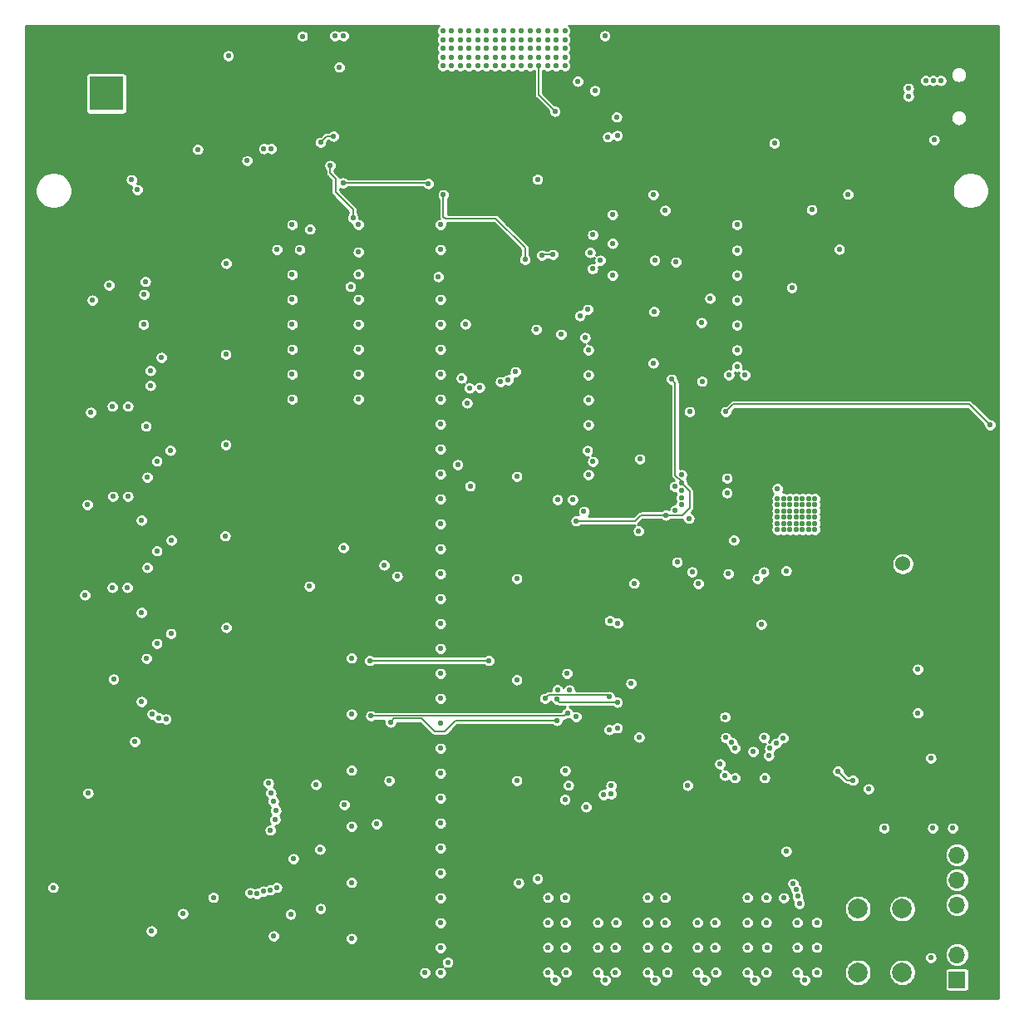
<source format=gbr>
G04 #@! TF.GenerationSoftware,KiCad,Pcbnew,(5.1.2)-1*
G04 #@! TF.CreationDate,2019-09-01T11:48:08-05:00*
G04 #@! TF.ProjectId,Electronic_Calendar,456c6563-7472-46f6-9e69-635f43616c65,rev?*
G04 #@! TF.SameCoordinates,Original*
G04 #@! TF.FileFunction,Copper,L3,Inr*
G04 #@! TF.FilePolarity,Positive*
%FSLAX46Y46*%
G04 Gerber Fmt 4.6, Leading zero omitted, Abs format (unit mm)*
G04 Created by KiCad (PCBNEW (5.1.2)-1) date 2019-09-01 11:48:08*
%MOMM*%
%LPD*%
G04 APERTURE LIST*
%ADD10C,1.524000*%
%ADD11R,1.700000X1.700000*%
%ADD12C,2.000000*%
%ADD13O,1.700000X1.700000*%
%ADD14R,3.500000X3.500000*%
%ADD15C,0.560000*%
%ADD16C,0.127000*%
%ADD17C,0.254000*%
G04 APERTURE END LIST*
D10*
X157099000Y-64833500D03*
X157099000Y-100266500D03*
D11*
X91617800Y-142087600D03*
D12*
X152535500Y-135382000D03*
X157035500Y-135382000D03*
X152535500Y-141882000D03*
X157035500Y-141882000D03*
D11*
X162623500Y-142621000D03*
D13*
X162623500Y-140081000D03*
X162623500Y-137541000D03*
X162623500Y-135001000D03*
X162623500Y-132461000D03*
X162623500Y-129921000D03*
D14*
X75971400Y-52349400D03*
X69971400Y-52349400D03*
X72971400Y-47649400D03*
D15*
X103822500Y-46672500D03*
X85007300Y-139938200D03*
X85782300Y-139938200D03*
X85007300Y-141138200D03*
X85782300Y-141138200D03*
X94046600Y-47783600D03*
X94046600Y-48558600D03*
X92846600Y-47783600D03*
X92846600Y-48558600D03*
X104457500Y-46672500D03*
X105092500Y-46672500D03*
X105727500Y-46672500D03*
X103822500Y-47307500D03*
X104457500Y-47307500D03*
X105092500Y-47307500D03*
X105727500Y-47307500D03*
X103822500Y-47942500D03*
X104457500Y-47942500D03*
X105092500Y-47942500D03*
X105727500Y-47942500D03*
X103822500Y-48577500D03*
X104457500Y-48577500D03*
X105092500Y-48577500D03*
X105727500Y-48577500D03*
X120586500Y-57912000D03*
X120586500Y-59182000D03*
X120586500Y-55880000D03*
X119951500Y-59817000D03*
X119951500Y-56515000D03*
X119951500Y-57912000D03*
X120586500Y-54610000D03*
X119951500Y-59182000D03*
X120586500Y-56515000D03*
X119951500Y-55880000D03*
X119951500Y-55245000D03*
X120586500Y-59817000D03*
X119951500Y-54610000D03*
X120586500Y-55245000D03*
X120586500Y-58547000D03*
X119951500Y-58547000D03*
X143677000Y-52734500D03*
X144867000Y-52734500D03*
X144867000Y-53564500D03*
X143677000Y-53564500D03*
X136001200Y-98215300D03*
X137201200Y-98215300D03*
X137201200Y-98990300D03*
X136001200Y-98990300D03*
X136427500Y-93915500D03*
X137257500Y-93915500D03*
X137257500Y-92815500D03*
X136427500Y-92815500D03*
X136427500Y-91715500D03*
X137257500Y-91715500D03*
X136427500Y-90615500D03*
X137257500Y-90615500D03*
X88350000Y-63119000D03*
X89450000Y-63119000D03*
X81788000Y-61277500D03*
X81788000Y-62547500D03*
X81153000Y-61277500D03*
X81153000Y-62547500D03*
X81788000Y-61912500D03*
X81153000Y-61912500D03*
X118300500Y-64833500D03*
X119600500Y-64833500D03*
X119600500Y-66133500D03*
X118300500Y-66133500D03*
X117459200Y-76904700D03*
X118659200Y-76904700D03*
X118659200Y-77679700D03*
X117459200Y-77679700D03*
X96647000Y-101028500D03*
X86169500Y-66167000D03*
X107696000Y-64198500D03*
X107061000Y-64198500D03*
X106426000Y-64198500D03*
X105791000Y-64198500D03*
X108331000Y-64198500D03*
X108966000Y-64198500D03*
X109601000Y-64198500D03*
X113919000Y-64198500D03*
X114554000Y-64198500D03*
X115189000Y-64198500D03*
X113284000Y-64198500D03*
X112014000Y-64198500D03*
X111379000Y-64198500D03*
X112649000Y-64198500D03*
X98234500Y-66929000D03*
X124333000Y-45783500D03*
X125539500Y-59944000D03*
X120459500Y-73977500D03*
X99695000Y-48133000D03*
X156083000Y-49137000D03*
X153416000Y-47287000D03*
X150749000Y-47637000D03*
X116280500Y-91376500D03*
X116280500Y-101790500D03*
X116280500Y-112077500D03*
X116280500Y-122364500D03*
X116471000Y-132778500D03*
X129413000Y-113982500D03*
X129413000Y-117030500D03*
X160147000Y-54876000D03*
X160845500Y-54229000D03*
X160210500Y-54229000D03*
X159575500Y-54229000D03*
X77406500Y-69532500D03*
X77406500Y-78676500D03*
X77406500Y-86487000D03*
X77406500Y-87757000D03*
X77406500Y-95758000D03*
X77343000Y-97345500D03*
X77343000Y-104965500D03*
X77343000Y-106616500D03*
X77343000Y-114363500D03*
X72580500Y-123634500D03*
X85344000Y-134239000D03*
X84963000Y-106743500D03*
X85026500Y-97409000D03*
X85090000Y-88138000D03*
X85090000Y-78930500D03*
X85026500Y-69659500D03*
X159956500Y-137223500D03*
X159956500Y-118427500D03*
X158623000Y-116967000D03*
X158623000Y-112522000D03*
X143700500Y-100965000D03*
X137795000Y-101219000D03*
X143700500Y-129540000D03*
X140970000Y-86701500D03*
X140081000Y-86701500D03*
X141859000Y-86701500D03*
X144780000Y-87292000D03*
X144780000Y-89492000D03*
X131076700Y-98501900D03*
X142049500Y-97687000D03*
X141160500Y-97687000D03*
X142938500Y-97687000D03*
X129627500Y-92265500D03*
X152146000Y-132397500D03*
X148348000Y-55562500D03*
X148348000Y-50927000D03*
X144018000Y-58916000D03*
X153023000Y-62611000D03*
X144018000Y-46815500D03*
X142367000Y-47065500D03*
X145669000Y-47065500D03*
X147066000Y-47065500D03*
X94742000Y-62686500D03*
X149733000Y-106743500D03*
X119836500Y-109156500D03*
X119836500Y-98806000D03*
X119836500Y-88392000D03*
X119836500Y-119443500D03*
X120027000Y-129794000D03*
X112534700Y-77343700D03*
X99453000Y-138430000D03*
X99453000Y-132715000D03*
X99453000Y-127000000D03*
X99453000Y-121285000D03*
X99453000Y-115570000D03*
X99453000Y-109855000D03*
X152920000Y-128778000D03*
X130187000Y-79819500D03*
X130111500Y-74549000D03*
X130111500Y-69405500D03*
X130187000Y-62674500D03*
X100139500Y-98615500D03*
X96647000Y-102552500D03*
X92773500Y-57975500D03*
X127063500Y-56769000D03*
X126746000Y-46482000D03*
X110236000Y-45974000D03*
X111125000Y-45974000D03*
X112014000Y-45974000D03*
X112903000Y-45974000D03*
X113792000Y-45974000D03*
X114681000Y-45974000D03*
X115570000Y-45974000D03*
X116459000Y-45974000D03*
X117348000Y-45974000D03*
X118237000Y-45974000D03*
X119126000Y-45974000D03*
X120015000Y-45974000D03*
X120904000Y-45974000D03*
X121793000Y-45974000D03*
X122682000Y-45974000D03*
X110236000Y-46863000D03*
X111125000Y-46863000D03*
X112014000Y-46863000D03*
X112903000Y-46863000D03*
X113792000Y-46863000D03*
X114681000Y-46863000D03*
X115570000Y-46863000D03*
X116459000Y-46863000D03*
X117348000Y-46863000D03*
X118237000Y-46863000D03*
X119126000Y-46863000D03*
X120015000Y-46863000D03*
X120904000Y-46863000D03*
X121793000Y-46863000D03*
X122682000Y-46863000D03*
X110236000Y-47752000D03*
X111125000Y-47752000D03*
X112014000Y-47752000D03*
X112903000Y-47752000D03*
X113792000Y-47752000D03*
X114681000Y-47752000D03*
X115570000Y-47752000D03*
X116459000Y-47752000D03*
X117348000Y-47752000D03*
X118237000Y-47752000D03*
X119126000Y-47752000D03*
X120015000Y-47752000D03*
X120904000Y-47752000D03*
X121793000Y-47752000D03*
X122682000Y-47752000D03*
X110236000Y-48641000D03*
X111125000Y-48641000D03*
X112014000Y-48641000D03*
X112903000Y-48641000D03*
X113792000Y-48641000D03*
X114681000Y-48641000D03*
X115570000Y-48641000D03*
X116459000Y-48641000D03*
X117348000Y-48641000D03*
X118237000Y-48641000D03*
X119126000Y-48641000D03*
X120015000Y-48641000D03*
X120904000Y-48641000D03*
X121793000Y-48641000D03*
X122682000Y-48641000D03*
X110236000Y-49530000D03*
X111125000Y-49530000D03*
X112014000Y-49530000D03*
X112903000Y-49530000D03*
X113792000Y-49530000D03*
X114681000Y-49530000D03*
X115570000Y-49530000D03*
X116459000Y-49530000D03*
X117348000Y-49530000D03*
X118237000Y-49530000D03*
X119126000Y-49530000D03*
X120015000Y-49530000D03*
X120904000Y-49530000D03*
X121793000Y-49530000D03*
X122682000Y-49530000D03*
X121666000Y-54165500D03*
X99695000Y-49657000D03*
X117780500Y-91376500D03*
X117780500Y-101790500D03*
X117780500Y-112077500D03*
X117780500Y-122364500D03*
X117971000Y-132778500D03*
X76581000Y-84201000D03*
X76644500Y-93408500D03*
X76581000Y-102679500D03*
X76708000Y-112014000D03*
X74104500Y-123634500D03*
X86868000Y-134239000D03*
X88201500Y-106743500D03*
X88074500Y-97409000D03*
X88138000Y-88138000D03*
X88138000Y-78930500D03*
X88201500Y-69659500D03*
X99250500Y-46482000D03*
X144018000Y-57416000D03*
X130175000Y-96901000D03*
X144335500Y-93599000D03*
X144970500Y-93599000D03*
X145605500Y-93599000D03*
X146240500Y-93599000D03*
X146875500Y-93599000D03*
X147510500Y-93599000D03*
X148145500Y-93599000D03*
X144335500Y-94234000D03*
X144970500Y-94234000D03*
X145605500Y-94234000D03*
X146240500Y-94234000D03*
X146875500Y-94234000D03*
X147510500Y-94234000D03*
X148145500Y-94234000D03*
X144335500Y-94869000D03*
X144970500Y-94869000D03*
X145605500Y-94869000D03*
X146240500Y-94869000D03*
X146875500Y-94869000D03*
X147510500Y-94869000D03*
X148145500Y-94869000D03*
X144335500Y-95504000D03*
X144970500Y-95504000D03*
X145605500Y-95504000D03*
X146240500Y-95504000D03*
X146875500Y-95504000D03*
X147510500Y-95504000D03*
X148145500Y-95504000D03*
X144335500Y-96139000D03*
X144970500Y-96139000D03*
X145605500Y-96139000D03*
X146240500Y-96139000D03*
X146875500Y-96139000D03*
X147510500Y-96139000D03*
X148145500Y-96139000D03*
X144335500Y-96774000D03*
X144970500Y-96774000D03*
X145605500Y-96774000D03*
X146240500Y-96774000D03*
X146875500Y-96774000D03*
X147510500Y-96774000D03*
X148145500Y-96774000D03*
X121729500Y-142666002D03*
X126809500Y-142684500D03*
X131889500Y-142684500D03*
X136969500Y-142666002D03*
X142049500Y-142684500D03*
X147129500Y-142684500D03*
X151523000Y-62611000D03*
X83756500Y-135890000D03*
X112534700Y-75843700D03*
X96717406Y-66169813D03*
X110744000Y-140843000D03*
X100953000Y-138430000D03*
X100953000Y-132715000D03*
X100953000Y-127000000D03*
X100953000Y-121285000D03*
X100953000Y-115570000D03*
X100953000Y-109855000D03*
X121920000Y-93726000D03*
X131687000Y-79819500D03*
X131762500Y-74549000D03*
X131826000Y-69342000D03*
X131687000Y-62674500D03*
X126289500Y-69342000D03*
X141033500Y-81026000D03*
X116141500Y-81724500D03*
X112966500Y-82359500D03*
X100838000Y-72009000D03*
X101092000Y-65024000D03*
X98763000Y-59687500D03*
X97790000Y-57340500D03*
X99123500Y-56705500D03*
X113982500Y-82296000D03*
X116903500Y-81534000D03*
X110311500Y-62674500D03*
X118618000Y-69278500D03*
X121475500Y-68770500D03*
X120332500Y-68834000D03*
X113030000Y-92329000D03*
X111760000Y-90170000D03*
X112141000Y-81343500D03*
X117665500Y-80708500D03*
X119761000Y-76390500D03*
X124729194Y-77231194D03*
X128016000Y-56642000D03*
X127952500Y-54737000D03*
X125730000Y-52070000D03*
X123995000Y-51120000D03*
X129413000Y-112458500D03*
X159956500Y-140398500D03*
X145224500Y-129540000D03*
X155194000Y-127190500D03*
X159956500Y-120078500D03*
X158623000Y-115443000D03*
X158623000Y-110998000D03*
X145224500Y-100965000D03*
X139319000Y-101282500D03*
X134556500Y-91186000D03*
X134556500Y-92773500D03*
X134556500Y-93535500D03*
X133858000Y-92392500D03*
X134556500Y-94234000D03*
X133921500Y-94805500D03*
X135318500Y-95631000D03*
X130238500Y-117919500D03*
X112712500Y-83883500D03*
X137477500Y-73215500D03*
X157670500Y-52646500D03*
X157670500Y-51836500D03*
X143573500Y-119062500D03*
X123126500Y-113131000D03*
X143446500Y-119824500D03*
X122898500Y-111442500D03*
X122719500Y-121322500D03*
X141859000Y-119380000D03*
X122682000Y-124269500D03*
X143028821Y-122050582D03*
X119888000Y-132334000D03*
X153606500Y-123190000D03*
X123469500Y-93726000D03*
X127534000Y-64706500D03*
X125539500Y-66749726D03*
X127534000Y-70866000D03*
X125490895Y-70217483D03*
X124206000Y-74993500D03*
X125069500Y-81026000D03*
X125069500Y-86106000D03*
X125069500Y-91186000D03*
X127534000Y-67627500D03*
X125260000Y-68548250D03*
X125031500Y-74358500D03*
X122297608Y-76895108D03*
X125069500Y-78486000D03*
X125069500Y-83566000D03*
X124971806Y-88743694D03*
X124624445Y-94932500D03*
X108420000Y-141922500D03*
X110020000Y-65722500D03*
X101663500Y-65722498D03*
X101663500Y-70739000D03*
X109797706Y-71024794D03*
X101663500Y-75882500D03*
X110020000Y-75882500D03*
X101663500Y-80962500D03*
X110020000Y-80962500D03*
X110020000Y-86042500D03*
X110020000Y-91122500D03*
X110020000Y-96202500D03*
X110020000Y-101282500D03*
X110020000Y-106362500D03*
X110020000Y-111442500D03*
X110020000Y-116522500D03*
X110020000Y-121602500D03*
X110020000Y-126682500D03*
X110020000Y-131762500D03*
X110020000Y-136842500D03*
X110020000Y-141922500D03*
X139375498Y-81026000D03*
X140208000Y-68326000D03*
X140208000Y-73406000D03*
X140208000Y-78486000D03*
X93357000Y-68262500D03*
X94907000Y-65722500D03*
X94907000Y-70802500D03*
X94907000Y-75882500D03*
X94907000Y-80962500D03*
X110020000Y-68262500D03*
X101663500Y-68516500D03*
X101663500Y-73342500D03*
X110020000Y-73342500D03*
X101663500Y-78422500D03*
X110020000Y-78422500D03*
X101663500Y-83502500D03*
X110020000Y-83502500D03*
X110020000Y-88582500D03*
X110020000Y-93662500D03*
X110020000Y-98742500D03*
X110020000Y-103822500D03*
X110020000Y-108902500D03*
X110020000Y-113982500D03*
X110020000Y-119062500D03*
X110020000Y-124142500D03*
X110020000Y-129222500D03*
X110020000Y-134302500D03*
X110020000Y-139382500D03*
X140208000Y-65722500D03*
X140208000Y-70866000D03*
X140208000Y-75946000D03*
X140208000Y-80168998D03*
X95669000Y-68262500D03*
X94907000Y-73342500D03*
X94907000Y-78422500D03*
X94907000Y-83502500D03*
X141280498Y-134239000D03*
X143192500Y-134239000D03*
X141280498Y-136779000D03*
X143192500Y-136779000D03*
X141280498Y-139319000D03*
X143256009Y-139319009D03*
X141280498Y-141859000D03*
X143192500Y-141859000D03*
X131120498Y-134239000D03*
X132905500Y-134239000D03*
X131120498Y-136779000D03*
X132905500Y-136779000D03*
X131120498Y-139319000D03*
X133032500Y-139319000D03*
X131120498Y-141859000D03*
X133096000Y-141859000D03*
X120960498Y-134239000D03*
X122682000Y-134239000D03*
X120960498Y-136779000D03*
X122745500Y-136779000D03*
X120960498Y-139319000D03*
X122745500Y-139319000D03*
X120960498Y-141859000D03*
X122809000Y-141859000D03*
X146360498Y-136779000D03*
X148336000Y-136779000D03*
X146360498Y-139319000D03*
X148336000Y-139319000D03*
X146360498Y-141859000D03*
X148336000Y-141859000D03*
X136200498Y-136779000D03*
X137985500Y-136779000D03*
X136200498Y-139319000D03*
X137985500Y-139319000D03*
X136200498Y-141859000D03*
X138049000Y-141859000D03*
X126040498Y-136779000D03*
X127889000Y-136779000D03*
X126040498Y-139319000D03*
X127825500Y-139319000D03*
X126040498Y-141859000D03*
X127825500Y-141859000D03*
X162179000Y-127190500D03*
X160147000Y-127190500D03*
X160204500Y-51041500D03*
X159448500Y-51041500D03*
X160972500Y-51041500D03*
X160304500Y-57091500D03*
X90312194Y-59208000D03*
X85280500Y-58039000D03*
X88392000Y-48514000D03*
X119888000Y-61087000D03*
X108775500Y-61531500D03*
X92023500Y-57975500D03*
X100076000Y-61468000D03*
X150495000Y-121386000D03*
X152019000Y-122301000D03*
X147828000Y-64198500D03*
X132905500Y-64262000D03*
X139192000Y-91545000D03*
X139192000Y-93027500D03*
X133985000Y-69532500D03*
X139890500Y-97853500D03*
X70548500Y-133223000D03*
X93027500Y-138176000D03*
X80581500Y-137668000D03*
X139001500Y-115861481D03*
X121916444Y-113089944D03*
X114935000Y-110109000D03*
X102806500Y-110109000D03*
X144208500Y-118554500D03*
X102933500Y-115760500D03*
X122936000Y-115443000D03*
X140017500Y-122047000D03*
X127418500Y-123698000D03*
X124841000Y-125031500D03*
X103505000Y-126746000D03*
X104775000Y-122364500D03*
X97345500Y-122745500D03*
X138493500Y-120650000D03*
X100219870Y-124816805D03*
X95033473Y-130302000D03*
X97726500Y-129349500D03*
X94742000Y-135953500D03*
X97790000Y-135382000D03*
X146230236Y-133456473D03*
X92646500Y-133477000D03*
X82042000Y-116078000D03*
X81597500Y-79248000D03*
X82486500Y-88709500D03*
X82613500Y-97853500D03*
X82550000Y-107378500D03*
X144966194Y-134306806D03*
X90629408Y-133789641D03*
X145923000Y-132842000D03*
X81343500Y-115951000D03*
X80454500Y-80581500D03*
X81115500Y-89789000D03*
X81115500Y-98933000D03*
X81115500Y-108394500D03*
X93318979Y-133223000D03*
X146385404Y-134125722D03*
X91972839Y-133611732D03*
X76263500Y-71882000D03*
X79946500Y-71501000D03*
X80645000Y-115570000D03*
X80454500Y-82105500D03*
X80137000Y-91440000D03*
X80137000Y-100647500D03*
X80073500Y-109918500D03*
X146558000Y-134874000D03*
X91313000Y-133858000D03*
X74549000Y-73406000D03*
X79819500Y-72834500D03*
X138963167Y-121818167D03*
X78867000Y-118364000D03*
X79756000Y-75882500D03*
X80010000Y-86233000D03*
X79565500Y-95821500D03*
X79565500Y-105219500D03*
X79565500Y-114300000D03*
X93255393Y-125412500D03*
X140017500Y-119036500D03*
X78168500Y-84201000D03*
X74395969Y-84836000D03*
X93001382Y-124456085D03*
X139671915Y-118442747D03*
X74041000Y-94234000D03*
X78168500Y-93408500D03*
X92747369Y-123628556D03*
X139065000Y-117972247D03*
X92493374Y-122618500D03*
X73787000Y-103441500D03*
X78105000Y-102679500D03*
X145796000Y-72136000D03*
X150629489Y-68206489D03*
X135382000Y-84772500D03*
X136652000Y-81661000D03*
X142303500Y-101790500D03*
X135636000Y-101092000D03*
X127254000Y-106045000D03*
X127190500Y-113792000D03*
X126619000Y-123776010D03*
X92684000Y-127381000D03*
X120650000Y-113982500D03*
X78549500Y-61150500D03*
X95935100Y-46520100D03*
X127190500Y-117157502D03*
X134112700Y-100101400D03*
X142684500Y-106426000D03*
X136271000Y-102298500D03*
X128079500Y-106299000D03*
X128016000Y-114363500D03*
X93154500Y-126301500D03*
X121856500Y-114072010D03*
X79121000Y-62166500D03*
X100140200Y-46507400D03*
X127381000Y-122872500D03*
X128016000Y-116967000D03*
X129730500Y-102235000D03*
X165989000Y-86106000D03*
X139065000Y-84772500D03*
X134556500Y-92011500D03*
X132957000Y-95300800D03*
X133540500Y-81470500D03*
X123825000Y-95885000D03*
X142970250Y-117951250D03*
X123824991Y-115850010D03*
X135195806Y-122835010D03*
X123037000Y-122809000D03*
X125539500Y-89852500D03*
X130314000Y-89598500D03*
X142938500Y-101092000D03*
X144335500Y-92583000D03*
X144907000Y-117983000D03*
X121856500Y-116231000D03*
X104939500Y-116395500D03*
X104267000Y-100393500D03*
X105600500Y-101536500D03*
X136588500Y-75692000D03*
D16*
X120015000Y-52514500D02*
X120015000Y-49530000D01*
X121666000Y-54165500D02*
X120015000Y-52514500D01*
X101092000Y-65024000D02*
X101092000Y-64198500D01*
X101092000Y-64198500D02*
X99314000Y-62420500D01*
X99314000Y-62420500D02*
X99314000Y-61023500D01*
X99314000Y-61023500D02*
X98763000Y-60472500D01*
X98763000Y-60472500D02*
X98763000Y-59687500D01*
X97790000Y-57340500D02*
X98425000Y-56705500D01*
X98425000Y-56705500D02*
X99123500Y-56705500D01*
X110311500Y-62674500D02*
X110311500Y-64909000D01*
X110311500Y-64909000D02*
X110490000Y-65087500D01*
X110490000Y-65087500D02*
X115633500Y-65087500D01*
X115633500Y-65087500D02*
X118618000Y-68072000D01*
X118618000Y-68072000D02*
X118618000Y-69278500D01*
X121475500Y-68770500D02*
X120396000Y-68770500D01*
X120396000Y-68770500D02*
X120332500Y-68834000D01*
X108712000Y-61468000D02*
X108775500Y-61531500D01*
X100076000Y-61468000D02*
X108712000Y-61468000D01*
X150495000Y-121386000D02*
X151410000Y-122301000D01*
X151410000Y-122301000D02*
X152019000Y-122301000D01*
X114935000Y-110109000D02*
X102806500Y-110109000D01*
X122618500Y-115760500D02*
X122936000Y-115443000D01*
X102933500Y-115760500D02*
X122618500Y-115760500D01*
X127000000Y-113601500D02*
X127190500Y-113792000D01*
X121031000Y-113601500D02*
X127000000Y-113601500D01*
X120650000Y-113982500D02*
X121031000Y-113601500D01*
X122136499Y-114352009D02*
X121856500Y-114072010D01*
X122147990Y-114363500D02*
X122136499Y-114352009D01*
X128016000Y-114363500D02*
X122147990Y-114363500D01*
X165989000Y-86106000D02*
X163893500Y-84010500D01*
X163893500Y-84010500D02*
X139827000Y-84010500D01*
X139827000Y-84010500D02*
X139065000Y-84772500D01*
X134556500Y-92011500D02*
X135382000Y-92837000D01*
X135382000Y-92837000D02*
X135382000Y-94551500D01*
X135382000Y-94551500D02*
X134632700Y-95300800D01*
X134632700Y-95300800D02*
X132957000Y-95300800D01*
X134556500Y-91882342D02*
X133921500Y-91247342D01*
X134556500Y-92011500D02*
X134556500Y-91882342D01*
X133921500Y-91247342D02*
X133921500Y-81851500D01*
X133921500Y-81851500D02*
X133540500Y-81470500D01*
X123825000Y-95885000D02*
X129857500Y-95885000D01*
X130441700Y-95300800D02*
X132957000Y-95300800D01*
X129857500Y-95885000D02*
X130441700Y-95300800D01*
X121856500Y-116231000D02*
X111543500Y-116231000D01*
X111543500Y-116231000D02*
X110426500Y-117348000D01*
X110426500Y-117348000D02*
X109410500Y-117348000D01*
X109410500Y-117348000D02*
X108077000Y-116014500D01*
X108077000Y-116014500D02*
X105320500Y-116014500D01*
X105320500Y-116014500D02*
X104939500Y-116395500D01*
D17*
G36*
X109814637Y-45460568D02*
G01*
X109722568Y-45552637D01*
X109650230Y-45660899D01*
X109600402Y-45781193D01*
X109575000Y-45908897D01*
X109575000Y-46039103D01*
X109600402Y-46166807D01*
X109650230Y-46287101D01*
X109722568Y-46395363D01*
X109745705Y-46418500D01*
X109722568Y-46441637D01*
X109650230Y-46549899D01*
X109600402Y-46670193D01*
X109575000Y-46797897D01*
X109575000Y-46928103D01*
X109600402Y-47055807D01*
X109650230Y-47176101D01*
X109722568Y-47284363D01*
X109745705Y-47307500D01*
X109722568Y-47330637D01*
X109650230Y-47438899D01*
X109600402Y-47559193D01*
X109575000Y-47686897D01*
X109575000Y-47817103D01*
X109600402Y-47944807D01*
X109650230Y-48065101D01*
X109722568Y-48173363D01*
X109745705Y-48196500D01*
X109722568Y-48219637D01*
X109650230Y-48327899D01*
X109600402Y-48448193D01*
X109575000Y-48575897D01*
X109575000Y-48706103D01*
X109600402Y-48833807D01*
X109650230Y-48954101D01*
X109722568Y-49062363D01*
X109745705Y-49085500D01*
X109722568Y-49108637D01*
X109650230Y-49216899D01*
X109600402Y-49337193D01*
X109575000Y-49464897D01*
X109575000Y-49595103D01*
X109600402Y-49722807D01*
X109650230Y-49843101D01*
X109722568Y-49951363D01*
X109814637Y-50043432D01*
X109922899Y-50115770D01*
X110043193Y-50165598D01*
X110170897Y-50191000D01*
X110301103Y-50191000D01*
X110428807Y-50165598D01*
X110549101Y-50115770D01*
X110657363Y-50043432D01*
X110680500Y-50020295D01*
X110703637Y-50043432D01*
X110811899Y-50115770D01*
X110932193Y-50165598D01*
X111059897Y-50191000D01*
X111190103Y-50191000D01*
X111317807Y-50165598D01*
X111438101Y-50115770D01*
X111546363Y-50043432D01*
X111569500Y-50020295D01*
X111592637Y-50043432D01*
X111700899Y-50115770D01*
X111821193Y-50165598D01*
X111948897Y-50191000D01*
X112079103Y-50191000D01*
X112206807Y-50165598D01*
X112327101Y-50115770D01*
X112435363Y-50043432D01*
X112458500Y-50020295D01*
X112481637Y-50043432D01*
X112589899Y-50115770D01*
X112710193Y-50165598D01*
X112837897Y-50191000D01*
X112968103Y-50191000D01*
X113095807Y-50165598D01*
X113216101Y-50115770D01*
X113324363Y-50043432D01*
X113347500Y-50020295D01*
X113370637Y-50043432D01*
X113478899Y-50115770D01*
X113599193Y-50165598D01*
X113726897Y-50191000D01*
X113857103Y-50191000D01*
X113984807Y-50165598D01*
X114105101Y-50115770D01*
X114213363Y-50043432D01*
X114236500Y-50020295D01*
X114259637Y-50043432D01*
X114367899Y-50115770D01*
X114488193Y-50165598D01*
X114615897Y-50191000D01*
X114746103Y-50191000D01*
X114873807Y-50165598D01*
X114994101Y-50115770D01*
X115102363Y-50043432D01*
X115125500Y-50020295D01*
X115148637Y-50043432D01*
X115256899Y-50115770D01*
X115377193Y-50165598D01*
X115504897Y-50191000D01*
X115635103Y-50191000D01*
X115762807Y-50165598D01*
X115883101Y-50115770D01*
X115991363Y-50043432D01*
X116014500Y-50020295D01*
X116037637Y-50043432D01*
X116145899Y-50115770D01*
X116266193Y-50165598D01*
X116393897Y-50191000D01*
X116524103Y-50191000D01*
X116651807Y-50165598D01*
X116772101Y-50115770D01*
X116880363Y-50043432D01*
X116903500Y-50020295D01*
X116926637Y-50043432D01*
X117034899Y-50115770D01*
X117155193Y-50165598D01*
X117282897Y-50191000D01*
X117413103Y-50191000D01*
X117540807Y-50165598D01*
X117661101Y-50115770D01*
X117769363Y-50043432D01*
X117792500Y-50020295D01*
X117815637Y-50043432D01*
X117923899Y-50115770D01*
X118044193Y-50165598D01*
X118171897Y-50191000D01*
X118302103Y-50191000D01*
X118429807Y-50165598D01*
X118550101Y-50115770D01*
X118658363Y-50043432D01*
X118681500Y-50020295D01*
X118704637Y-50043432D01*
X118812899Y-50115770D01*
X118933193Y-50165598D01*
X119060897Y-50191000D01*
X119191103Y-50191000D01*
X119318807Y-50165598D01*
X119439101Y-50115770D01*
X119547363Y-50043432D01*
X119570500Y-50020295D01*
X119570501Y-50020296D01*
X119570500Y-52492680D01*
X119568351Y-52514500D01*
X119570500Y-52536320D01*
X119570500Y-52536329D01*
X119576932Y-52601636D01*
X119602349Y-52685425D01*
X119643624Y-52762645D01*
X119681185Y-52808413D01*
X119699171Y-52830329D01*
X119716130Y-52844247D01*
X121005000Y-54133118D01*
X121005000Y-54230603D01*
X121030402Y-54358307D01*
X121080230Y-54478601D01*
X121152568Y-54586863D01*
X121244637Y-54678932D01*
X121352899Y-54751270D01*
X121473193Y-54801098D01*
X121600897Y-54826500D01*
X121731103Y-54826500D01*
X121858807Y-54801098D01*
X121979101Y-54751270D01*
X122087363Y-54678932D01*
X122094398Y-54671897D01*
X127291500Y-54671897D01*
X127291500Y-54802103D01*
X127316902Y-54929807D01*
X127366730Y-55050101D01*
X127439068Y-55158363D01*
X127531137Y-55250432D01*
X127639399Y-55322770D01*
X127759693Y-55372598D01*
X127887397Y-55398000D01*
X128017603Y-55398000D01*
X128145307Y-55372598D01*
X128265601Y-55322770D01*
X128373863Y-55250432D01*
X128465932Y-55158363D01*
X128538270Y-55050101D01*
X128588098Y-54929807D01*
X128613500Y-54802103D01*
X128613500Y-54759654D01*
X161973500Y-54759654D01*
X161973500Y-54923346D01*
X162005435Y-55083894D01*
X162068077Y-55235126D01*
X162159020Y-55371232D01*
X162274768Y-55486980D01*
X162410874Y-55577923D01*
X162562106Y-55640565D01*
X162722654Y-55672500D01*
X162886346Y-55672500D01*
X163046894Y-55640565D01*
X163198126Y-55577923D01*
X163334232Y-55486980D01*
X163449980Y-55371232D01*
X163540923Y-55235126D01*
X163603565Y-55083894D01*
X163635500Y-54923346D01*
X163635500Y-54759654D01*
X163603565Y-54599106D01*
X163540923Y-54447874D01*
X163449980Y-54311768D01*
X163334232Y-54196020D01*
X163198126Y-54105077D01*
X163046894Y-54042435D01*
X162886346Y-54010500D01*
X162722654Y-54010500D01*
X162562106Y-54042435D01*
X162410874Y-54105077D01*
X162274768Y-54196020D01*
X162159020Y-54311768D01*
X162068077Y-54447874D01*
X162005435Y-54599106D01*
X161973500Y-54759654D01*
X128613500Y-54759654D01*
X128613500Y-54671897D01*
X128588098Y-54544193D01*
X128538270Y-54423899D01*
X128465932Y-54315637D01*
X128373863Y-54223568D01*
X128265601Y-54151230D01*
X128145307Y-54101402D01*
X128017603Y-54076000D01*
X127887397Y-54076000D01*
X127759693Y-54101402D01*
X127639399Y-54151230D01*
X127531137Y-54223568D01*
X127439068Y-54315637D01*
X127366730Y-54423899D01*
X127316902Y-54544193D01*
X127291500Y-54671897D01*
X122094398Y-54671897D01*
X122179432Y-54586863D01*
X122251770Y-54478601D01*
X122301598Y-54358307D01*
X122327000Y-54230603D01*
X122327000Y-54100397D01*
X122301598Y-53972693D01*
X122251770Y-53852399D01*
X122179432Y-53744137D01*
X122087363Y-53652068D01*
X121979101Y-53579730D01*
X121858807Y-53529902D01*
X121731103Y-53504500D01*
X121633618Y-53504500D01*
X120459500Y-52330383D01*
X120459500Y-52004897D01*
X125069000Y-52004897D01*
X125069000Y-52135103D01*
X125094402Y-52262807D01*
X125144230Y-52383101D01*
X125216568Y-52491363D01*
X125308637Y-52583432D01*
X125416899Y-52655770D01*
X125537193Y-52705598D01*
X125664897Y-52731000D01*
X125795103Y-52731000D01*
X125922807Y-52705598D01*
X126043101Y-52655770D01*
X126151363Y-52583432D01*
X126243432Y-52491363D01*
X126315770Y-52383101D01*
X126365598Y-52262807D01*
X126391000Y-52135103D01*
X126391000Y-52004897D01*
X126365598Y-51877193D01*
X126321776Y-51771397D01*
X157009500Y-51771397D01*
X157009500Y-51901603D01*
X157034902Y-52029307D01*
X157084730Y-52149601D01*
X157146135Y-52241500D01*
X157084730Y-52333399D01*
X157034902Y-52453693D01*
X157009500Y-52581397D01*
X157009500Y-52711603D01*
X157034902Y-52839307D01*
X157084730Y-52959601D01*
X157157068Y-53067863D01*
X157249137Y-53159932D01*
X157357399Y-53232270D01*
X157477693Y-53282098D01*
X157605397Y-53307500D01*
X157735603Y-53307500D01*
X157863307Y-53282098D01*
X157983601Y-53232270D01*
X158091863Y-53159932D01*
X158183932Y-53067863D01*
X158256270Y-52959601D01*
X158306098Y-52839307D01*
X158331500Y-52711603D01*
X158331500Y-52581397D01*
X158306098Y-52453693D01*
X158256270Y-52333399D01*
X158194865Y-52241500D01*
X158256270Y-52149601D01*
X158306098Y-52029307D01*
X158331500Y-51901603D01*
X158331500Y-51771397D01*
X158306098Y-51643693D01*
X158256270Y-51523399D01*
X158183932Y-51415137D01*
X158091863Y-51323068D01*
X157983601Y-51250730D01*
X157863307Y-51200902D01*
X157735603Y-51175500D01*
X157605397Y-51175500D01*
X157477693Y-51200902D01*
X157357399Y-51250730D01*
X157249137Y-51323068D01*
X157157068Y-51415137D01*
X157084730Y-51523399D01*
X157034902Y-51643693D01*
X157009500Y-51771397D01*
X126321776Y-51771397D01*
X126315770Y-51756899D01*
X126243432Y-51648637D01*
X126151363Y-51556568D01*
X126043101Y-51484230D01*
X125922807Y-51434402D01*
X125795103Y-51409000D01*
X125664897Y-51409000D01*
X125537193Y-51434402D01*
X125416899Y-51484230D01*
X125308637Y-51556568D01*
X125216568Y-51648637D01*
X125144230Y-51756899D01*
X125094402Y-51877193D01*
X125069000Y-52004897D01*
X120459500Y-52004897D01*
X120459500Y-51054897D01*
X123334000Y-51054897D01*
X123334000Y-51185103D01*
X123359402Y-51312807D01*
X123409230Y-51433101D01*
X123481568Y-51541363D01*
X123573637Y-51633432D01*
X123681899Y-51705770D01*
X123802193Y-51755598D01*
X123929897Y-51781000D01*
X124060103Y-51781000D01*
X124187807Y-51755598D01*
X124308101Y-51705770D01*
X124416363Y-51633432D01*
X124508432Y-51541363D01*
X124580770Y-51433101D01*
X124630598Y-51312807D01*
X124656000Y-51185103D01*
X124656000Y-51054897D01*
X124640386Y-50976397D01*
X158787500Y-50976397D01*
X158787500Y-51106603D01*
X158812902Y-51234307D01*
X158862730Y-51354601D01*
X158935068Y-51462863D01*
X159027137Y-51554932D01*
X159135399Y-51627270D01*
X159255693Y-51677098D01*
X159383397Y-51702500D01*
X159513603Y-51702500D01*
X159641307Y-51677098D01*
X159761601Y-51627270D01*
X159826500Y-51583906D01*
X159891399Y-51627270D01*
X160011693Y-51677098D01*
X160139397Y-51702500D01*
X160269603Y-51702500D01*
X160397307Y-51677098D01*
X160517601Y-51627270D01*
X160588500Y-51579897D01*
X160659399Y-51627270D01*
X160779693Y-51677098D01*
X160907397Y-51702500D01*
X161037603Y-51702500D01*
X161165307Y-51677098D01*
X161285601Y-51627270D01*
X161393863Y-51554932D01*
X161485932Y-51462863D01*
X161558270Y-51354601D01*
X161608098Y-51234307D01*
X161633500Y-51106603D01*
X161633500Y-50976397D01*
X161608098Y-50848693D01*
X161558270Y-50728399D01*
X161485932Y-50620137D01*
X161393863Y-50528068D01*
X161285601Y-50455730D01*
X161165307Y-50405902D01*
X161037603Y-50380500D01*
X160907397Y-50380500D01*
X160779693Y-50405902D01*
X160659399Y-50455730D01*
X160588500Y-50503103D01*
X160517601Y-50455730D01*
X160397307Y-50405902D01*
X160269603Y-50380500D01*
X160139397Y-50380500D01*
X160011693Y-50405902D01*
X159891399Y-50455730D01*
X159826500Y-50499094D01*
X159761601Y-50455730D01*
X159641307Y-50405902D01*
X159513603Y-50380500D01*
X159383397Y-50380500D01*
X159255693Y-50405902D01*
X159135399Y-50455730D01*
X159027137Y-50528068D01*
X158935068Y-50620137D01*
X158862730Y-50728399D01*
X158812902Y-50848693D01*
X158787500Y-50976397D01*
X124640386Y-50976397D01*
X124630598Y-50927193D01*
X124580770Y-50806899D01*
X124508432Y-50698637D01*
X124416363Y-50606568D01*
X124308101Y-50534230D01*
X124187807Y-50484402D01*
X124060103Y-50459000D01*
X123929897Y-50459000D01*
X123802193Y-50484402D01*
X123681899Y-50534230D01*
X123573637Y-50606568D01*
X123481568Y-50698637D01*
X123409230Y-50806899D01*
X123359402Y-50927193D01*
X123334000Y-51054897D01*
X120459500Y-51054897D01*
X120459500Y-50359654D01*
X161973500Y-50359654D01*
X161973500Y-50523346D01*
X162005435Y-50683894D01*
X162068077Y-50835126D01*
X162159020Y-50971232D01*
X162274768Y-51086980D01*
X162410874Y-51177923D01*
X162562106Y-51240565D01*
X162722654Y-51272500D01*
X162886346Y-51272500D01*
X163046894Y-51240565D01*
X163198126Y-51177923D01*
X163334232Y-51086980D01*
X163449980Y-50971232D01*
X163540923Y-50835126D01*
X163603565Y-50683894D01*
X163635500Y-50523346D01*
X163635500Y-50359654D01*
X163603565Y-50199106D01*
X163540923Y-50047874D01*
X163449980Y-49911768D01*
X163334232Y-49796020D01*
X163198126Y-49705077D01*
X163046894Y-49642435D01*
X162886346Y-49610500D01*
X162722654Y-49610500D01*
X162562106Y-49642435D01*
X162410874Y-49705077D01*
X162274768Y-49796020D01*
X162159020Y-49911768D01*
X162068077Y-50047874D01*
X162005435Y-50199106D01*
X161973500Y-50359654D01*
X120459500Y-50359654D01*
X120459500Y-50020295D01*
X120482637Y-50043432D01*
X120590899Y-50115770D01*
X120711193Y-50165598D01*
X120838897Y-50191000D01*
X120969103Y-50191000D01*
X121096807Y-50165598D01*
X121217101Y-50115770D01*
X121325363Y-50043432D01*
X121348500Y-50020295D01*
X121371637Y-50043432D01*
X121479899Y-50115770D01*
X121600193Y-50165598D01*
X121727897Y-50191000D01*
X121858103Y-50191000D01*
X121985807Y-50165598D01*
X122106101Y-50115770D01*
X122214363Y-50043432D01*
X122237500Y-50020295D01*
X122260637Y-50043432D01*
X122368899Y-50115770D01*
X122489193Y-50165598D01*
X122616897Y-50191000D01*
X122747103Y-50191000D01*
X122874807Y-50165598D01*
X122995101Y-50115770D01*
X123103363Y-50043432D01*
X123195432Y-49951363D01*
X123267770Y-49843101D01*
X123317598Y-49722807D01*
X123343000Y-49595103D01*
X123343000Y-49464897D01*
X123317598Y-49337193D01*
X123267770Y-49216899D01*
X123195432Y-49108637D01*
X123172295Y-49085500D01*
X123195432Y-49062363D01*
X123267770Y-48954101D01*
X123317598Y-48833807D01*
X123343000Y-48706103D01*
X123343000Y-48575897D01*
X123317598Y-48448193D01*
X123267770Y-48327899D01*
X123195432Y-48219637D01*
X123172295Y-48196500D01*
X123195432Y-48173363D01*
X123267770Y-48065101D01*
X123317598Y-47944807D01*
X123343000Y-47817103D01*
X123343000Y-47686897D01*
X123317598Y-47559193D01*
X123267770Y-47438899D01*
X123195432Y-47330637D01*
X123172295Y-47307500D01*
X123195432Y-47284363D01*
X123267770Y-47176101D01*
X123317598Y-47055807D01*
X123343000Y-46928103D01*
X123343000Y-46797897D01*
X123317598Y-46670193D01*
X123267770Y-46549899D01*
X123195432Y-46441637D01*
X123172295Y-46418500D01*
X123173898Y-46416897D01*
X126085000Y-46416897D01*
X126085000Y-46547103D01*
X126110402Y-46674807D01*
X126160230Y-46795101D01*
X126232568Y-46903363D01*
X126324637Y-46995432D01*
X126432899Y-47067770D01*
X126553193Y-47117598D01*
X126680897Y-47143000D01*
X126811103Y-47143000D01*
X126938807Y-47117598D01*
X127059101Y-47067770D01*
X127167363Y-46995432D01*
X127259432Y-46903363D01*
X127331770Y-46795101D01*
X127381598Y-46674807D01*
X127407000Y-46547103D01*
X127407000Y-46416897D01*
X127381598Y-46289193D01*
X127331770Y-46168899D01*
X127259432Y-46060637D01*
X127167363Y-45968568D01*
X127059101Y-45896230D01*
X126938807Y-45846402D01*
X126811103Y-45821000D01*
X126680897Y-45821000D01*
X126553193Y-45846402D01*
X126432899Y-45896230D01*
X126324637Y-45968568D01*
X126232568Y-46060637D01*
X126160230Y-46168899D01*
X126110402Y-46289193D01*
X126085000Y-46416897D01*
X123173898Y-46416897D01*
X123195432Y-46395363D01*
X123267770Y-46287101D01*
X123317598Y-46166807D01*
X123343000Y-46039103D01*
X123343000Y-45908897D01*
X123317598Y-45781193D01*
X123267770Y-45660899D01*
X123195432Y-45552637D01*
X123103363Y-45460568D01*
X123075574Y-45442000D01*
X166846501Y-45442000D01*
X166846500Y-144530000D01*
X67758500Y-144530000D01*
X67758500Y-141857397D01*
X107759000Y-141857397D01*
X107759000Y-141987603D01*
X107784402Y-142115307D01*
X107834230Y-142235601D01*
X107906568Y-142343863D01*
X107998637Y-142435932D01*
X108106899Y-142508270D01*
X108227193Y-142558098D01*
X108354897Y-142583500D01*
X108485103Y-142583500D01*
X108612807Y-142558098D01*
X108733101Y-142508270D01*
X108841363Y-142435932D01*
X108933432Y-142343863D01*
X109005770Y-142235601D01*
X109055598Y-142115307D01*
X109081000Y-141987603D01*
X109081000Y-141857397D01*
X109359000Y-141857397D01*
X109359000Y-141987603D01*
X109384402Y-142115307D01*
X109434230Y-142235601D01*
X109506568Y-142343863D01*
X109598637Y-142435932D01*
X109706899Y-142508270D01*
X109827193Y-142558098D01*
X109954897Y-142583500D01*
X110085103Y-142583500D01*
X110212807Y-142558098D01*
X110333101Y-142508270D01*
X110441363Y-142435932D01*
X110533432Y-142343863D01*
X110605770Y-142235601D01*
X110655598Y-142115307D01*
X110681000Y-141987603D01*
X110681000Y-141857397D01*
X110668370Y-141793897D01*
X120299498Y-141793897D01*
X120299498Y-141924103D01*
X120324900Y-142051807D01*
X120374728Y-142172101D01*
X120447066Y-142280363D01*
X120539135Y-142372432D01*
X120647397Y-142444770D01*
X120767691Y-142494598D01*
X120895395Y-142520000D01*
X121025601Y-142520000D01*
X121087022Y-142507783D01*
X121068500Y-142600899D01*
X121068500Y-142731105D01*
X121093902Y-142858809D01*
X121143730Y-142979103D01*
X121216068Y-143087365D01*
X121308137Y-143179434D01*
X121416399Y-143251772D01*
X121536693Y-143301600D01*
X121664397Y-143327002D01*
X121794603Y-143327002D01*
X121922307Y-143301600D01*
X122042601Y-143251772D01*
X122150863Y-143179434D01*
X122242932Y-143087365D01*
X122315270Y-142979103D01*
X122365098Y-142858809D01*
X122390500Y-142731105D01*
X122390500Y-142600899D01*
X122365098Y-142473195D01*
X122315270Y-142352901D01*
X122242932Y-142244639D01*
X122150863Y-142152570D01*
X122042601Y-142080232D01*
X121922307Y-142030404D01*
X121794603Y-142005002D01*
X121664397Y-142005002D01*
X121602976Y-142017219D01*
X121621498Y-141924103D01*
X121621498Y-141793897D01*
X122148000Y-141793897D01*
X122148000Y-141924103D01*
X122173402Y-142051807D01*
X122223230Y-142172101D01*
X122295568Y-142280363D01*
X122387637Y-142372432D01*
X122495899Y-142444770D01*
X122616193Y-142494598D01*
X122743897Y-142520000D01*
X122874103Y-142520000D01*
X123001807Y-142494598D01*
X123122101Y-142444770D01*
X123230363Y-142372432D01*
X123322432Y-142280363D01*
X123394770Y-142172101D01*
X123444598Y-142051807D01*
X123470000Y-141924103D01*
X123470000Y-141793897D01*
X125379498Y-141793897D01*
X125379498Y-141924103D01*
X125404900Y-142051807D01*
X125454728Y-142172101D01*
X125527066Y-142280363D01*
X125619135Y-142372432D01*
X125727397Y-142444770D01*
X125847691Y-142494598D01*
X125975395Y-142520000D01*
X126105601Y-142520000D01*
X126170853Y-142507020D01*
X126148500Y-142619397D01*
X126148500Y-142749603D01*
X126173902Y-142877307D01*
X126223730Y-142997601D01*
X126296068Y-143105863D01*
X126388137Y-143197932D01*
X126496399Y-143270270D01*
X126616693Y-143320098D01*
X126744397Y-143345500D01*
X126874603Y-143345500D01*
X127002307Y-143320098D01*
X127122601Y-143270270D01*
X127230863Y-143197932D01*
X127322932Y-143105863D01*
X127395270Y-142997601D01*
X127445098Y-142877307D01*
X127470500Y-142749603D01*
X127470500Y-142619397D01*
X127445098Y-142491693D01*
X127395270Y-142371399D01*
X127379495Y-142347790D01*
X127404137Y-142372432D01*
X127512399Y-142444770D01*
X127632693Y-142494598D01*
X127760397Y-142520000D01*
X127890603Y-142520000D01*
X128018307Y-142494598D01*
X128138601Y-142444770D01*
X128246863Y-142372432D01*
X128338932Y-142280363D01*
X128411270Y-142172101D01*
X128461098Y-142051807D01*
X128486500Y-141924103D01*
X128486500Y-141793897D01*
X130459498Y-141793897D01*
X130459498Y-141924103D01*
X130484900Y-142051807D01*
X130534728Y-142172101D01*
X130607066Y-142280363D01*
X130699135Y-142372432D01*
X130807397Y-142444770D01*
X130927691Y-142494598D01*
X131055395Y-142520000D01*
X131185601Y-142520000D01*
X131250853Y-142507020D01*
X131228500Y-142619397D01*
X131228500Y-142749603D01*
X131253902Y-142877307D01*
X131303730Y-142997601D01*
X131376068Y-143105863D01*
X131468137Y-143197932D01*
X131576399Y-143270270D01*
X131696693Y-143320098D01*
X131824397Y-143345500D01*
X131954603Y-143345500D01*
X132082307Y-143320098D01*
X132202601Y-143270270D01*
X132310863Y-143197932D01*
X132402932Y-143105863D01*
X132475270Y-142997601D01*
X132525098Y-142877307D01*
X132550500Y-142749603D01*
X132550500Y-142619397D01*
X132525098Y-142491693D01*
X132475270Y-142371399D01*
X132402932Y-142263137D01*
X132310863Y-142171068D01*
X132202601Y-142098730D01*
X132082307Y-142048902D01*
X131954603Y-142023500D01*
X131824397Y-142023500D01*
X131759145Y-142036480D01*
X131781498Y-141924103D01*
X131781498Y-141793897D01*
X132435000Y-141793897D01*
X132435000Y-141924103D01*
X132460402Y-142051807D01*
X132510230Y-142172101D01*
X132582568Y-142280363D01*
X132674637Y-142372432D01*
X132782899Y-142444770D01*
X132903193Y-142494598D01*
X133030897Y-142520000D01*
X133161103Y-142520000D01*
X133288807Y-142494598D01*
X133409101Y-142444770D01*
X133517363Y-142372432D01*
X133609432Y-142280363D01*
X133681770Y-142172101D01*
X133731598Y-142051807D01*
X133757000Y-141924103D01*
X133757000Y-141793897D01*
X135539498Y-141793897D01*
X135539498Y-141924103D01*
X135564900Y-142051807D01*
X135614728Y-142172101D01*
X135687066Y-142280363D01*
X135779135Y-142372432D01*
X135887397Y-142444770D01*
X136007691Y-142494598D01*
X136135395Y-142520000D01*
X136265601Y-142520000D01*
X136327022Y-142507783D01*
X136308500Y-142600899D01*
X136308500Y-142731105D01*
X136333902Y-142858809D01*
X136383730Y-142979103D01*
X136456068Y-143087365D01*
X136548137Y-143179434D01*
X136656399Y-143251772D01*
X136776693Y-143301600D01*
X136904397Y-143327002D01*
X137034603Y-143327002D01*
X137162307Y-143301600D01*
X137282601Y-143251772D01*
X137390863Y-143179434D01*
X137482932Y-143087365D01*
X137555270Y-142979103D01*
X137605098Y-142858809D01*
X137630500Y-142731105D01*
X137630500Y-142600899D01*
X137605098Y-142473195D01*
X137555270Y-142352901D01*
X137482932Y-142244639D01*
X137390863Y-142152570D01*
X137282601Y-142080232D01*
X137162307Y-142030404D01*
X137034603Y-142005002D01*
X136904397Y-142005002D01*
X136842976Y-142017219D01*
X136861498Y-141924103D01*
X136861498Y-141793897D01*
X137388000Y-141793897D01*
X137388000Y-141924103D01*
X137413402Y-142051807D01*
X137463230Y-142172101D01*
X137535568Y-142280363D01*
X137627637Y-142372432D01*
X137735899Y-142444770D01*
X137856193Y-142494598D01*
X137983897Y-142520000D01*
X138114103Y-142520000D01*
X138241807Y-142494598D01*
X138362101Y-142444770D01*
X138470363Y-142372432D01*
X138562432Y-142280363D01*
X138634770Y-142172101D01*
X138684598Y-142051807D01*
X138710000Y-141924103D01*
X138710000Y-141793897D01*
X140619498Y-141793897D01*
X140619498Y-141924103D01*
X140644900Y-142051807D01*
X140694728Y-142172101D01*
X140767066Y-142280363D01*
X140859135Y-142372432D01*
X140967397Y-142444770D01*
X141087691Y-142494598D01*
X141215395Y-142520000D01*
X141345601Y-142520000D01*
X141410853Y-142507020D01*
X141388500Y-142619397D01*
X141388500Y-142749603D01*
X141413902Y-142877307D01*
X141463730Y-142997601D01*
X141536068Y-143105863D01*
X141628137Y-143197932D01*
X141736399Y-143270270D01*
X141856693Y-143320098D01*
X141984397Y-143345500D01*
X142114603Y-143345500D01*
X142242307Y-143320098D01*
X142362601Y-143270270D01*
X142470863Y-143197932D01*
X142562932Y-143105863D01*
X142635270Y-142997601D01*
X142685098Y-142877307D01*
X142710500Y-142749603D01*
X142710500Y-142619397D01*
X142685098Y-142491693D01*
X142635270Y-142371399D01*
X142562932Y-142263137D01*
X142470863Y-142171068D01*
X142362601Y-142098730D01*
X142242307Y-142048902D01*
X142114603Y-142023500D01*
X141984397Y-142023500D01*
X141919145Y-142036480D01*
X141941498Y-141924103D01*
X141941498Y-141793897D01*
X142531500Y-141793897D01*
X142531500Y-141924103D01*
X142556902Y-142051807D01*
X142606730Y-142172101D01*
X142679068Y-142280363D01*
X142771137Y-142372432D01*
X142879399Y-142444770D01*
X142999693Y-142494598D01*
X143127397Y-142520000D01*
X143257603Y-142520000D01*
X143385307Y-142494598D01*
X143505601Y-142444770D01*
X143613863Y-142372432D01*
X143705932Y-142280363D01*
X143778270Y-142172101D01*
X143828098Y-142051807D01*
X143853500Y-141924103D01*
X143853500Y-141793897D01*
X145699498Y-141793897D01*
X145699498Y-141924103D01*
X145724900Y-142051807D01*
X145774728Y-142172101D01*
X145847066Y-142280363D01*
X145939135Y-142372432D01*
X146047397Y-142444770D01*
X146167691Y-142494598D01*
X146295395Y-142520000D01*
X146425601Y-142520000D01*
X146490853Y-142507020D01*
X146468500Y-142619397D01*
X146468500Y-142749603D01*
X146493902Y-142877307D01*
X146543730Y-142997601D01*
X146616068Y-143105863D01*
X146708137Y-143197932D01*
X146816399Y-143270270D01*
X146936693Y-143320098D01*
X147064397Y-143345500D01*
X147194603Y-143345500D01*
X147322307Y-143320098D01*
X147442601Y-143270270D01*
X147550863Y-143197932D01*
X147642932Y-143105863D01*
X147715270Y-142997601D01*
X147765098Y-142877307D01*
X147790500Y-142749603D01*
X147790500Y-142619397D01*
X147765098Y-142491693D01*
X147715270Y-142371399D01*
X147642932Y-142263137D01*
X147550863Y-142171068D01*
X147442601Y-142098730D01*
X147322307Y-142048902D01*
X147194603Y-142023500D01*
X147064397Y-142023500D01*
X146999145Y-142036480D01*
X147021498Y-141924103D01*
X147021498Y-141793897D01*
X147675000Y-141793897D01*
X147675000Y-141924103D01*
X147700402Y-142051807D01*
X147750230Y-142172101D01*
X147822568Y-142280363D01*
X147914637Y-142372432D01*
X148022899Y-142444770D01*
X148143193Y-142494598D01*
X148270897Y-142520000D01*
X148401103Y-142520000D01*
X148528807Y-142494598D01*
X148649101Y-142444770D01*
X148757363Y-142372432D01*
X148849432Y-142280363D01*
X148921770Y-142172101D01*
X148971598Y-142051807D01*
X148997000Y-141924103D01*
X148997000Y-141793897D01*
X148987470Y-141745983D01*
X151154500Y-141745983D01*
X151154500Y-142018017D01*
X151207571Y-142284823D01*
X151311674Y-142536149D01*
X151462807Y-142762336D01*
X151655164Y-142954693D01*
X151881351Y-143105826D01*
X152132677Y-143209929D01*
X152399483Y-143263000D01*
X152671517Y-143263000D01*
X152938323Y-143209929D01*
X153189649Y-143105826D01*
X153415836Y-142954693D01*
X153608193Y-142762336D01*
X153759326Y-142536149D01*
X153863429Y-142284823D01*
X153916500Y-142018017D01*
X153916500Y-141745983D01*
X155654500Y-141745983D01*
X155654500Y-142018017D01*
X155707571Y-142284823D01*
X155811674Y-142536149D01*
X155962807Y-142762336D01*
X156155164Y-142954693D01*
X156381351Y-143105826D01*
X156632677Y-143209929D01*
X156899483Y-143263000D01*
X157171517Y-143263000D01*
X157438323Y-143209929D01*
X157689649Y-143105826D01*
X157915836Y-142954693D01*
X158108193Y-142762336D01*
X158259326Y-142536149D01*
X158363429Y-142284823D01*
X158416500Y-142018017D01*
X158416500Y-141771000D01*
X161390657Y-141771000D01*
X161390657Y-143471000D01*
X161398013Y-143545689D01*
X161419799Y-143617508D01*
X161455178Y-143683696D01*
X161502789Y-143741711D01*
X161560804Y-143789322D01*
X161626992Y-143824701D01*
X161698811Y-143846487D01*
X161773500Y-143853843D01*
X163473500Y-143853843D01*
X163548189Y-143846487D01*
X163620008Y-143824701D01*
X163686196Y-143789322D01*
X163744211Y-143741711D01*
X163791822Y-143683696D01*
X163827201Y-143617508D01*
X163848987Y-143545689D01*
X163856343Y-143471000D01*
X163856343Y-141771000D01*
X163848987Y-141696311D01*
X163827201Y-141624492D01*
X163791822Y-141558304D01*
X163744211Y-141500289D01*
X163686196Y-141452678D01*
X163620008Y-141417299D01*
X163548189Y-141395513D01*
X163473500Y-141388157D01*
X161773500Y-141388157D01*
X161698811Y-141395513D01*
X161626992Y-141417299D01*
X161560804Y-141452678D01*
X161502789Y-141500289D01*
X161455178Y-141558304D01*
X161419799Y-141624492D01*
X161398013Y-141696311D01*
X161390657Y-141771000D01*
X158416500Y-141771000D01*
X158416500Y-141745983D01*
X158363429Y-141479177D01*
X158259326Y-141227851D01*
X158108193Y-141001664D01*
X157915836Y-140809307D01*
X157689649Y-140658174D01*
X157438323Y-140554071D01*
X157171517Y-140501000D01*
X156899483Y-140501000D01*
X156632677Y-140554071D01*
X156381351Y-140658174D01*
X156155164Y-140809307D01*
X155962807Y-141001664D01*
X155811674Y-141227851D01*
X155707571Y-141479177D01*
X155654500Y-141745983D01*
X153916500Y-141745983D01*
X153863429Y-141479177D01*
X153759326Y-141227851D01*
X153608193Y-141001664D01*
X153415836Y-140809307D01*
X153189649Y-140658174D01*
X152938323Y-140554071D01*
X152671517Y-140501000D01*
X152399483Y-140501000D01*
X152132677Y-140554071D01*
X151881351Y-140658174D01*
X151655164Y-140809307D01*
X151462807Y-141001664D01*
X151311674Y-141227851D01*
X151207571Y-141479177D01*
X151154500Y-141745983D01*
X148987470Y-141745983D01*
X148971598Y-141666193D01*
X148921770Y-141545899D01*
X148849432Y-141437637D01*
X148757363Y-141345568D01*
X148649101Y-141273230D01*
X148528807Y-141223402D01*
X148401103Y-141198000D01*
X148270897Y-141198000D01*
X148143193Y-141223402D01*
X148022899Y-141273230D01*
X147914637Y-141345568D01*
X147822568Y-141437637D01*
X147750230Y-141545899D01*
X147700402Y-141666193D01*
X147675000Y-141793897D01*
X147021498Y-141793897D01*
X146996096Y-141666193D01*
X146946268Y-141545899D01*
X146873930Y-141437637D01*
X146781861Y-141345568D01*
X146673599Y-141273230D01*
X146553305Y-141223402D01*
X146425601Y-141198000D01*
X146295395Y-141198000D01*
X146167691Y-141223402D01*
X146047397Y-141273230D01*
X145939135Y-141345568D01*
X145847066Y-141437637D01*
X145774728Y-141545899D01*
X145724900Y-141666193D01*
X145699498Y-141793897D01*
X143853500Y-141793897D01*
X143828098Y-141666193D01*
X143778270Y-141545899D01*
X143705932Y-141437637D01*
X143613863Y-141345568D01*
X143505601Y-141273230D01*
X143385307Y-141223402D01*
X143257603Y-141198000D01*
X143127397Y-141198000D01*
X142999693Y-141223402D01*
X142879399Y-141273230D01*
X142771137Y-141345568D01*
X142679068Y-141437637D01*
X142606730Y-141545899D01*
X142556902Y-141666193D01*
X142531500Y-141793897D01*
X141941498Y-141793897D01*
X141916096Y-141666193D01*
X141866268Y-141545899D01*
X141793930Y-141437637D01*
X141701861Y-141345568D01*
X141593599Y-141273230D01*
X141473305Y-141223402D01*
X141345601Y-141198000D01*
X141215395Y-141198000D01*
X141087691Y-141223402D01*
X140967397Y-141273230D01*
X140859135Y-141345568D01*
X140767066Y-141437637D01*
X140694728Y-141545899D01*
X140644900Y-141666193D01*
X140619498Y-141793897D01*
X138710000Y-141793897D01*
X138684598Y-141666193D01*
X138634770Y-141545899D01*
X138562432Y-141437637D01*
X138470363Y-141345568D01*
X138362101Y-141273230D01*
X138241807Y-141223402D01*
X138114103Y-141198000D01*
X137983897Y-141198000D01*
X137856193Y-141223402D01*
X137735899Y-141273230D01*
X137627637Y-141345568D01*
X137535568Y-141437637D01*
X137463230Y-141545899D01*
X137413402Y-141666193D01*
X137388000Y-141793897D01*
X136861498Y-141793897D01*
X136836096Y-141666193D01*
X136786268Y-141545899D01*
X136713930Y-141437637D01*
X136621861Y-141345568D01*
X136513599Y-141273230D01*
X136393305Y-141223402D01*
X136265601Y-141198000D01*
X136135395Y-141198000D01*
X136007691Y-141223402D01*
X135887397Y-141273230D01*
X135779135Y-141345568D01*
X135687066Y-141437637D01*
X135614728Y-141545899D01*
X135564900Y-141666193D01*
X135539498Y-141793897D01*
X133757000Y-141793897D01*
X133731598Y-141666193D01*
X133681770Y-141545899D01*
X133609432Y-141437637D01*
X133517363Y-141345568D01*
X133409101Y-141273230D01*
X133288807Y-141223402D01*
X133161103Y-141198000D01*
X133030897Y-141198000D01*
X132903193Y-141223402D01*
X132782899Y-141273230D01*
X132674637Y-141345568D01*
X132582568Y-141437637D01*
X132510230Y-141545899D01*
X132460402Y-141666193D01*
X132435000Y-141793897D01*
X131781498Y-141793897D01*
X131756096Y-141666193D01*
X131706268Y-141545899D01*
X131633930Y-141437637D01*
X131541861Y-141345568D01*
X131433599Y-141273230D01*
X131313305Y-141223402D01*
X131185601Y-141198000D01*
X131055395Y-141198000D01*
X130927691Y-141223402D01*
X130807397Y-141273230D01*
X130699135Y-141345568D01*
X130607066Y-141437637D01*
X130534728Y-141545899D01*
X130484900Y-141666193D01*
X130459498Y-141793897D01*
X128486500Y-141793897D01*
X128461098Y-141666193D01*
X128411270Y-141545899D01*
X128338932Y-141437637D01*
X128246863Y-141345568D01*
X128138601Y-141273230D01*
X128018307Y-141223402D01*
X127890603Y-141198000D01*
X127760397Y-141198000D01*
X127632693Y-141223402D01*
X127512399Y-141273230D01*
X127404137Y-141345568D01*
X127312068Y-141437637D01*
X127239730Y-141545899D01*
X127189902Y-141666193D01*
X127164500Y-141793897D01*
X127164500Y-141924103D01*
X127189902Y-142051807D01*
X127239730Y-142172101D01*
X127255505Y-142195710D01*
X127230863Y-142171068D01*
X127122601Y-142098730D01*
X127002307Y-142048902D01*
X126874603Y-142023500D01*
X126744397Y-142023500D01*
X126679145Y-142036480D01*
X126701498Y-141924103D01*
X126701498Y-141793897D01*
X126676096Y-141666193D01*
X126626268Y-141545899D01*
X126553930Y-141437637D01*
X126461861Y-141345568D01*
X126353599Y-141273230D01*
X126233305Y-141223402D01*
X126105601Y-141198000D01*
X125975395Y-141198000D01*
X125847691Y-141223402D01*
X125727397Y-141273230D01*
X125619135Y-141345568D01*
X125527066Y-141437637D01*
X125454728Y-141545899D01*
X125404900Y-141666193D01*
X125379498Y-141793897D01*
X123470000Y-141793897D01*
X123444598Y-141666193D01*
X123394770Y-141545899D01*
X123322432Y-141437637D01*
X123230363Y-141345568D01*
X123122101Y-141273230D01*
X123001807Y-141223402D01*
X122874103Y-141198000D01*
X122743897Y-141198000D01*
X122616193Y-141223402D01*
X122495899Y-141273230D01*
X122387637Y-141345568D01*
X122295568Y-141437637D01*
X122223230Y-141545899D01*
X122173402Y-141666193D01*
X122148000Y-141793897D01*
X121621498Y-141793897D01*
X121596096Y-141666193D01*
X121546268Y-141545899D01*
X121473930Y-141437637D01*
X121381861Y-141345568D01*
X121273599Y-141273230D01*
X121153305Y-141223402D01*
X121025601Y-141198000D01*
X120895395Y-141198000D01*
X120767691Y-141223402D01*
X120647397Y-141273230D01*
X120539135Y-141345568D01*
X120447066Y-141437637D01*
X120374728Y-141545899D01*
X120324900Y-141666193D01*
X120299498Y-141793897D01*
X110668370Y-141793897D01*
X110655598Y-141729693D01*
X110605770Y-141609399D01*
X110533432Y-141501137D01*
X110482396Y-141450101D01*
X110551193Y-141478598D01*
X110678897Y-141504000D01*
X110809103Y-141504000D01*
X110936807Y-141478598D01*
X111057101Y-141428770D01*
X111165363Y-141356432D01*
X111257432Y-141264363D01*
X111329770Y-141156101D01*
X111379598Y-141035807D01*
X111405000Y-140908103D01*
X111405000Y-140777897D01*
X111379598Y-140650193D01*
X111329770Y-140529899D01*
X111257432Y-140421637D01*
X111169192Y-140333397D01*
X159295500Y-140333397D01*
X159295500Y-140463603D01*
X159320902Y-140591307D01*
X159370730Y-140711601D01*
X159443068Y-140819863D01*
X159535137Y-140911932D01*
X159643399Y-140984270D01*
X159763693Y-141034098D01*
X159891397Y-141059500D01*
X160021603Y-141059500D01*
X160149307Y-141034098D01*
X160269601Y-140984270D01*
X160377863Y-140911932D01*
X160469932Y-140819863D01*
X160542270Y-140711601D01*
X160592098Y-140591307D01*
X160617500Y-140463603D01*
X160617500Y-140333397D01*
X160592098Y-140205693D01*
X160542270Y-140085399D01*
X160539331Y-140081000D01*
X161386544Y-140081000D01*
X161410312Y-140322318D01*
X161480702Y-140554363D01*
X161595009Y-140768216D01*
X161748840Y-140955660D01*
X161936284Y-141109491D01*
X162150137Y-141223798D01*
X162382182Y-141294188D01*
X162563028Y-141312000D01*
X162683972Y-141312000D01*
X162864818Y-141294188D01*
X163096863Y-141223798D01*
X163310716Y-141109491D01*
X163498160Y-140955660D01*
X163651991Y-140768216D01*
X163766298Y-140554363D01*
X163836688Y-140322318D01*
X163860456Y-140081000D01*
X163836688Y-139839682D01*
X163766298Y-139607637D01*
X163651991Y-139393784D01*
X163498160Y-139206340D01*
X163310716Y-139052509D01*
X163096863Y-138938202D01*
X162864818Y-138867812D01*
X162683972Y-138850000D01*
X162563028Y-138850000D01*
X162382182Y-138867812D01*
X162150137Y-138938202D01*
X161936284Y-139052509D01*
X161748840Y-139206340D01*
X161595009Y-139393784D01*
X161480702Y-139607637D01*
X161410312Y-139839682D01*
X161386544Y-140081000D01*
X160539331Y-140081000D01*
X160469932Y-139977137D01*
X160377863Y-139885068D01*
X160269601Y-139812730D01*
X160149307Y-139762902D01*
X160021603Y-139737500D01*
X159891397Y-139737500D01*
X159763693Y-139762902D01*
X159643399Y-139812730D01*
X159535137Y-139885068D01*
X159443068Y-139977137D01*
X159370730Y-140085399D01*
X159320902Y-140205693D01*
X159295500Y-140333397D01*
X111169192Y-140333397D01*
X111165363Y-140329568D01*
X111057101Y-140257230D01*
X110936807Y-140207402D01*
X110809103Y-140182000D01*
X110678897Y-140182000D01*
X110551193Y-140207402D01*
X110430899Y-140257230D01*
X110322637Y-140329568D01*
X110230568Y-140421637D01*
X110158230Y-140529899D01*
X110108402Y-140650193D01*
X110083000Y-140777897D01*
X110083000Y-140908103D01*
X110108402Y-141035807D01*
X110158230Y-141156101D01*
X110230568Y-141264363D01*
X110281604Y-141315399D01*
X110212807Y-141286902D01*
X110085103Y-141261500D01*
X109954897Y-141261500D01*
X109827193Y-141286902D01*
X109706899Y-141336730D01*
X109598637Y-141409068D01*
X109506568Y-141501137D01*
X109434230Y-141609399D01*
X109384402Y-141729693D01*
X109359000Y-141857397D01*
X109081000Y-141857397D01*
X109055598Y-141729693D01*
X109005770Y-141609399D01*
X108933432Y-141501137D01*
X108841363Y-141409068D01*
X108733101Y-141336730D01*
X108612807Y-141286902D01*
X108485103Y-141261500D01*
X108354897Y-141261500D01*
X108227193Y-141286902D01*
X108106899Y-141336730D01*
X107998637Y-141409068D01*
X107906568Y-141501137D01*
X107834230Y-141609399D01*
X107784402Y-141729693D01*
X107759000Y-141857397D01*
X67758500Y-141857397D01*
X67758500Y-139317397D01*
X109359000Y-139317397D01*
X109359000Y-139447603D01*
X109384402Y-139575307D01*
X109434230Y-139695601D01*
X109506568Y-139803863D01*
X109598637Y-139895932D01*
X109706899Y-139968270D01*
X109827193Y-140018098D01*
X109954897Y-140043500D01*
X110085103Y-140043500D01*
X110212807Y-140018098D01*
X110333101Y-139968270D01*
X110441363Y-139895932D01*
X110533432Y-139803863D01*
X110605770Y-139695601D01*
X110655598Y-139575307D01*
X110681000Y-139447603D01*
X110681000Y-139317397D01*
X110668370Y-139253897D01*
X120299498Y-139253897D01*
X120299498Y-139384103D01*
X120324900Y-139511807D01*
X120374728Y-139632101D01*
X120447066Y-139740363D01*
X120539135Y-139832432D01*
X120647397Y-139904770D01*
X120767691Y-139954598D01*
X120895395Y-139980000D01*
X121025601Y-139980000D01*
X121153305Y-139954598D01*
X121273599Y-139904770D01*
X121381861Y-139832432D01*
X121473930Y-139740363D01*
X121546268Y-139632101D01*
X121596096Y-139511807D01*
X121621498Y-139384103D01*
X121621498Y-139253897D01*
X122084500Y-139253897D01*
X122084500Y-139384103D01*
X122109902Y-139511807D01*
X122159730Y-139632101D01*
X122232068Y-139740363D01*
X122324137Y-139832432D01*
X122432399Y-139904770D01*
X122552693Y-139954598D01*
X122680397Y-139980000D01*
X122810603Y-139980000D01*
X122938307Y-139954598D01*
X123058601Y-139904770D01*
X123166863Y-139832432D01*
X123258932Y-139740363D01*
X123331270Y-139632101D01*
X123381098Y-139511807D01*
X123406500Y-139384103D01*
X123406500Y-139253897D01*
X125379498Y-139253897D01*
X125379498Y-139384103D01*
X125404900Y-139511807D01*
X125454728Y-139632101D01*
X125527066Y-139740363D01*
X125619135Y-139832432D01*
X125727397Y-139904770D01*
X125847691Y-139954598D01*
X125975395Y-139980000D01*
X126105601Y-139980000D01*
X126233305Y-139954598D01*
X126353599Y-139904770D01*
X126461861Y-139832432D01*
X126553930Y-139740363D01*
X126626268Y-139632101D01*
X126676096Y-139511807D01*
X126701498Y-139384103D01*
X126701498Y-139253897D01*
X127164500Y-139253897D01*
X127164500Y-139384103D01*
X127189902Y-139511807D01*
X127239730Y-139632101D01*
X127312068Y-139740363D01*
X127404137Y-139832432D01*
X127512399Y-139904770D01*
X127632693Y-139954598D01*
X127760397Y-139980000D01*
X127890603Y-139980000D01*
X128018307Y-139954598D01*
X128138601Y-139904770D01*
X128246863Y-139832432D01*
X128338932Y-139740363D01*
X128411270Y-139632101D01*
X128461098Y-139511807D01*
X128486500Y-139384103D01*
X128486500Y-139253897D01*
X130459498Y-139253897D01*
X130459498Y-139384103D01*
X130484900Y-139511807D01*
X130534728Y-139632101D01*
X130607066Y-139740363D01*
X130699135Y-139832432D01*
X130807397Y-139904770D01*
X130927691Y-139954598D01*
X131055395Y-139980000D01*
X131185601Y-139980000D01*
X131313305Y-139954598D01*
X131433599Y-139904770D01*
X131541861Y-139832432D01*
X131633930Y-139740363D01*
X131706268Y-139632101D01*
X131756096Y-139511807D01*
X131781498Y-139384103D01*
X131781498Y-139253897D01*
X132371500Y-139253897D01*
X132371500Y-139384103D01*
X132396902Y-139511807D01*
X132446730Y-139632101D01*
X132519068Y-139740363D01*
X132611137Y-139832432D01*
X132719399Y-139904770D01*
X132839693Y-139954598D01*
X132967397Y-139980000D01*
X133097603Y-139980000D01*
X133225307Y-139954598D01*
X133345601Y-139904770D01*
X133453863Y-139832432D01*
X133545932Y-139740363D01*
X133618270Y-139632101D01*
X133668098Y-139511807D01*
X133693500Y-139384103D01*
X133693500Y-139253897D01*
X135539498Y-139253897D01*
X135539498Y-139384103D01*
X135564900Y-139511807D01*
X135614728Y-139632101D01*
X135687066Y-139740363D01*
X135779135Y-139832432D01*
X135887397Y-139904770D01*
X136007691Y-139954598D01*
X136135395Y-139980000D01*
X136265601Y-139980000D01*
X136393305Y-139954598D01*
X136513599Y-139904770D01*
X136621861Y-139832432D01*
X136713930Y-139740363D01*
X136786268Y-139632101D01*
X136836096Y-139511807D01*
X136861498Y-139384103D01*
X136861498Y-139253897D01*
X137324500Y-139253897D01*
X137324500Y-139384103D01*
X137349902Y-139511807D01*
X137399730Y-139632101D01*
X137472068Y-139740363D01*
X137564137Y-139832432D01*
X137672399Y-139904770D01*
X137792693Y-139954598D01*
X137920397Y-139980000D01*
X138050603Y-139980000D01*
X138178307Y-139954598D01*
X138298601Y-139904770D01*
X138406863Y-139832432D01*
X138498932Y-139740363D01*
X138571270Y-139632101D01*
X138621098Y-139511807D01*
X138646500Y-139384103D01*
X138646500Y-139253897D01*
X140619498Y-139253897D01*
X140619498Y-139384103D01*
X140644900Y-139511807D01*
X140694728Y-139632101D01*
X140767066Y-139740363D01*
X140859135Y-139832432D01*
X140967397Y-139904770D01*
X141087691Y-139954598D01*
X141215395Y-139980000D01*
X141345601Y-139980000D01*
X141473305Y-139954598D01*
X141593599Y-139904770D01*
X141701861Y-139832432D01*
X141793930Y-139740363D01*
X141866268Y-139632101D01*
X141916096Y-139511807D01*
X141941498Y-139384103D01*
X141941498Y-139253906D01*
X142595009Y-139253906D01*
X142595009Y-139384112D01*
X142620411Y-139511816D01*
X142670239Y-139632110D01*
X142742577Y-139740372D01*
X142834646Y-139832441D01*
X142942908Y-139904779D01*
X143063202Y-139954607D01*
X143190906Y-139980009D01*
X143321112Y-139980009D01*
X143448816Y-139954607D01*
X143569110Y-139904779D01*
X143677372Y-139832441D01*
X143769441Y-139740372D01*
X143841779Y-139632110D01*
X143891607Y-139511816D01*
X143917009Y-139384112D01*
X143917009Y-139253906D01*
X143917008Y-139253897D01*
X145699498Y-139253897D01*
X145699498Y-139384103D01*
X145724900Y-139511807D01*
X145774728Y-139632101D01*
X145847066Y-139740363D01*
X145939135Y-139832432D01*
X146047397Y-139904770D01*
X146167691Y-139954598D01*
X146295395Y-139980000D01*
X146425601Y-139980000D01*
X146553305Y-139954598D01*
X146673599Y-139904770D01*
X146781861Y-139832432D01*
X146873930Y-139740363D01*
X146946268Y-139632101D01*
X146996096Y-139511807D01*
X147021498Y-139384103D01*
X147021498Y-139253897D01*
X147675000Y-139253897D01*
X147675000Y-139384103D01*
X147700402Y-139511807D01*
X147750230Y-139632101D01*
X147822568Y-139740363D01*
X147914637Y-139832432D01*
X148022899Y-139904770D01*
X148143193Y-139954598D01*
X148270897Y-139980000D01*
X148401103Y-139980000D01*
X148528807Y-139954598D01*
X148649101Y-139904770D01*
X148757363Y-139832432D01*
X148849432Y-139740363D01*
X148921770Y-139632101D01*
X148971598Y-139511807D01*
X148997000Y-139384103D01*
X148997000Y-139253897D01*
X148971598Y-139126193D01*
X148921770Y-139005899D01*
X148849432Y-138897637D01*
X148757363Y-138805568D01*
X148649101Y-138733230D01*
X148528807Y-138683402D01*
X148401103Y-138658000D01*
X148270897Y-138658000D01*
X148143193Y-138683402D01*
X148022899Y-138733230D01*
X147914637Y-138805568D01*
X147822568Y-138897637D01*
X147750230Y-139005899D01*
X147700402Y-139126193D01*
X147675000Y-139253897D01*
X147021498Y-139253897D01*
X146996096Y-139126193D01*
X146946268Y-139005899D01*
X146873930Y-138897637D01*
X146781861Y-138805568D01*
X146673599Y-138733230D01*
X146553305Y-138683402D01*
X146425601Y-138658000D01*
X146295395Y-138658000D01*
X146167691Y-138683402D01*
X146047397Y-138733230D01*
X145939135Y-138805568D01*
X145847066Y-138897637D01*
X145774728Y-139005899D01*
X145724900Y-139126193D01*
X145699498Y-139253897D01*
X143917008Y-139253897D01*
X143891607Y-139126202D01*
X143841779Y-139005908D01*
X143769441Y-138897646D01*
X143677372Y-138805577D01*
X143569110Y-138733239D01*
X143448816Y-138683411D01*
X143321112Y-138658009D01*
X143190906Y-138658009D01*
X143063202Y-138683411D01*
X142942908Y-138733239D01*
X142834646Y-138805577D01*
X142742577Y-138897646D01*
X142670239Y-139005908D01*
X142620411Y-139126202D01*
X142595009Y-139253906D01*
X141941498Y-139253906D01*
X141941498Y-139253897D01*
X141916096Y-139126193D01*
X141866268Y-139005899D01*
X141793930Y-138897637D01*
X141701861Y-138805568D01*
X141593599Y-138733230D01*
X141473305Y-138683402D01*
X141345601Y-138658000D01*
X141215395Y-138658000D01*
X141087691Y-138683402D01*
X140967397Y-138733230D01*
X140859135Y-138805568D01*
X140767066Y-138897637D01*
X140694728Y-139005899D01*
X140644900Y-139126193D01*
X140619498Y-139253897D01*
X138646500Y-139253897D01*
X138621098Y-139126193D01*
X138571270Y-139005899D01*
X138498932Y-138897637D01*
X138406863Y-138805568D01*
X138298601Y-138733230D01*
X138178307Y-138683402D01*
X138050603Y-138658000D01*
X137920397Y-138658000D01*
X137792693Y-138683402D01*
X137672399Y-138733230D01*
X137564137Y-138805568D01*
X137472068Y-138897637D01*
X137399730Y-139005899D01*
X137349902Y-139126193D01*
X137324500Y-139253897D01*
X136861498Y-139253897D01*
X136836096Y-139126193D01*
X136786268Y-139005899D01*
X136713930Y-138897637D01*
X136621861Y-138805568D01*
X136513599Y-138733230D01*
X136393305Y-138683402D01*
X136265601Y-138658000D01*
X136135395Y-138658000D01*
X136007691Y-138683402D01*
X135887397Y-138733230D01*
X135779135Y-138805568D01*
X135687066Y-138897637D01*
X135614728Y-139005899D01*
X135564900Y-139126193D01*
X135539498Y-139253897D01*
X133693500Y-139253897D01*
X133668098Y-139126193D01*
X133618270Y-139005899D01*
X133545932Y-138897637D01*
X133453863Y-138805568D01*
X133345601Y-138733230D01*
X133225307Y-138683402D01*
X133097603Y-138658000D01*
X132967397Y-138658000D01*
X132839693Y-138683402D01*
X132719399Y-138733230D01*
X132611137Y-138805568D01*
X132519068Y-138897637D01*
X132446730Y-139005899D01*
X132396902Y-139126193D01*
X132371500Y-139253897D01*
X131781498Y-139253897D01*
X131756096Y-139126193D01*
X131706268Y-139005899D01*
X131633930Y-138897637D01*
X131541861Y-138805568D01*
X131433599Y-138733230D01*
X131313305Y-138683402D01*
X131185601Y-138658000D01*
X131055395Y-138658000D01*
X130927691Y-138683402D01*
X130807397Y-138733230D01*
X130699135Y-138805568D01*
X130607066Y-138897637D01*
X130534728Y-139005899D01*
X130484900Y-139126193D01*
X130459498Y-139253897D01*
X128486500Y-139253897D01*
X128461098Y-139126193D01*
X128411270Y-139005899D01*
X128338932Y-138897637D01*
X128246863Y-138805568D01*
X128138601Y-138733230D01*
X128018307Y-138683402D01*
X127890603Y-138658000D01*
X127760397Y-138658000D01*
X127632693Y-138683402D01*
X127512399Y-138733230D01*
X127404137Y-138805568D01*
X127312068Y-138897637D01*
X127239730Y-139005899D01*
X127189902Y-139126193D01*
X127164500Y-139253897D01*
X126701498Y-139253897D01*
X126676096Y-139126193D01*
X126626268Y-139005899D01*
X126553930Y-138897637D01*
X126461861Y-138805568D01*
X126353599Y-138733230D01*
X126233305Y-138683402D01*
X126105601Y-138658000D01*
X125975395Y-138658000D01*
X125847691Y-138683402D01*
X125727397Y-138733230D01*
X125619135Y-138805568D01*
X125527066Y-138897637D01*
X125454728Y-139005899D01*
X125404900Y-139126193D01*
X125379498Y-139253897D01*
X123406500Y-139253897D01*
X123381098Y-139126193D01*
X123331270Y-139005899D01*
X123258932Y-138897637D01*
X123166863Y-138805568D01*
X123058601Y-138733230D01*
X122938307Y-138683402D01*
X122810603Y-138658000D01*
X122680397Y-138658000D01*
X122552693Y-138683402D01*
X122432399Y-138733230D01*
X122324137Y-138805568D01*
X122232068Y-138897637D01*
X122159730Y-139005899D01*
X122109902Y-139126193D01*
X122084500Y-139253897D01*
X121621498Y-139253897D01*
X121596096Y-139126193D01*
X121546268Y-139005899D01*
X121473930Y-138897637D01*
X121381861Y-138805568D01*
X121273599Y-138733230D01*
X121153305Y-138683402D01*
X121025601Y-138658000D01*
X120895395Y-138658000D01*
X120767691Y-138683402D01*
X120647397Y-138733230D01*
X120539135Y-138805568D01*
X120447066Y-138897637D01*
X120374728Y-139005899D01*
X120324900Y-139126193D01*
X120299498Y-139253897D01*
X110668370Y-139253897D01*
X110655598Y-139189693D01*
X110605770Y-139069399D01*
X110533432Y-138961137D01*
X110441363Y-138869068D01*
X110333101Y-138796730D01*
X110212807Y-138746902D01*
X110085103Y-138721500D01*
X109954897Y-138721500D01*
X109827193Y-138746902D01*
X109706899Y-138796730D01*
X109598637Y-138869068D01*
X109506568Y-138961137D01*
X109434230Y-139069399D01*
X109384402Y-139189693D01*
X109359000Y-139317397D01*
X67758500Y-139317397D01*
X67758500Y-137602897D01*
X79920500Y-137602897D01*
X79920500Y-137733103D01*
X79945902Y-137860807D01*
X79995730Y-137981101D01*
X80068068Y-138089363D01*
X80160137Y-138181432D01*
X80268399Y-138253770D01*
X80388693Y-138303598D01*
X80516397Y-138329000D01*
X80646603Y-138329000D01*
X80774307Y-138303598D01*
X80894601Y-138253770D01*
X81002863Y-138181432D01*
X81073398Y-138110897D01*
X92366500Y-138110897D01*
X92366500Y-138241103D01*
X92391902Y-138368807D01*
X92441730Y-138489101D01*
X92514068Y-138597363D01*
X92606137Y-138689432D01*
X92714399Y-138761770D01*
X92834693Y-138811598D01*
X92962397Y-138837000D01*
X93092603Y-138837000D01*
X93220307Y-138811598D01*
X93340601Y-138761770D01*
X93448863Y-138689432D01*
X93540932Y-138597363D01*
X93613270Y-138489101D01*
X93663098Y-138368807D01*
X93663875Y-138364897D01*
X100292000Y-138364897D01*
X100292000Y-138495103D01*
X100317402Y-138622807D01*
X100367230Y-138743101D01*
X100439568Y-138851363D01*
X100531637Y-138943432D01*
X100639899Y-139015770D01*
X100760193Y-139065598D01*
X100887897Y-139091000D01*
X101018103Y-139091000D01*
X101145807Y-139065598D01*
X101266101Y-139015770D01*
X101374363Y-138943432D01*
X101466432Y-138851363D01*
X101538770Y-138743101D01*
X101588598Y-138622807D01*
X101614000Y-138495103D01*
X101614000Y-138364897D01*
X101588598Y-138237193D01*
X101538770Y-138116899D01*
X101466432Y-138008637D01*
X101374363Y-137916568D01*
X101266101Y-137844230D01*
X101145807Y-137794402D01*
X101018103Y-137769000D01*
X100887897Y-137769000D01*
X100760193Y-137794402D01*
X100639899Y-137844230D01*
X100531637Y-137916568D01*
X100439568Y-138008637D01*
X100367230Y-138116899D01*
X100317402Y-138237193D01*
X100292000Y-138364897D01*
X93663875Y-138364897D01*
X93688500Y-138241103D01*
X93688500Y-138110897D01*
X93663098Y-137983193D01*
X93613270Y-137862899D01*
X93540932Y-137754637D01*
X93448863Y-137662568D01*
X93340601Y-137590230D01*
X93220307Y-137540402D01*
X93092603Y-137515000D01*
X92962397Y-137515000D01*
X92834693Y-137540402D01*
X92714399Y-137590230D01*
X92606137Y-137662568D01*
X92514068Y-137754637D01*
X92441730Y-137862899D01*
X92391902Y-137983193D01*
X92366500Y-138110897D01*
X81073398Y-138110897D01*
X81094932Y-138089363D01*
X81167270Y-137981101D01*
X81217098Y-137860807D01*
X81242500Y-137733103D01*
X81242500Y-137602897D01*
X81217098Y-137475193D01*
X81167270Y-137354899D01*
X81094932Y-137246637D01*
X81002863Y-137154568D01*
X80894601Y-137082230D01*
X80774307Y-137032402D01*
X80646603Y-137007000D01*
X80516397Y-137007000D01*
X80388693Y-137032402D01*
X80268399Y-137082230D01*
X80160137Y-137154568D01*
X80068068Y-137246637D01*
X79995730Y-137354899D01*
X79945902Y-137475193D01*
X79920500Y-137602897D01*
X67758500Y-137602897D01*
X67758500Y-136777397D01*
X109359000Y-136777397D01*
X109359000Y-136907603D01*
X109384402Y-137035307D01*
X109434230Y-137155601D01*
X109506568Y-137263863D01*
X109598637Y-137355932D01*
X109706899Y-137428270D01*
X109827193Y-137478098D01*
X109954897Y-137503500D01*
X110085103Y-137503500D01*
X110212807Y-137478098D01*
X110333101Y-137428270D01*
X110441363Y-137355932D01*
X110533432Y-137263863D01*
X110605770Y-137155601D01*
X110655598Y-137035307D01*
X110681000Y-136907603D01*
X110681000Y-136777397D01*
X110668370Y-136713897D01*
X120299498Y-136713897D01*
X120299498Y-136844103D01*
X120324900Y-136971807D01*
X120374728Y-137092101D01*
X120447066Y-137200363D01*
X120539135Y-137292432D01*
X120647397Y-137364770D01*
X120767691Y-137414598D01*
X120895395Y-137440000D01*
X121025601Y-137440000D01*
X121153305Y-137414598D01*
X121273599Y-137364770D01*
X121381861Y-137292432D01*
X121473930Y-137200363D01*
X121546268Y-137092101D01*
X121596096Y-136971807D01*
X121621498Y-136844103D01*
X121621498Y-136713897D01*
X122084500Y-136713897D01*
X122084500Y-136844103D01*
X122109902Y-136971807D01*
X122159730Y-137092101D01*
X122232068Y-137200363D01*
X122324137Y-137292432D01*
X122432399Y-137364770D01*
X122552693Y-137414598D01*
X122680397Y-137440000D01*
X122810603Y-137440000D01*
X122938307Y-137414598D01*
X123058601Y-137364770D01*
X123166863Y-137292432D01*
X123258932Y-137200363D01*
X123331270Y-137092101D01*
X123381098Y-136971807D01*
X123406500Y-136844103D01*
X123406500Y-136713897D01*
X125379498Y-136713897D01*
X125379498Y-136844103D01*
X125404900Y-136971807D01*
X125454728Y-137092101D01*
X125527066Y-137200363D01*
X125619135Y-137292432D01*
X125727397Y-137364770D01*
X125847691Y-137414598D01*
X125975395Y-137440000D01*
X126105601Y-137440000D01*
X126233305Y-137414598D01*
X126353599Y-137364770D01*
X126461861Y-137292432D01*
X126553930Y-137200363D01*
X126626268Y-137092101D01*
X126676096Y-136971807D01*
X126701498Y-136844103D01*
X126701498Y-136713897D01*
X127228000Y-136713897D01*
X127228000Y-136844103D01*
X127253402Y-136971807D01*
X127303230Y-137092101D01*
X127375568Y-137200363D01*
X127467637Y-137292432D01*
X127575899Y-137364770D01*
X127696193Y-137414598D01*
X127823897Y-137440000D01*
X127954103Y-137440000D01*
X128081807Y-137414598D01*
X128202101Y-137364770D01*
X128310363Y-137292432D01*
X128402432Y-137200363D01*
X128474770Y-137092101D01*
X128524598Y-136971807D01*
X128550000Y-136844103D01*
X128550000Y-136713897D01*
X130459498Y-136713897D01*
X130459498Y-136844103D01*
X130484900Y-136971807D01*
X130534728Y-137092101D01*
X130607066Y-137200363D01*
X130699135Y-137292432D01*
X130807397Y-137364770D01*
X130927691Y-137414598D01*
X131055395Y-137440000D01*
X131185601Y-137440000D01*
X131313305Y-137414598D01*
X131433599Y-137364770D01*
X131541861Y-137292432D01*
X131633930Y-137200363D01*
X131706268Y-137092101D01*
X131756096Y-136971807D01*
X131781498Y-136844103D01*
X131781498Y-136713897D01*
X132244500Y-136713897D01*
X132244500Y-136844103D01*
X132269902Y-136971807D01*
X132319730Y-137092101D01*
X132392068Y-137200363D01*
X132484137Y-137292432D01*
X132592399Y-137364770D01*
X132712693Y-137414598D01*
X132840397Y-137440000D01*
X132970603Y-137440000D01*
X133098307Y-137414598D01*
X133218601Y-137364770D01*
X133326863Y-137292432D01*
X133418932Y-137200363D01*
X133491270Y-137092101D01*
X133541098Y-136971807D01*
X133566500Y-136844103D01*
X133566500Y-136713897D01*
X135539498Y-136713897D01*
X135539498Y-136844103D01*
X135564900Y-136971807D01*
X135614728Y-137092101D01*
X135687066Y-137200363D01*
X135779135Y-137292432D01*
X135887397Y-137364770D01*
X136007691Y-137414598D01*
X136135395Y-137440000D01*
X136265601Y-137440000D01*
X136393305Y-137414598D01*
X136513599Y-137364770D01*
X136621861Y-137292432D01*
X136713930Y-137200363D01*
X136786268Y-137092101D01*
X136836096Y-136971807D01*
X136861498Y-136844103D01*
X136861498Y-136713897D01*
X137324500Y-136713897D01*
X137324500Y-136844103D01*
X137349902Y-136971807D01*
X137399730Y-137092101D01*
X137472068Y-137200363D01*
X137564137Y-137292432D01*
X137672399Y-137364770D01*
X137792693Y-137414598D01*
X137920397Y-137440000D01*
X138050603Y-137440000D01*
X138178307Y-137414598D01*
X138298601Y-137364770D01*
X138406863Y-137292432D01*
X138498932Y-137200363D01*
X138571270Y-137092101D01*
X138621098Y-136971807D01*
X138646500Y-136844103D01*
X138646500Y-136713897D01*
X140619498Y-136713897D01*
X140619498Y-136844103D01*
X140644900Y-136971807D01*
X140694728Y-137092101D01*
X140767066Y-137200363D01*
X140859135Y-137292432D01*
X140967397Y-137364770D01*
X141087691Y-137414598D01*
X141215395Y-137440000D01*
X141345601Y-137440000D01*
X141473305Y-137414598D01*
X141593599Y-137364770D01*
X141701861Y-137292432D01*
X141793930Y-137200363D01*
X141866268Y-137092101D01*
X141916096Y-136971807D01*
X141941498Y-136844103D01*
X141941498Y-136713897D01*
X142531500Y-136713897D01*
X142531500Y-136844103D01*
X142556902Y-136971807D01*
X142606730Y-137092101D01*
X142679068Y-137200363D01*
X142771137Y-137292432D01*
X142879399Y-137364770D01*
X142999693Y-137414598D01*
X143127397Y-137440000D01*
X143257603Y-137440000D01*
X143385307Y-137414598D01*
X143505601Y-137364770D01*
X143613863Y-137292432D01*
X143705932Y-137200363D01*
X143778270Y-137092101D01*
X143828098Y-136971807D01*
X143853500Y-136844103D01*
X143853500Y-136713897D01*
X145699498Y-136713897D01*
X145699498Y-136844103D01*
X145724900Y-136971807D01*
X145774728Y-137092101D01*
X145847066Y-137200363D01*
X145939135Y-137292432D01*
X146047397Y-137364770D01*
X146167691Y-137414598D01*
X146295395Y-137440000D01*
X146425601Y-137440000D01*
X146553305Y-137414598D01*
X146673599Y-137364770D01*
X146781861Y-137292432D01*
X146873930Y-137200363D01*
X146946268Y-137092101D01*
X146996096Y-136971807D01*
X147021498Y-136844103D01*
X147021498Y-136713897D01*
X147675000Y-136713897D01*
X147675000Y-136844103D01*
X147700402Y-136971807D01*
X147750230Y-137092101D01*
X147822568Y-137200363D01*
X147914637Y-137292432D01*
X148022899Y-137364770D01*
X148143193Y-137414598D01*
X148270897Y-137440000D01*
X148401103Y-137440000D01*
X148528807Y-137414598D01*
X148649101Y-137364770D01*
X148757363Y-137292432D01*
X148849432Y-137200363D01*
X148921770Y-137092101D01*
X148971598Y-136971807D01*
X148997000Y-136844103D01*
X148997000Y-136713897D01*
X148971598Y-136586193D01*
X148921770Y-136465899D01*
X148849432Y-136357637D01*
X148757363Y-136265568D01*
X148649101Y-136193230D01*
X148528807Y-136143402D01*
X148401103Y-136118000D01*
X148270897Y-136118000D01*
X148143193Y-136143402D01*
X148022899Y-136193230D01*
X147914637Y-136265568D01*
X147822568Y-136357637D01*
X147750230Y-136465899D01*
X147700402Y-136586193D01*
X147675000Y-136713897D01*
X147021498Y-136713897D01*
X146996096Y-136586193D01*
X146946268Y-136465899D01*
X146873930Y-136357637D01*
X146781861Y-136265568D01*
X146673599Y-136193230D01*
X146553305Y-136143402D01*
X146425601Y-136118000D01*
X146295395Y-136118000D01*
X146167691Y-136143402D01*
X146047397Y-136193230D01*
X145939135Y-136265568D01*
X145847066Y-136357637D01*
X145774728Y-136465899D01*
X145724900Y-136586193D01*
X145699498Y-136713897D01*
X143853500Y-136713897D01*
X143828098Y-136586193D01*
X143778270Y-136465899D01*
X143705932Y-136357637D01*
X143613863Y-136265568D01*
X143505601Y-136193230D01*
X143385307Y-136143402D01*
X143257603Y-136118000D01*
X143127397Y-136118000D01*
X142999693Y-136143402D01*
X142879399Y-136193230D01*
X142771137Y-136265568D01*
X142679068Y-136357637D01*
X142606730Y-136465899D01*
X142556902Y-136586193D01*
X142531500Y-136713897D01*
X141941498Y-136713897D01*
X141916096Y-136586193D01*
X141866268Y-136465899D01*
X141793930Y-136357637D01*
X141701861Y-136265568D01*
X141593599Y-136193230D01*
X141473305Y-136143402D01*
X141345601Y-136118000D01*
X141215395Y-136118000D01*
X141087691Y-136143402D01*
X140967397Y-136193230D01*
X140859135Y-136265568D01*
X140767066Y-136357637D01*
X140694728Y-136465899D01*
X140644900Y-136586193D01*
X140619498Y-136713897D01*
X138646500Y-136713897D01*
X138621098Y-136586193D01*
X138571270Y-136465899D01*
X138498932Y-136357637D01*
X138406863Y-136265568D01*
X138298601Y-136193230D01*
X138178307Y-136143402D01*
X138050603Y-136118000D01*
X137920397Y-136118000D01*
X137792693Y-136143402D01*
X137672399Y-136193230D01*
X137564137Y-136265568D01*
X137472068Y-136357637D01*
X137399730Y-136465899D01*
X137349902Y-136586193D01*
X137324500Y-136713897D01*
X136861498Y-136713897D01*
X136836096Y-136586193D01*
X136786268Y-136465899D01*
X136713930Y-136357637D01*
X136621861Y-136265568D01*
X136513599Y-136193230D01*
X136393305Y-136143402D01*
X136265601Y-136118000D01*
X136135395Y-136118000D01*
X136007691Y-136143402D01*
X135887397Y-136193230D01*
X135779135Y-136265568D01*
X135687066Y-136357637D01*
X135614728Y-136465899D01*
X135564900Y-136586193D01*
X135539498Y-136713897D01*
X133566500Y-136713897D01*
X133541098Y-136586193D01*
X133491270Y-136465899D01*
X133418932Y-136357637D01*
X133326863Y-136265568D01*
X133218601Y-136193230D01*
X133098307Y-136143402D01*
X132970603Y-136118000D01*
X132840397Y-136118000D01*
X132712693Y-136143402D01*
X132592399Y-136193230D01*
X132484137Y-136265568D01*
X132392068Y-136357637D01*
X132319730Y-136465899D01*
X132269902Y-136586193D01*
X132244500Y-136713897D01*
X131781498Y-136713897D01*
X131756096Y-136586193D01*
X131706268Y-136465899D01*
X131633930Y-136357637D01*
X131541861Y-136265568D01*
X131433599Y-136193230D01*
X131313305Y-136143402D01*
X131185601Y-136118000D01*
X131055395Y-136118000D01*
X130927691Y-136143402D01*
X130807397Y-136193230D01*
X130699135Y-136265568D01*
X130607066Y-136357637D01*
X130534728Y-136465899D01*
X130484900Y-136586193D01*
X130459498Y-136713897D01*
X128550000Y-136713897D01*
X128524598Y-136586193D01*
X128474770Y-136465899D01*
X128402432Y-136357637D01*
X128310363Y-136265568D01*
X128202101Y-136193230D01*
X128081807Y-136143402D01*
X127954103Y-136118000D01*
X127823897Y-136118000D01*
X127696193Y-136143402D01*
X127575899Y-136193230D01*
X127467637Y-136265568D01*
X127375568Y-136357637D01*
X127303230Y-136465899D01*
X127253402Y-136586193D01*
X127228000Y-136713897D01*
X126701498Y-136713897D01*
X126676096Y-136586193D01*
X126626268Y-136465899D01*
X126553930Y-136357637D01*
X126461861Y-136265568D01*
X126353599Y-136193230D01*
X126233305Y-136143402D01*
X126105601Y-136118000D01*
X125975395Y-136118000D01*
X125847691Y-136143402D01*
X125727397Y-136193230D01*
X125619135Y-136265568D01*
X125527066Y-136357637D01*
X125454728Y-136465899D01*
X125404900Y-136586193D01*
X125379498Y-136713897D01*
X123406500Y-136713897D01*
X123381098Y-136586193D01*
X123331270Y-136465899D01*
X123258932Y-136357637D01*
X123166863Y-136265568D01*
X123058601Y-136193230D01*
X122938307Y-136143402D01*
X122810603Y-136118000D01*
X122680397Y-136118000D01*
X122552693Y-136143402D01*
X122432399Y-136193230D01*
X122324137Y-136265568D01*
X122232068Y-136357637D01*
X122159730Y-136465899D01*
X122109902Y-136586193D01*
X122084500Y-136713897D01*
X121621498Y-136713897D01*
X121596096Y-136586193D01*
X121546268Y-136465899D01*
X121473930Y-136357637D01*
X121381861Y-136265568D01*
X121273599Y-136193230D01*
X121153305Y-136143402D01*
X121025601Y-136118000D01*
X120895395Y-136118000D01*
X120767691Y-136143402D01*
X120647397Y-136193230D01*
X120539135Y-136265568D01*
X120447066Y-136357637D01*
X120374728Y-136465899D01*
X120324900Y-136586193D01*
X120299498Y-136713897D01*
X110668370Y-136713897D01*
X110655598Y-136649693D01*
X110605770Y-136529399D01*
X110533432Y-136421137D01*
X110441363Y-136329068D01*
X110333101Y-136256730D01*
X110212807Y-136206902D01*
X110085103Y-136181500D01*
X109954897Y-136181500D01*
X109827193Y-136206902D01*
X109706899Y-136256730D01*
X109598637Y-136329068D01*
X109506568Y-136421137D01*
X109434230Y-136529399D01*
X109384402Y-136649693D01*
X109359000Y-136777397D01*
X67758500Y-136777397D01*
X67758500Y-135824897D01*
X83095500Y-135824897D01*
X83095500Y-135955103D01*
X83120902Y-136082807D01*
X83170730Y-136203101D01*
X83243068Y-136311363D01*
X83335137Y-136403432D01*
X83443399Y-136475770D01*
X83563693Y-136525598D01*
X83691397Y-136551000D01*
X83821603Y-136551000D01*
X83949307Y-136525598D01*
X84069601Y-136475770D01*
X84177863Y-136403432D01*
X84269932Y-136311363D01*
X84342270Y-136203101D01*
X84392098Y-136082807D01*
X84417500Y-135955103D01*
X84417500Y-135888397D01*
X94081000Y-135888397D01*
X94081000Y-136018603D01*
X94106402Y-136146307D01*
X94156230Y-136266601D01*
X94228568Y-136374863D01*
X94320637Y-136466932D01*
X94428899Y-136539270D01*
X94549193Y-136589098D01*
X94676897Y-136614500D01*
X94807103Y-136614500D01*
X94934807Y-136589098D01*
X95055101Y-136539270D01*
X95163363Y-136466932D01*
X95255432Y-136374863D01*
X95327770Y-136266601D01*
X95377598Y-136146307D01*
X95403000Y-136018603D01*
X95403000Y-135888397D01*
X95377598Y-135760693D01*
X95327770Y-135640399D01*
X95255432Y-135532137D01*
X95163363Y-135440068D01*
X95055101Y-135367730D01*
X94934807Y-135317902D01*
X94929755Y-135316897D01*
X97129000Y-135316897D01*
X97129000Y-135447103D01*
X97154402Y-135574807D01*
X97204230Y-135695101D01*
X97276568Y-135803363D01*
X97368637Y-135895432D01*
X97476899Y-135967770D01*
X97597193Y-136017598D01*
X97724897Y-136043000D01*
X97855103Y-136043000D01*
X97982807Y-136017598D01*
X98103101Y-135967770D01*
X98211363Y-135895432D01*
X98303432Y-135803363D01*
X98375770Y-135695101D01*
X98425598Y-135574807D01*
X98451000Y-135447103D01*
X98451000Y-135316897D01*
X98425598Y-135189193D01*
X98375770Y-135068899D01*
X98303432Y-134960637D01*
X98211363Y-134868568D01*
X98103101Y-134796230D01*
X97982807Y-134746402D01*
X97855103Y-134721000D01*
X97724897Y-134721000D01*
X97597193Y-134746402D01*
X97476899Y-134796230D01*
X97368637Y-134868568D01*
X97276568Y-134960637D01*
X97204230Y-135068899D01*
X97154402Y-135189193D01*
X97129000Y-135316897D01*
X94929755Y-135316897D01*
X94807103Y-135292500D01*
X94676897Y-135292500D01*
X94549193Y-135317902D01*
X94428899Y-135367730D01*
X94320637Y-135440068D01*
X94228568Y-135532137D01*
X94156230Y-135640399D01*
X94106402Y-135760693D01*
X94081000Y-135888397D01*
X84417500Y-135888397D01*
X84417500Y-135824897D01*
X84392098Y-135697193D01*
X84342270Y-135576899D01*
X84269932Y-135468637D01*
X84177863Y-135376568D01*
X84069601Y-135304230D01*
X83949307Y-135254402D01*
X83821603Y-135229000D01*
X83691397Y-135229000D01*
X83563693Y-135254402D01*
X83443399Y-135304230D01*
X83335137Y-135376568D01*
X83243068Y-135468637D01*
X83170730Y-135576899D01*
X83120902Y-135697193D01*
X83095500Y-135824897D01*
X67758500Y-135824897D01*
X67758500Y-134173897D01*
X86207000Y-134173897D01*
X86207000Y-134304103D01*
X86232402Y-134431807D01*
X86282230Y-134552101D01*
X86354568Y-134660363D01*
X86446637Y-134752432D01*
X86554899Y-134824770D01*
X86675193Y-134874598D01*
X86802897Y-134900000D01*
X86933103Y-134900000D01*
X87060807Y-134874598D01*
X87181101Y-134824770D01*
X87289363Y-134752432D01*
X87381432Y-134660363D01*
X87453770Y-134552101D01*
X87503598Y-134431807D01*
X87529000Y-134304103D01*
X87529000Y-134173897D01*
X87503598Y-134046193D01*
X87453770Y-133925899D01*
X87381432Y-133817637D01*
X87289363Y-133725568D01*
X87287822Y-133724538D01*
X89968408Y-133724538D01*
X89968408Y-133854744D01*
X89993810Y-133982448D01*
X90043638Y-134102742D01*
X90115976Y-134211004D01*
X90208045Y-134303073D01*
X90316307Y-134375411D01*
X90436601Y-134425239D01*
X90564305Y-134450641D01*
X90694511Y-134450641D01*
X90822215Y-134425239D01*
X90914781Y-134386896D01*
X90999899Y-134443770D01*
X91120193Y-134493598D01*
X91247897Y-134519000D01*
X91378103Y-134519000D01*
X91505807Y-134493598D01*
X91626101Y-134443770D01*
X91734363Y-134371432D01*
X91826432Y-134279363D01*
X91839881Y-134259235D01*
X91907736Y-134272732D01*
X92037942Y-134272732D01*
X92165646Y-134247330D01*
X92189626Y-134237397D01*
X109359000Y-134237397D01*
X109359000Y-134367603D01*
X109384402Y-134495307D01*
X109434230Y-134615601D01*
X109506568Y-134723863D01*
X109598637Y-134815932D01*
X109706899Y-134888270D01*
X109827193Y-134938098D01*
X109954897Y-134963500D01*
X110085103Y-134963500D01*
X110212807Y-134938098D01*
X110333101Y-134888270D01*
X110441363Y-134815932D01*
X110533432Y-134723863D01*
X110605770Y-134615601D01*
X110655598Y-134495307D01*
X110681000Y-134367603D01*
X110681000Y-134237397D01*
X110668370Y-134173897D01*
X120299498Y-134173897D01*
X120299498Y-134304103D01*
X120324900Y-134431807D01*
X120374728Y-134552101D01*
X120447066Y-134660363D01*
X120539135Y-134752432D01*
X120647397Y-134824770D01*
X120767691Y-134874598D01*
X120895395Y-134900000D01*
X121025601Y-134900000D01*
X121153305Y-134874598D01*
X121273599Y-134824770D01*
X121381861Y-134752432D01*
X121473930Y-134660363D01*
X121546268Y-134552101D01*
X121596096Y-134431807D01*
X121621498Y-134304103D01*
X121621498Y-134173897D01*
X122021000Y-134173897D01*
X122021000Y-134304103D01*
X122046402Y-134431807D01*
X122096230Y-134552101D01*
X122168568Y-134660363D01*
X122260637Y-134752432D01*
X122368899Y-134824770D01*
X122489193Y-134874598D01*
X122616897Y-134900000D01*
X122747103Y-134900000D01*
X122874807Y-134874598D01*
X122995101Y-134824770D01*
X123103363Y-134752432D01*
X123195432Y-134660363D01*
X123267770Y-134552101D01*
X123317598Y-134431807D01*
X123343000Y-134304103D01*
X123343000Y-134173897D01*
X130459498Y-134173897D01*
X130459498Y-134304103D01*
X130484900Y-134431807D01*
X130534728Y-134552101D01*
X130607066Y-134660363D01*
X130699135Y-134752432D01*
X130807397Y-134824770D01*
X130927691Y-134874598D01*
X131055395Y-134900000D01*
X131185601Y-134900000D01*
X131313305Y-134874598D01*
X131433599Y-134824770D01*
X131541861Y-134752432D01*
X131633930Y-134660363D01*
X131706268Y-134552101D01*
X131756096Y-134431807D01*
X131781498Y-134304103D01*
X131781498Y-134173897D01*
X132244500Y-134173897D01*
X132244500Y-134304103D01*
X132269902Y-134431807D01*
X132319730Y-134552101D01*
X132392068Y-134660363D01*
X132484137Y-134752432D01*
X132592399Y-134824770D01*
X132712693Y-134874598D01*
X132840397Y-134900000D01*
X132970603Y-134900000D01*
X133098307Y-134874598D01*
X133218601Y-134824770D01*
X133326863Y-134752432D01*
X133418932Y-134660363D01*
X133491270Y-134552101D01*
X133541098Y-134431807D01*
X133566500Y-134304103D01*
X133566500Y-134173897D01*
X140619498Y-134173897D01*
X140619498Y-134304103D01*
X140644900Y-134431807D01*
X140694728Y-134552101D01*
X140767066Y-134660363D01*
X140859135Y-134752432D01*
X140967397Y-134824770D01*
X141087691Y-134874598D01*
X141215395Y-134900000D01*
X141345601Y-134900000D01*
X141473305Y-134874598D01*
X141593599Y-134824770D01*
X141701861Y-134752432D01*
X141793930Y-134660363D01*
X141866268Y-134552101D01*
X141916096Y-134431807D01*
X141941498Y-134304103D01*
X141941498Y-134173897D01*
X142531500Y-134173897D01*
X142531500Y-134304103D01*
X142556902Y-134431807D01*
X142606730Y-134552101D01*
X142679068Y-134660363D01*
X142771137Y-134752432D01*
X142879399Y-134824770D01*
X142999693Y-134874598D01*
X143127397Y-134900000D01*
X143257603Y-134900000D01*
X143385307Y-134874598D01*
X143505601Y-134824770D01*
X143613863Y-134752432D01*
X143705932Y-134660363D01*
X143778270Y-134552101D01*
X143828098Y-134431807D01*
X143853500Y-134304103D01*
X143853500Y-134241703D01*
X144305194Y-134241703D01*
X144305194Y-134371909D01*
X144330596Y-134499613D01*
X144380424Y-134619907D01*
X144452762Y-134728169D01*
X144544831Y-134820238D01*
X144653093Y-134892576D01*
X144773387Y-134942404D01*
X144901091Y-134967806D01*
X145031297Y-134967806D01*
X145159001Y-134942404D01*
X145279295Y-134892576D01*
X145387557Y-134820238D01*
X145479626Y-134728169D01*
X145551964Y-134619907D01*
X145601792Y-134499613D01*
X145627194Y-134371909D01*
X145627194Y-134241703D01*
X145601792Y-134113999D01*
X145551964Y-133993705D01*
X145479626Y-133885443D01*
X145387557Y-133793374D01*
X145279295Y-133721036D01*
X145159001Y-133671208D01*
X145031297Y-133645806D01*
X144901091Y-133645806D01*
X144773387Y-133671208D01*
X144653093Y-133721036D01*
X144544831Y-133793374D01*
X144452762Y-133885443D01*
X144380424Y-133993705D01*
X144330596Y-134113999D01*
X144305194Y-134241703D01*
X143853500Y-134241703D01*
X143853500Y-134173897D01*
X143828098Y-134046193D01*
X143778270Y-133925899D01*
X143705932Y-133817637D01*
X143613863Y-133725568D01*
X143505601Y-133653230D01*
X143385307Y-133603402D01*
X143257603Y-133578000D01*
X143127397Y-133578000D01*
X142999693Y-133603402D01*
X142879399Y-133653230D01*
X142771137Y-133725568D01*
X142679068Y-133817637D01*
X142606730Y-133925899D01*
X142556902Y-134046193D01*
X142531500Y-134173897D01*
X141941498Y-134173897D01*
X141916096Y-134046193D01*
X141866268Y-133925899D01*
X141793930Y-133817637D01*
X141701861Y-133725568D01*
X141593599Y-133653230D01*
X141473305Y-133603402D01*
X141345601Y-133578000D01*
X141215395Y-133578000D01*
X141087691Y-133603402D01*
X140967397Y-133653230D01*
X140859135Y-133725568D01*
X140767066Y-133817637D01*
X140694728Y-133925899D01*
X140644900Y-134046193D01*
X140619498Y-134173897D01*
X133566500Y-134173897D01*
X133541098Y-134046193D01*
X133491270Y-133925899D01*
X133418932Y-133817637D01*
X133326863Y-133725568D01*
X133218601Y-133653230D01*
X133098307Y-133603402D01*
X132970603Y-133578000D01*
X132840397Y-133578000D01*
X132712693Y-133603402D01*
X132592399Y-133653230D01*
X132484137Y-133725568D01*
X132392068Y-133817637D01*
X132319730Y-133925899D01*
X132269902Y-134046193D01*
X132244500Y-134173897D01*
X131781498Y-134173897D01*
X131756096Y-134046193D01*
X131706268Y-133925899D01*
X131633930Y-133817637D01*
X131541861Y-133725568D01*
X131433599Y-133653230D01*
X131313305Y-133603402D01*
X131185601Y-133578000D01*
X131055395Y-133578000D01*
X130927691Y-133603402D01*
X130807397Y-133653230D01*
X130699135Y-133725568D01*
X130607066Y-133817637D01*
X130534728Y-133925899D01*
X130484900Y-134046193D01*
X130459498Y-134173897D01*
X123343000Y-134173897D01*
X123317598Y-134046193D01*
X123267770Y-133925899D01*
X123195432Y-133817637D01*
X123103363Y-133725568D01*
X122995101Y-133653230D01*
X122874807Y-133603402D01*
X122747103Y-133578000D01*
X122616897Y-133578000D01*
X122489193Y-133603402D01*
X122368899Y-133653230D01*
X122260637Y-133725568D01*
X122168568Y-133817637D01*
X122096230Y-133925899D01*
X122046402Y-134046193D01*
X122021000Y-134173897D01*
X121621498Y-134173897D01*
X121596096Y-134046193D01*
X121546268Y-133925899D01*
X121473930Y-133817637D01*
X121381861Y-133725568D01*
X121273599Y-133653230D01*
X121153305Y-133603402D01*
X121025601Y-133578000D01*
X120895395Y-133578000D01*
X120767691Y-133603402D01*
X120647397Y-133653230D01*
X120539135Y-133725568D01*
X120447066Y-133817637D01*
X120374728Y-133925899D01*
X120324900Y-134046193D01*
X120299498Y-134173897D01*
X110668370Y-134173897D01*
X110655598Y-134109693D01*
X110605770Y-133989399D01*
X110533432Y-133881137D01*
X110441363Y-133789068D01*
X110333101Y-133716730D01*
X110212807Y-133666902D01*
X110085103Y-133641500D01*
X109954897Y-133641500D01*
X109827193Y-133666902D01*
X109706899Y-133716730D01*
X109598637Y-133789068D01*
X109506568Y-133881137D01*
X109434230Y-133989399D01*
X109384402Y-134109693D01*
X109359000Y-134237397D01*
X92189626Y-134237397D01*
X92285940Y-134197502D01*
X92394202Y-134125164D01*
X92420512Y-134098854D01*
X92453693Y-134112598D01*
X92581397Y-134138000D01*
X92711603Y-134138000D01*
X92839307Y-134112598D01*
X92959601Y-134062770D01*
X93067863Y-133990432D01*
X93159932Y-133898363D01*
X93179424Y-133869191D01*
X93253876Y-133884000D01*
X93384082Y-133884000D01*
X93511786Y-133858598D01*
X93632080Y-133808770D01*
X93740342Y-133736432D01*
X93832411Y-133644363D01*
X93904749Y-133536101D01*
X93954577Y-133415807D01*
X93979979Y-133288103D01*
X93979979Y-133157897D01*
X93954577Y-133030193D01*
X93904749Y-132909899D01*
X93832411Y-132801637D01*
X93740342Y-132709568D01*
X93651038Y-132649897D01*
X100292000Y-132649897D01*
X100292000Y-132780103D01*
X100317402Y-132907807D01*
X100367230Y-133028101D01*
X100439568Y-133136363D01*
X100531637Y-133228432D01*
X100639899Y-133300770D01*
X100760193Y-133350598D01*
X100887897Y-133376000D01*
X101018103Y-133376000D01*
X101145807Y-133350598D01*
X101266101Y-133300770D01*
X101374363Y-133228432D01*
X101466432Y-133136363D01*
X101538770Y-133028101D01*
X101588598Y-132907807D01*
X101614000Y-132780103D01*
X101614000Y-132713397D01*
X117310000Y-132713397D01*
X117310000Y-132843603D01*
X117335402Y-132971307D01*
X117385230Y-133091601D01*
X117457568Y-133199863D01*
X117549637Y-133291932D01*
X117657899Y-133364270D01*
X117778193Y-133414098D01*
X117905897Y-133439500D01*
X118036103Y-133439500D01*
X118163807Y-133414098D01*
X118284101Y-133364270D01*
X118392363Y-133291932D01*
X118484432Y-133199863D01*
X118556770Y-133091601D01*
X118606598Y-132971307D01*
X118632000Y-132843603D01*
X118632000Y-132713397D01*
X118606598Y-132585693D01*
X118556770Y-132465399D01*
X118484432Y-132357137D01*
X118396192Y-132268897D01*
X119227000Y-132268897D01*
X119227000Y-132399103D01*
X119252402Y-132526807D01*
X119302230Y-132647101D01*
X119374568Y-132755363D01*
X119466637Y-132847432D01*
X119574899Y-132919770D01*
X119695193Y-132969598D01*
X119822897Y-132995000D01*
X119953103Y-132995000D01*
X120080807Y-132969598D01*
X120201101Y-132919770D01*
X120309363Y-132847432D01*
X120379898Y-132776897D01*
X145262000Y-132776897D01*
X145262000Y-132907103D01*
X145287402Y-133034807D01*
X145337230Y-133155101D01*
X145409568Y-133263363D01*
X145501637Y-133355432D01*
X145569236Y-133400600D01*
X145569236Y-133521576D01*
X145594638Y-133649280D01*
X145644466Y-133769574D01*
X145716804Y-133877836D01*
X145756272Y-133917304D01*
X145749806Y-133932915D01*
X145724404Y-134060619D01*
X145724404Y-134190825D01*
X145749806Y-134318529D01*
X145799634Y-134438823D01*
X145871972Y-134547085D01*
X145946911Y-134622024D01*
X145922402Y-134681193D01*
X145897000Y-134808897D01*
X145897000Y-134939103D01*
X145922402Y-135066807D01*
X145972230Y-135187101D01*
X146044568Y-135295363D01*
X146136637Y-135387432D01*
X146244899Y-135459770D01*
X146365193Y-135509598D01*
X146492897Y-135535000D01*
X146623103Y-135535000D01*
X146750807Y-135509598D01*
X146871101Y-135459770D01*
X146979363Y-135387432D01*
X147071432Y-135295363D01*
X147104426Y-135245983D01*
X151154500Y-135245983D01*
X151154500Y-135518017D01*
X151207571Y-135784823D01*
X151311674Y-136036149D01*
X151462807Y-136262336D01*
X151655164Y-136454693D01*
X151881351Y-136605826D01*
X152132677Y-136709929D01*
X152399483Y-136763000D01*
X152671517Y-136763000D01*
X152938323Y-136709929D01*
X153189649Y-136605826D01*
X153415836Y-136454693D01*
X153608193Y-136262336D01*
X153759326Y-136036149D01*
X153863429Y-135784823D01*
X153916500Y-135518017D01*
X153916500Y-135245983D01*
X155654500Y-135245983D01*
X155654500Y-135518017D01*
X155707571Y-135784823D01*
X155811674Y-136036149D01*
X155962807Y-136262336D01*
X156155164Y-136454693D01*
X156381351Y-136605826D01*
X156632677Y-136709929D01*
X156899483Y-136763000D01*
X157171517Y-136763000D01*
X157438323Y-136709929D01*
X157689649Y-136605826D01*
X157915836Y-136454693D01*
X158108193Y-136262336D01*
X158259326Y-136036149D01*
X158363429Y-135784823D01*
X158416500Y-135518017D01*
X158416500Y-135245983D01*
X158367770Y-135001000D01*
X161386544Y-135001000D01*
X161410312Y-135242318D01*
X161480702Y-135474363D01*
X161595009Y-135688216D01*
X161748840Y-135875660D01*
X161936284Y-136029491D01*
X162150137Y-136143798D01*
X162382182Y-136214188D01*
X162563028Y-136232000D01*
X162683972Y-136232000D01*
X162864818Y-136214188D01*
X163096863Y-136143798D01*
X163310716Y-136029491D01*
X163498160Y-135875660D01*
X163651991Y-135688216D01*
X163766298Y-135474363D01*
X163836688Y-135242318D01*
X163860456Y-135001000D01*
X163836688Y-134759682D01*
X163766298Y-134527637D01*
X163651991Y-134313784D01*
X163498160Y-134126340D01*
X163310716Y-133972509D01*
X163096863Y-133858202D01*
X162864818Y-133787812D01*
X162683972Y-133770000D01*
X162563028Y-133770000D01*
X162382182Y-133787812D01*
X162150137Y-133858202D01*
X161936284Y-133972509D01*
X161748840Y-134126340D01*
X161595009Y-134313784D01*
X161480702Y-134527637D01*
X161410312Y-134759682D01*
X161386544Y-135001000D01*
X158367770Y-135001000D01*
X158363429Y-134979177D01*
X158259326Y-134727851D01*
X158108193Y-134501664D01*
X157915836Y-134309307D01*
X157689649Y-134158174D01*
X157438323Y-134054071D01*
X157171517Y-134001000D01*
X156899483Y-134001000D01*
X156632677Y-134054071D01*
X156381351Y-134158174D01*
X156155164Y-134309307D01*
X155962807Y-134501664D01*
X155811674Y-134727851D01*
X155707571Y-134979177D01*
X155654500Y-135245983D01*
X153916500Y-135245983D01*
X153863429Y-134979177D01*
X153759326Y-134727851D01*
X153608193Y-134501664D01*
X153415836Y-134309307D01*
X153189649Y-134158174D01*
X152938323Y-134054071D01*
X152671517Y-134001000D01*
X152399483Y-134001000D01*
X152132677Y-134054071D01*
X151881351Y-134158174D01*
X151655164Y-134309307D01*
X151462807Y-134501664D01*
X151311674Y-134727851D01*
X151207571Y-134979177D01*
X151154500Y-135245983D01*
X147104426Y-135245983D01*
X147143770Y-135187101D01*
X147193598Y-135066807D01*
X147219000Y-134939103D01*
X147219000Y-134808897D01*
X147193598Y-134681193D01*
X147143770Y-134560899D01*
X147071432Y-134452637D01*
X146996493Y-134377698D01*
X147021002Y-134318529D01*
X147046404Y-134190825D01*
X147046404Y-134060619D01*
X147021002Y-133932915D01*
X146971174Y-133812621D01*
X146898836Y-133704359D01*
X146859368Y-133664891D01*
X146865834Y-133649280D01*
X146891236Y-133521576D01*
X146891236Y-133391370D01*
X146865834Y-133263666D01*
X146816006Y-133143372D01*
X146743668Y-133035110D01*
X146651599Y-132943041D01*
X146584000Y-132897873D01*
X146584000Y-132776897D01*
X146558598Y-132649193D01*
X146508770Y-132528899D01*
X146463402Y-132461000D01*
X161386544Y-132461000D01*
X161410312Y-132702318D01*
X161480702Y-132934363D01*
X161595009Y-133148216D01*
X161748840Y-133335660D01*
X161936284Y-133489491D01*
X162150137Y-133603798D01*
X162382182Y-133674188D01*
X162563028Y-133692000D01*
X162683972Y-133692000D01*
X162864818Y-133674188D01*
X163096863Y-133603798D01*
X163310716Y-133489491D01*
X163498160Y-133335660D01*
X163651991Y-133148216D01*
X163766298Y-132934363D01*
X163836688Y-132702318D01*
X163860456Y-132461000D01*
X163836688Y-132219682D01*
X163766298Y-131987637D01*
X163651991Y-131773784D01*
X163498160Y-131586340D01*
X163310716Y-131432509D01*
X163096863Y-131318202D01*
X162864818Y-131247812D01*
X162683972Y-131230000D01*
X162563028Y-131230000D01*
X162382182Y-131247812D01*
X162150137Y-131318202D01*
X161936284Y-131432509D01*
X161748840Y-131586340D01*
X161595009Y-131773784D01*
X161480702Y-131987637D01*
X161410312Y-132219682D01*
X161386544Y-132461000D01*
X146463402Y-132461000D01*
X146436432Y-132420637D01*
X146344363Y-132328568D01*
X146236101Y-132256230D01*
X146115807Y-132206402D01*
X145988103Y-132181000D01*
X145857897Y-132181000D01*
X145730193Y-132206402D01*
X145609899Y-132256230D01*
X145501637Y-132328568D01*
X145409568Y-132420637D01*
X145337230Y-132528899D01*
X145287402Y-132649193D01*
X145262000Y-132776897D01*
X120379898Y-132776897D01*
X120401432Y-132755363D01*
X120473770Y-132647101D01*
X120523598Y-132526807D01*
X120549000Y-132399103D01*
X120549000Y-132268897D01*
X120523598Y-132141193D01*
X120473770Y-132020899D01*
X120401432Y-131912637D01*
X120309363Y-131820568D01*
X120201101Y-131748230D01*
X120080807Y-131698402D01*
X119953103Y-131673000D01*
X119822897Y-131673000D01*
X119695193Y-131698402D01*
X119574899Y-131748230D01*
X119466637Y-131820568D01*
X119374568Y-131912637D01*
X119302230Y-132020899D01*
X119252402Y-132141193D01*
X119227000Y-132268897D01*
X118396192Y-132268897D01*
X118392363Y-132265068D01*
X118284101Y-132192730D01*
X118163807Y-132142902D01*
X118036103Y-132117500D01*
X117905897Y-132117500D01*
X117778193Y-132142902D01*
X117657899Y-132192730D01*
X117549637Y-132265068D01*
X117457568Y-132357137D01*
X117385230Y-132465399D01*
X117335402Y-132585693D01*
X117310000Y-132713397D01*
X101614000Y-132713397D01*
X101614000Y-132649897D01*
X101588598Y-132522193D01*
X101538770Y-132401899D01*
X101466432Y-132293637D01*
X101374363Y-132201568D01*
X101266101Y-132129230D01*
X101145807Y-132079402D01*
X101018103Y-132054000D01*
X100887897Y-132054000D01*
X100760193Y-132079402D01*
X100639899Y-132129230D01*
X100531637Y-132201568D01*
X100439568Y-132293637D01*
X100367230Y-132401899D01*
X100317402Y-132522193D01*
X100292000Y-132649897D01*
X93651038Y-132649897D01*
X93632080Y-132637230D01*
X93511786Y-132587402D01*
X93384082Y-132562000D01*
X93253876Y-132562000D01*
X93126172Y-132587402D01*
X93005878Y-132637230D01*
X92897616Y-132709568D01*
X92805547Y-132801637D01*
X92786055Y-132830809D01*
X92711603Y-132816000D01*
X92581397Y-132816000D01*
X92453693Y-132841402D01*
X92333399Y-132891230D01*
X92225137Y-132963568D01*
X92198827Y-132989878D01*
X92165646Y-132976134D01*
X92037942Y-132950732D01*
X91907736Y-132950732D01*
X91780032Y-132976134D01*
X91659738Y-133025962D01*
X91551476Y-133098300D01*
X91459407Y-133190369D01*
X91445958Y-133210497D01*
X91378103Y-133197000D01*
X91247897Y-133197000D01*
X91120193Y-133222402D01*
X91027627Y-133260745D01*
X90942509Y-133203871D01*
X90822215Y-133154043D01*
X90694511Y-133128641D01*
X90564305Y-133128641D01*
X90436601Y-133154043D01*
X90316307Y-133203871D01*
X90208045Y-133276209D01*
X90115976Y-133368278D01*
X90043638Y-133476540D01*
X89993810Y-133596834D01*
X89968408Y-133724538D01*
X87287822Y-133724538D01*
X87181101Y-133653230D01*
X87060807Y-133603402D01*
X86933103Y-133578000D01*
X86802897Y-133578000D01*
X86675193Y-133603402D01*
X86554899Y-133653230D01*
X86446637Y-133725568D01*
X86354568Y-133817637D01*
X86282230Y-133925899D01*
X86232402Y-134046193D01*
X86207000Y-134173897D01*
X67758500Y-134173897D01*
X67758500Y-133157897D01*
X69887500Y-133157897D01*
X69887500Y-133288103D01*
X69912902Y-133415807D01*
X69962730Y-133536101D01*
X70035068Y-133644363D01*
X70127137Y-133736432D01*
X70235399Y-133808770D01*
X70355693Y-133858598D01*
X70483397Y-133884000D01*
X70613603Y-133884000D01*
X70741307Y-133858598D01*
X70861601Y-133808770D01*
X70969863Y-133736432D01*
X71061932Y-133644363D01*
X71134270Y-133536101D01*
X71184098Y-133415807D01*
X71209500Y-133288103D01*
X71209500Y-133157897D01*
X71184098Y-133030193D01*
X71134270Y-132909899D01*
X71061932Y-132801637D01*
X70969863Y-132709568D01*
X70861601Y-132637230D01*
X70741307Y-132587402D01*
X70613603Y-132562000D01*
X70483397Y-132562000D01*
X70355693Y-132587402D01*
X70235399Y-132637230D01*
X70127137Y-132709568D01*
X70035068Y-132801637D01*
X69962730Y-132909899D01*
X69912902Y-133030193D01*
X69887500Y-133157897D01*
X67758500Y-133157897D01*
X67758500Y-131697397D01*
X109359000Y-131697397D01*
X109359000Y-131827603D01*
X109384402Y-131955307D01*
X109434230Y-132075601D01*
X109506568Y-132183863D01*
X109598637Y-132275932D01*
X109706899Y-132348270D01*
X109827193Y-132398098D01*
X109954897Y-132423500D01*
X110085103Y-132423500D01*
X110212807Y-132398098D01*
X110333101Y-132348270D01*
X110441363Y-132275932D01*
X110533432Y-132183863D01*
X110605770Y-132075601D01*
X110655598Y-131955307D01*
X110681000Y-131827603D01*
X110681000Y-131697397D01*
X110655598Y-131569693D01*
X110605770Y-131449399D01*
X110533432Y-131341137D01*
X110441363Y-131249068D01*
X110333101Y-131176730D01*
X110212807Y-131126902D01*
X110085103Y-131101500D01*
X109954897Y-131101500D01*
X109827193Y-131126902D01*
X109706899Y-131176730D01*
X109598637Y-131249068D01*
X109506568Y-131341137D01*
X109434230Y-131449399D01*
X109384402Y-131569693D01*
X109359000Y-131697397D01*
X67758500Y-131697397D01*
X67758500Y-130236897D01*
X94372473Y-130236897D01*
X94372473Y-130367103D01*
X94397875Y-130494807D01*
X94447703Y-130615101D01*
X94520041Y-130723363D01*
X94612110Y-130815432D01*
X94720372Y-130887770D01*
X94840666Y-130937598D01*
X94968370Y-130963000D01*
X95098576Y-130963000D01*
X95226280Y-130937598D01*
X95346574Y-130887770D01*
X95454836Y-130815432D01*
X95546905Y-130723363D01*
X95619243Y-130615101D01*
X95669071Y-130494807D01*
X95694473Y-130367103D01*
X95694473Y-130236897D01*
X95669071Y-130109193D01*
X95619243Y-129988899D01*
X95546905Y-129880637D01*
X95454836Y-129788568D01*
X95346574Y-129716230D01*
X95226280Y-129666402D01*
X95098576Y-129641000D01*
X94968370Y-129641000D01*
X94840666Y-129666402D01*
X94720372Y-129716230D01*
X94612110Y-129788568D01*
X94520041Y-129880637D01*
X94447703Y-129988899D01*
X94397875Y-130109193D01*
X94372473Y-130236897D01*
X67758500Y-130236897D01*
X67758500Y-129284397D01*
X97065500Y-129284397D01*
X97065500Y-129414603D01*
X97090902Y-129542307D01*
X97140730Y-129662601D01*
X97213068Y-129770863D01*
X97305137Y-129862932D01*
X97413399Y-129935270D01*
X97533693Y-129985098D01*
X97661397Y-130010500D01*
X97791603Y-130010500D01*
X97919307Y-129985098D01*
X98039601Y-129935270D01*
X98147863Y-129862932D01*
X98239932Y-129770863D01*
X98312270Y-129662601D01*
X98362098Y-129542307D01*
X98387500Y-129414603D01*
X98387500Y-129284397D01*
X98362239Y-129157397D01*
X109359000Y-129157397D01*
X109359000Y-129287603D01*
X109384402Y-129415307D01*
X109434230Y-129535601D01*
X109506568Y-129643863D01*
X109598637Y-129735932D01*
X109706899Y-129808270D01*
X109827193Y-129858098D01*
X109954897Y-129883500D01*
X110085103Y-129883500D01*
X110212807Y-129858098D01*
X110333101Y-129808270D01*
X110441363Y-129735932D01*
X110533432Y-129643863D01*
X110605770Y-129535601D01*
X110630914Y-129474897D01*
X144563500Y-129474897D01*
X144563500Y-129605103D01*
X144588902Y-129732807D01*
X144638730Y-129853101D01*
X144711068Y-129961363D01*
X144803137Y-130053432D01*
X144911399Y-130125770D01*
X145031693Y-130175598D01*
X145159397Y-130201000D01*
X145289603Y-130201000D01*
X145417307Y-130175598D01*
X145537601Y-130125770D01*
X145645863Y-130053432D01*
X145737932Y-129961363D01*
X145764901Y-129921000D01*
X161386544Y-129921000D01*
X161410312Y-130162318D01*
X161480702Y-130394363D01*
X161595009Y-130608216D01*
X161748840Y-130795660D01*
X161936284Y-130949491D01*
X162150137Y-131063798D01*
X162382182Y-131134188D01*
X162563028Y-131152000D01*
X162683972Y-131152000D01*
X162864818Y-131134188D01*
X163096863Y-131063798D01*
X163310716Y-130949491D01*
X163498160Y-130795660D01*
X163651991Y-130608216D01*
X163766298Y-130394363D01*
X163836688Y-130162318D01*
X163860456Y-129921000D01*
X163836688Y-129679682D01*
X163766298Y-129447637D01*
X163651991Y-129233784D01*
X163498160Y-129046340D01*
X163310716Y-128892509D01*
X163096863Y-128778202D01*
X162864818Y-128707812D01*
X162683972Y-128690000D01*
X162563028Y-128690000D01*
X162382182Y-128707812D01*
X162150137Y-128778202D01*
X161936284Y-128892509D01*
X161748840Y-129046340D01*
X161595009Y-129233784D01*
X161480702Y-129447637D01*
X161410312Y-129679682D01*
X161386544Y-129921000D01*
X145764901Y-129921000D01*
X145810270Y-129853101D01*
X145860098Y-129732807D01*
X145885500Y-129605103D01*
X145885500Y-129474897D01*
X145860098Y-129347193D01*
X145810270Y-129226899D01*
X145737932Y-129118637D01*
X145645863Y-129026568D01*
X145537601Y-128954230D01*
X145417307Y-128904402D01*
X145289603Y-128879000D01*
X145159397Y-128879000D01*
X145031693Y-128904402D01*
X144911399Y-128954230D01*
X144803137Y-129026568D01*
X144711068Y-129118637D01*
X144638730Y-129226899D01*
X144588902Y-129347193D01*
X144563500Y-129474897D01*
X110630914Y-129474897D01*
X110655598Y-129415307D01*
X110681000Y-129287603D01*
X110681000Y-129157397D01*
X110655598Y-129029693D01*
X110605770Y-128909399D01*
X110533432Y-128801137D01*
X110441363Y-128709068D01*
X110333101Y-128636730D01*
X110212807Y-128586902D01*
X110085103Y-128561500D01*
X109954897Y-128561500D01*
X109827193Y-128586902D01*
X109706899Y-128636730D01*
X109598637Y-128709068D01*
X109506568Y-128801137D01*
X109434230Y-128909399D01*
X109384402Y-129029693D01*
X109359000Y-129157397D01*
X98362239Y-129157397D01*
X98362098Y-129156693D01*
X98312270Y-129036399D01*
X98239932Y-128928137D01*
X98147863Y-128836068D01*
X98039601Y-128763730D01*
X97919307Y-128713902D01*
X97791603Y-128688500D01*
X97661397Y-128688500D01*
X97533693Y-128713902D01*
X97413399Y-128763730D01*
X97305137Y-128836068D01*
X97213068Y-128928137D01*
X97140730Y-129036399D01*
X97090902Y-129156693D01*
X97065500Y-129284397D01*
X67758500Y-129284397D01*
X67758500Y-123569397D01*
X73443500Y-123569397D01*
X73443500Y-123699603D01*
X73468902Y-123827307D01*
X73518730Y-123947601D01*
X73591068Y-124055863D01*
X73683137Y-124147932D01*
X73791399Y-124220270D01*
X73911693Y-124270098D01*
X74039397Y-124295500D01*
X74169603Y-124295500D01*
X74297307Y-124270098D01*
X74417601Y-124220270D01*
X74525863Y-124147932D01*
X74617932Y-124055863D01*
X74690270Y-123947601D01*
X74740098Y-123827307D01*
X74765500Y-123699603D01*
X74765500Y-123569397D01*
X74740098Y-123441693D01*
X74690270Y-123321399D01*
X74617932Y-123213137D01*
X74525863Y-123121068D01*
X74417601Y-123048730D01*
X74297307Y-122998902D01*
X74169603Y-122973500D01*
X74039397Y-122973500D01*
X73911693Y-122998902D01*
X73791399Y-123048730D01*
X73683137Y-123121068D01*
X73591068Y-123213137D01*
X73518730Y-123321399D01*
X73468902Y-123441693D01*
X73443500Y-123569397D01*
X67758500Y-123569397D01*
X67758500Y-122553397D01*
X91832374Y-122553397D01*
X91832374Y-122683603D01*
X91857776Y-122811307D01*
X91907604Y-122931601D01*
X91979942Y-123039863D01*
X92072011Y-123131932D01*
X92180273Y-123204270D01*
X92223834Y-123222314D01*
X92161599Y-123315455D01*
X92111771Y-123435749D01*
X92086369Y-123563453D01*
X92086369Y-123693659D01*
X92111771Y-123821363D01*
X92161599Y-123941657D01*
X92233937Y-124049919D01*
X92326006Y-124141988D01*
X92396511Y-124189098D01*
X92365784Y-124263278D01*
X92340382Y-124390982D01*
X92340382Y-124521188D01*
X92365784Y-124648892D01*
X92415612Y-124769186D01*
X92487950Y-124877448D01*
X92580019Y-124969517D01*
X92688281Y-125041855D01*
X92703782Y-125048276D01*
X92669623Y-125099399D01*
X92619795Y-125219693D01*
X92594393Y-125347397D01*
X92594393Y-125477603D01*
X92619795Y-125605307D01*
X92669623Y-125725601D01*
X92720084Y-125801121D01*
X92641068Y-125880137D01*
X92568730Y-125988399D01*
X92518902Y-126108693D01*
X92493500Y-126236397D01*
X92493500Y-126366603D01*
X92518902Y-126494307D01*
X92568730Y-126614601D01*
X92639155Y-126720000D01*
X92618897Y-126720000D01*
X92491193Y-126745402D01*
X92370899Y-126795230D01*
X92262637Y-126867568D01*
X92170568Y-126959637D01*
X92098230Y-127067899D01*
X92048402Y-127188193D01*
X92023000Y-127315897D01*
X92023000Y-127446103D01*
X92048402Y-127573807D01*
X92098230Y-127694101D01*
X92170568Y-127802363D01*
X92262637Y-127894432D01*
X92370899Y-127966770D01*
X92491193Y-128016598D01*
X92618897Y-128042000D01*
X92749103Y-128042000D01*
X92876807Y-128016598D01*
X92997101Y-127966770D01*
X93105363Y-127894432D01*
X93197432Y-127802363D01*
X93269770Y-127694101D01*
X93319598Y-127573807D01*
X93345000Y-127446103D01*
X93345000Y-127315897D01*
X93319598Y-127188193D01*
X93269770Y-127067899D01*
X93199345Y-126962500D01*
X93219603Y-126962500D01*
X93347307Y-126937098D01*
X93352620Y-126934897D01*
X100292000Y-126934897D01*
X100292000Y-127065103D01*
X100317402Y-127192807D01*
X100367230Y-127313101D01*
X100439568Y-127421363D01*
X100531637Y-127513432D01*
X100639899Y-127585770D01*
X100760193Y-127635598D01*
X100887897Y-127661000D01*
X101018103Y-127661000D01*
X101145807Y-127635598D01*
X101266101Y-127585770D01*
X101374363Y-127513432D01*
X101466432Y-127421363D01*
X101538770Y-127313101D01*
X101588598Y-127192807D01*
X101614000Y-127065103D01*
X101614000Y-126934897D01*
X101588598Y-126807193D01*
X101538770Y-126686899D01*
X101534760Y-126680897D01*
X102844000Y-126680897D01*
X102844000Y-126811103D01*
X102869402Y-126938807D01*
X102919230Y-127059101D01*
X102991568Y-127167363D01*
X103083637Y-127259432D01*
X103191899Y-127331770D01*
X103312193Y-127381598D01*
X103439897Y-127407000D01*
X103570103Y-127407000D01*
X103697807Y-127381598D01*
X103818101Y-127331770D01*
X103926363Y-127259432D01*
X104018432Y-127167363D01*
X104090770Y-127059101D01*
X104140598Y-126938807D01*
X104166000Y-126811103D01*
X104166000Y-126680897D01*
X104153370Y-126617397D01*
X109359000Y-126617397D01*
X109359000Y-126747603D01*
X109384402Y-126875307D01*
X109434230Y-126995601D01*
X109506568Y-127103863D01*
X109598637Y-127195932D01*
X109706899Y-127268270D01*
X109827193Y-127318098D01*
X109954897Y-127343500D01*
X110085103Y-127343500D01*
X110212807Y-127318098D01*
X110333101Y-127268270D01*
X110441363Y-127195932D01*
X110511898Y-127125397D01*
X154533000Y-127125397D01*
X154533000Y-127255603D01*
X154558402Y-127383307D01*
X154608230Y-127503601D01*
X154680568Y-127611863D01*
X154772637Y-127703932D01*
X154880899Y-127776270D01*
X155001193Y-127826098D01*
X155128897Y-127851500D01*
X155259103Y-127851500D01*
X155386807Y-127826098D01*
X155507101Y-127776270D01*
X155615363Y-127703932D01*
X155707432Y-127611863D01*
X155779770Y-127503601D01*
X155829598Y-127383307D01*
X155855000Y-127255603D01*
X155855000Y-127125397D01*
X159486000Y-127125397D01*
X159486000Y-127255603D01*
X159511402Y-127383307D01*
X159561230Y-127503601D01*
X159633568Y-127611863D01*
X159725637Y-127703932D01*
X159833899Y-127776270D01*
X159954193Y-127826098D01*
X160081897Y-127851500D01*
X160212103Y-127851500D01*
X160339807Y-127826098D01*
X160460101Y-127776270D01*
X160568363Y-127703932D01*
X160660432Y-127611863D01*
X160732770Y-127503601D01*
X160782598Y-127383307D01*
X160808000Y-127255603D01*
X160808000Y-127125397D01*
X161518000Y-127125397D01*
X161518000Y-127255603D01*
X161543402Y-127383307D01*
X161593230Y-127503601D01*
X161665568Y-127611863D01*
X161757637Y-127703932D01*
X161865899Y-127776270D01*
X161986193Y-127826098D01*
X162113897Y-127851500D01*
X162244103Y-127851500D01*
X162371807Y-127826098D01*
X162492101Y-127776270D01*
X162600363Y-127703932D01*
X162692432Y-127611863D01*
X162764770Y-127503601D01*
X162814598Y-127383307D01*
X162840000Y-127255603D01*
X162840000Y-127125397D01*
X162814598Y-126997693D01*
X162764770Y-126877399D01*
X162692432Y-126769137D01*
X162600363Y-126677068D01*
X162492101Y-126604730D01*
X162371807Y-126554902D01*
X162244103Y-126529500D01*
X162113897Y-126529500D01*
X161986193Y-126554902D01*
X161865899Y-126604730D01*
X161757637Y-126677068D01*
X161665568Y-126769137D01*
X161593230Y-126877399D01*
X161543402Y-126997693D01*
X161518000Y-127125397D01*
X160808000Y-127125397D01*
X160782598Y-126997693D01*
X160732770Y-126877399D01*
X160660432Y-126769137D01*
X160568363Y-126677068D01*
X160460101Y-126604730D01*
X160339807Y-126554902D01*
X160212103Y-126529500D01*
X160081897Y-126529500D01*
X159954193Y-126554902D01*
X159833899Y-126604730D01*
X159725637Y-126677068D01*
X159633568Y-126769137D01*
X159561230Y-126877399D01*
X159511402Y-126997693D01*
X159486000Y-127125397D01*
X155855000Y-127125397D01*
X155829598Y-126997693D01*
X155779770Y-126877399D01*
X155707432Y-126769137D01*
X155615363Y-126677068D01*
X155507101Y-126604730D01*
X155386807Y-126554902D01*
X155259103Y-126529500D01*
X155128897Y-126529500D01*
X155001193Y-126554902D01*
X154880899Y-126604730D01*
X154772637Y-126677068D01*
X154680568Y-126769137D01*
X154608230Y-126877399D01*
X154558402Y-126997693D01*
X154533000Y-127125397D01*
X110511898Y-127125397D01*
X110533432Y-127103863D01*
X110605770Y-126995601D01*
X110655598Y-126875307D01*
X110681000Y-126747603D01*
X110681000Y-126617397D01*
X110655598Y-126489693D01*
X110605770Y-126369399D01*
X110533432Y-126261137D01*
X110441363Y-126169068D01*
X110333101Y-126096730D01*
X110212807Y-126046902D01*
X110085103Y-126021500D01*
X109954897Y-126021500D01*
X109827193Y-126046902D01*
X109706899Y-126096730D01*
X109598637Y-126169068D01*
X109506568Y-126261137D01*
X109434230Y-126369399D01*
X109384402Y-126489693D01*
X109359000Y-126617397D01*
X104153370Y-126617397D01*
X104140598Y-126553193D01*
X104090770Y-126432899D01*
X104018432Y-126324637D01*
X103926363Y-126232568D01*
X103818101Y-126160230D01*
X103697807Y-126110402D01*
X103570103Y-126085000D01*
X103439897Y-126085000D01*
X103312193Y-126110402D01*
X103191899Y-126160230D01*
X103083637Y-126232568D01*
X102991568Y-126324637D01*
X102919230Y-126432899D01*
X102869402Y-126553193D01*
X102844000Y-126680897D01*
X101534760Y-126680897D01*
X101466432Y-126578637D01*
X101374363Y-126486568D01*
X101266101Y-126414230D01*
X101145807Y-126364402D01*
X101018103Y-126339000D01*
X100887897Y-126339000D01*
X100760193Y-126364402D01*
X100639899Y-126414230D01*
X100531637Y-126486568D01*
X100439568Y-126578637D01*
X100367230Y-126686899D01*
X100317402Y-126807193D01*
X100292000Y-126934897D01*
X93352620Y-126934897D01*
X93467601Y-126887270D01*
X93575863Y-126814932D01*
X93667932Y-126722863D01*
X93740270Y-126614601D01*
X93790098Y-126494307D01*
X93815500Y-126366603D01*
X93815500Y-126236397D01*
X93790098Y-126108693D01*
X93740270Y-125988399D01*
X93689809Y-125912879D01*
X93768825Y-125833863D01*
X93841163Y-125725601D01*
X93890991Y-125605307D01*
X93916393Y-125477603D01*
X93916393Y-125347397D01*
X93890991Y-125219693D01*
X93841163Y-125099399D01*
X93768825Y-124991137D01*
X93676756Y-124899068D01*
X93568494Y-124826730D01*
X93552993Y-124820309D01*
X93587152Y-124769186D01*
X93594394Y-124751702D01*
X99558870Y-124751702D01*
X99558870Y-124881908D01*
X99584272Y-125009612D01*
X99634100Y-125129906D01*
X99706438Y-125238168D01*
X99798507Y-125330237D01*
X99906769Y-125402575D01*
X100027063Y-125452403D01*
X100154767Y-125477805D01*
X100284973Y-125477805D01*
X100412677Y-125452403D01*
X100532971Y-125402575D01*
X100641233Y-125330237D01*
X100733302Y-125238168D01*
X100805640Y-125129906D01*
X100855468Y-125009612D01*
X100864064Y-124966397D01*
X124180000Y-124966397D01*
X124180000Y-125096603D01*
X124205402Y-125224307D01*
X124255230Y-125344601D01*
X124327568Y-125452863D01*
X124419637Y-125544932D01*
X124527899Y-125617270D01*
X124648193Y-125667098D01*
X124775897Y-125692500D01*
X124906103Y-125692500D01*
X125033807Y-125667098D01*
X125154101Y-125617270D01*
X125262363Y-125544932D01*
X125354432Y-125452863D01*
X125426770Y-125344601D01*
X125476598Y-125224307D01*
X125502000Y-125096603D01*
X125502000Y-124966397D01*
X125476598Y-124838693D01*
X125426770Y-124718399D01*
X125354432Y-124610137D01*
X125262363Y-124518068D01*
X125154101Y-124445730D01*
X125033807Y-124395902D01*
X124906103Y-124370500D01*
X124775897Y-124370500D01*
X124648193Y-124395902D01*
X124527899Y-124445730D01*
X124419637Y-124518068D01*
X124327568Y-124610137D01*
X124255230Y-124718399D01*
X124205402Y-124838693D01*
X124180000Y-124966397D01*
X100864064Y-124966397D01*
X100880870Y-124881908D01*
X100880870Y-124751702D01*
X100855468Y-124623998D01*
X100805640Y-124503704D01*
X100733302Y-124395442D01*
X100641233Y-124303373D01*
X100532971Y-124231035D01*
X100412677Y-124181207D01*
X100284973Y-124155805D01*
X100154767Y-124155805D01*
X100027063Y-124181207D01*
X99906769Y-124231035D01*
X99798507Y-124303373D01*
X99706438Y-124395442D01*
X99634100Y-124503704D01*
X99584272Y-124623998D01*
X99558870Y-124751702D01*
X93594394Y-124751702D01*
X93636980Y-124648892D01*
X93662382Y-124521188D01*
X93662382Y-124390982D01*
X93636980Y-124263278D01*
X93587152Y-124142984D01*
X93543329Y-124077397D01*
X109359000Y-124077397D01*
X109359000Y-124207603D01*
X109384402Y-124335307D01*
X109434230Y-124455601D01*
X109506568Y-124563863D01*
X109598637Y-124655932D01*
X109706899Y-124728270D01*
X109827193Y-124778098D01*
X109954897Y-124803500D01*
X110085103Y-124803500D01*
X110212807Y-124778098D01*
X110333101Y-124728270D01*
X110441363Y-124655932D01*
X110533432Y-124563863D01*
X110605770Y-124455601D01*
X110655598Y-124335307D01*
X110681000Y-124207603D01*
X110681000Y-124204397D01*
X122021000Y-124204397D01*
X122021000Y-124334603D01*
X122046402Y-124462307D01*
X122096230Y-124582601D01*
X122168568Y-124690863D01*
X122260637Y-124782932D01*
X122368899Y-124855270D01*
X122489193Y-124905098D01*
X122616897Y-124930500D01*
X122747103Y-124930500D01*
X122874807Y-124905098D01*
X122995101Y-124855270D01*
X123103363Y-124782932D01*
X123195432Y-124690863D01*
X123267770Y-124582601D01*
X123317598Y-124462307D01*
X123343000Y-124334603D01*
X123343000Y-124204397D01*
X123317598Y-124076693D01*
X123267770Y-123956399D01*
X123195432Y-123848137D01*
X123103363Y-123756068D01*
X123035775Y-123710907D01*
X125958000Y-123710907D01*
X125958000Y-123841113D01*
X125983402Y-123968817D01*
X126033230Y-124089111D01*
X126105568Y-124197373D01*
X126197637Y-124289442D01*
X126305899Y-124361780D01*
X126426193Y-124411608D01*
X126553897Y-124437010D01*
X126684103Y-124437010D01*
X126811807Y-124411608D01*
X126932101Y-124361780D01*
X127040363Y-124289442D01*
X127069813Y-124259992D01*
X127105399Y-124283770D01*
X127225693Y-124333598D01*
X127353397Y-124359000D01*
X127483603Y-124359000D01*
X127611307Y-124333598D01*
X127731601Y-124283770D01*
X127839863Y-124211432D01*
X127931932Y-124119363D01*
X128004270Y-124011101D01*
X128054098Y-123890807D01*
X128079500Y-123763103D01*
X128079500Y-123632897D01*
X128054098Y-123505193D01*
X128004270Y-123384899D01*
X127931932Y-123276637D01*
X127916352Y-123261057D01*
X127966770Y-123185601D01*
X128016598Y-123065307D01*
X128042000Y-122937603D01*
X128042000Y-122807397D01*
X128034543Y-122769907D01*
X134534806Y-122769907D01*
X134534806Y-122900113D01*
X134560208Y-123027817D01*
X134610036Y-123148111D01*
X134682374Y-123256373D01*
X134774443Y-123348442D01*
X134882705Y-123420780D01*
X135002999Y-123470608D01*
X135130703Y-123496010D01*
X135260909Y-123496010D01*
X135388613Y-123470608D01*
X135508907Y-123420780D01*
X135617169Y-123348442D01*
X135709238Y-123256373D01*
X135781576Y-123148111D01*
X135791191Y-123124897D01*
X152945500Y-123124897D01*
X152945500Y-123255103D01*
X152970902Y-123382807D01*
X153020730Y-123503101D01*
X153093068Y-123611363D01*
X153185137Y-123703432D01*
X153293399Y-123775770D01*
X153413693Y-123825598D01*
X153541397Y-123851000D01*
X153671603Y-123851000D01*
X153799307Y-123825598D01*
X153919601Y-123775770D01*
X154027863Y-123703432D01*
X154119932Y-123611363D01*
X154192270Y-123503101D01*
X154242098Y-123382807D01*
X154267500Y-123255103D01*
X154267500Y-123124897D01*
X154242098Y-122997193D01*
X154192270Y-122876899D01*
X154119932Y-122768637D01*
X154027863Y-122676568D01*
X153919601Y-122604230D01*
X153799307Y-122554402D01*
X153671603Y-122529000D01*
X153541397Y-122529000D01*
X153413693Y-122554402D01*
X153293399Y-122604230D01*
X153185137Y-122676568D01*
X153093068Y-122768637D01*
X153020730Y-122876899D01*
X152970902Y-122997193D01*
X152945500Y-123124897D01*
X135791191Y-123124897D01*
X135831404Y-123027817D01*
X135856806Y-122900113D01*
X135856806Y-122769907D01*
X135831404Y-122642203D01*
X135781576Y-122521909D01*
X135709238Y-122413647D01*
X135617169Y-122321578D01*
X135508907Y-122249240D01*
X135388613Y-122199412D01*
X135260909Y-122174010D01*
X135130703Y-122174010D01*
X135002999Y-122199412D01*
X134882705Y-122249240D01*
X134774443Y-122321578D01*
X134682374Y-122413647D01*
X134610036Y-122521909D01*
X134560208Y-122642203D01*
X134534806Y-122769907D01*
X128034543Y-122769907D01*
X128016598Y-122679693D01*
X127966770Y-122559399D01*
X127894432Y-122451137D01*
X127802363Y-122359068D01*
X127694101Y-122286730D01*
X127573807Y-122236902D01*
X127446103Y-122211500D01*
X127315897Y-122211500D01*
X127188193Y-122236902D01*
X127067899Y-122286730D01*
X126959637Y-122359068D01*
X126867568Y-122451137D01*
X126795230Y-122559399D01*
X126745402Y-122679693D01*
X126720000Y-122807397D01*
X126720000Y-122937603D01*
X126745402Y-123065307D01*
X126773343Y-123132761D01*
X126684103Y-123115010D01*
X126553897Y-123115010D01*
X126426193Y-123140412D01*
X126305899Y-123190240D01*
X126197637Y-123262578D01*
X126105568Y-123354647D01*
X126033230Y-123462909D01*
X125983402Y-123583203D01*
X125958000Y-123710907D01*
X123035775Y-123710907D01*
X122995101Y-123683730D01*
X122874807Y-123633902D01*
X122747103Y-123608500D01*
X122616897Y-123608500D01*
X122489193Y-123633902D01*
X122368899Y-123683730D01*
X122260637Y-123756068D01*
X122168568Y-123848137D01*
X122096230Y-123956399D01*
X122046402Y-124076693D01*
X122021000Y-124204397D01*
X110681000Y-124204397D01*
X110681000Y-124077397D01*
X110655598Y-123949693D01*
X110605770Y-123829399D01*
X110533432Y-123721137D01*
X110441363Y-123629068D01*
X110333101Y-123556730D01*
X110212807Y-123506902D01*
X110085103Y-123481500D01*
X109954897Y-123481500D01*
X109827193Y-123506902D01*
X109706899Y-123556730D01*
X109598637Y-123629068D01*
X109506568Y-123721137D01*
X109434230Y-123829399D01*
X109384402Y-123949693D01*
X109359000Y-124077397D01*
X93543329Y-124077397D01*
X93514814Y-124034722D01*
X93422745Y-123942653D01*
X93352240Y-123895543D01*
X93382967Y-123821363D01*
X93408369Y-123693659D01*
X93408369Y-123563453D01*
X93382967Y-123435749D01*
X93333139Y-123315455D01*
X93260801Y-123207193D01*
X93168732Y-123115124D01*
X93060470Y-123042786D01*
X93016909Y-123024742D01*
X93079144Y-122931601D01*
X93128972Y-122811307D01*
X93154374Y-122683603D01*
X93154374Y-122680397D01*
X96684500Y-122680397D01*
X96684500Y-122810603D01*
X96709902Y-122938307D01*
X96759730Y-123058601D01*
X96832068Y-123166863D01*
X96924137Y-123258932D01*
X97032399Y-123331270D01*
X97152693Y-123381098D01*
X97280397Y-123406500D01*
X97410603Y-123406500D01*
X97538307Y-123381098D01*
X97658601Y-123331270D01*
X97766863Y-123258932D01*
X97858932Y-123166863D01*
X97931270Y-123058601D01*
X97981098Y-122938307D01*
X98006500Y-122810603D01*
X98006500Y-122680397D01*
X97981098Y-122552693D01*
X97931270Y-122432399D01*
X97858932Y-122324137D01*
X97834192Y-122299397D01*
X104114000Y-122299397D01*
X104114000Y-122429603D01*
X104139402Y-122557307D01*
X104189230Y-122677601D01*
X104261568Y-122785863D01*
X104353637Y-122877932D01*
X104461899Y-122950270D01*
X104582193Y-123000098D01*
X104709897Y-123025500D01*
X104840103Y-123025500D01*
X104967807Y-123000098D01*
X105088101Y-122950270D01*
X105196363Y-122877932D01*
X105288432Y-122785863D01*
X105360770Y-122677601D01*
X105410598Y-122557307D01*
X105436000Y-122429603D01*
X105436000Y-122299397D01*
X117119500Y-122299397D01*
X117119500Y-122429603D01*
X117144902Y-122557307D01*
X117194730Y-122677601D01*
X117267068Y-122785863D01*
X117359137Y-122877932D01*
X117467399Y-122950270D01*
X117587693Y-123000098D01*
X117715397Y-123025500D01*
X117845603Y-123025500D01*
X117973307Y-123000098D01*
X118093601Y-122950270D01*
X118201863Y-122877932D01*
X118293932Y-122785863D01*
X118321972Y-122743897D01*
X122376000Y-122743897D01*
X122376000Y-122874103D01*
X122401402Y-123001807D01*
X122451230Y-123122101D01*
X122523568Y-123230363D01*
X122615637Y-123322432D01*
X122723899Y-123394770D01*
X122844193Y-123444598D01*
X122971897Y-123470000D01*
X123102103Y-123470000D01*
X123229807Y-123444598D01*
X123350101Y-123394770D01*
X123458363Y-123322432D01*
X123550432Y-123230363D01*
X123622770Y-123122101D01*
X123672598Y-123001807D01*
X123698000Y-122874103D01*
X123698000Y-122743897D01*
X123672598Y-122616193D01*
X123622770Y-122495899D01*
X123550432Y-122387637D01*
X123458363Y-122295568D01*
X123350101Y-122223230D01*
X123229807Y-122173402D01*
X123102103Y-122148000D01*
X122971897Y-122148000D01*
X122844193Y-122173402D01*
X122723899Y-122223230D01*
X122615637Y-122295568D01*
X122523568Y-122387637D01*
X122451230Y-122495899D01*
X122401402Y-122616193D01*
X122376000Y-122743897D01*
X118321972Y-122743897D01*
X118366270Y-122677601D01*
X118416098Y-122557307D01*
X118441500Y-122429603D01*
X118441500Y-122299397D01*
X118416098Y-122171693D01*
X118366270Y-122051399D01*
X118293932Y-121943137D01*
X118201863Y-121851068D01*
X118093601Y-121778730D01*
X117973307Y-121728902D01*
X117845603Y-121703500D01*
X117715397Y-121703500D01*
X117587693Y-121728902D01*
X117467399Y-121778730D01*
X117359137Y-121851068D01*
X117267068Y-121943137D01*
X117194730Y-122051399D01*
X117144902Y-122171693D01*
X117119500Y-122299397D01*
X105436000Y-122299397D01*
X105410598Y-122171693D01*
X105360770Y-122051399D01*
X105288432Y-121943137D01*
X105196363Y-121851068D01*
X105088101Y-121778730D01*
X104967807Y-121728902D01*
X104840103Y-121703500D01*
X104709897Y-121703500D01*
X104582193Y-121728902D01*
X104461899Y-121778730D01*
X104353637Y-121851068D01*
X104261568Y-121943137D01*
X104189230Y-122051399D01*
X104139402Y-122171693D01*
X104114000Y-122299397D01*
X97834192Y-122299397D01*
X97766863Y-122232068D01*
X97658601Y-122159730D01*
X97538307Y-122109902D01*
X97410603Y-122084500D01*
X97280397Y-122084500D01*
X97152693Y-122109902D01*
X97032399Y-122159730D01*
X96924137Y-122232068D01*
X96832068Y-122324137D01*
X96759730Y-122432399D01*
X96709902Y-122552693D01*
X96684500Y-122680397D01*
X93154374Y-122680397D01*
X93154374Y-122553397D01*
X93128972Y-122425693D01*
X93079144Y-122305399D01*
X93006806Y-122197137D01*
X92914737Y-122105068D01*
X92806475Y-122032730D01*
X92686181Y-121982902D01*
X92558477Y-121957500D01*
X92428271Y-121957500D01*
X92300567Y-121982902D01*
X92180273Y-122032730D01*
X92072011Y-122105068D01*
X91979942Y-122197137D01*
X91907604Y-122305399D01*
X91857776Y-122425693D01*
X91832374Y-122553397D01*
X67758500Y-122553397D01*
X67758500Y-121219897D01*
X100292000Y-121219897D01*
X100292000Y-121350103D01*
X100317402Y-121477807D01*
X100367230Y-121598101D01*
X100439568Y-121706363D01*
X100531637Y-121798432D01*
X100639899Y-121870770D01*
X100760193Y-121920598D01*
X100887897Y-121946000D01*
X101018103Y-121946000D01*
X101145807Y-121920598D01*
X101266101Y-121870770D01*
X101374363Y-121798432D01*
X101466432Y-121706363D01*
X101538770Y-121598101D01*
X101563914Y-121537397D01*
X109359000Y-121537397D01*
X109359000Y-121667603D01*
X109384402Y-121795307D01*
X109434230Y-121915601D01*
X109506568Y-122023863D01*
X109598637Y-122115932D01*
X109706899Y-122188270D01*
X109827193Y-122238098D01*
X109954897Y-122263500D01*
X110085103Y-122263500D01*
X110212807Y-122238098D01*
X110333101Y-122188270D01*
X110441363Y-122115932D01*
X110533432Y-122023863D01*
X110605770Y-121915601D01*
X110655598Y-121795307D01*
X110681000Y-121667603D01*
X110681000Y-121537397D01*
X110655598Y-121409693D01*
X110605770Y-121289399D01*
X110584388Y-121257397D01*
X122058500Y-121257397D01*
X122058500Y-121387603D01*
X122083902Y-121515307D01*
X122133730Y-121635601D01*
X122206068Y-121743863D01*
X122298137Y-121835932D01*
X122406399Y-121908270D01*
X122526693Y-121958098D01*
X122654397Y-121983500D01*
X122784603Y-121983500D01*
X122912307Y-121958098D01*
X123032601Y-121908270D01*
X123140863Y-121835932D01*
X123232932Y-121743863D01*
X123305270Y-121635601D01*
X123355098Y-121515307D01*
X123380500Y-121387603D01*
X123380500Y-121257397D01*
X123355098Y-121129693D01*
X123305270Y-121009399D01*
X123232932Y-120901137D01*
X123140863Y-120809068D01*
X123032601Y-120736730D01*
X122912307Y-120686902D01*
X122784603Y-120661500D01*
X122654397Y-120661500D01*
X122526693Y-120686902D01*
X122406399Y-120736730D01*
X122298137Y-120809068D01*
X122206068Y-120901137D01*
X122133730Y-121009399D01*
X122083902Y-121129693D01*
X122058500Y-121257397D01*
X110584388Y-121257397D01*
X110533432Y-121181137D01*
X110441363Y-121089068D01*
X110333101Y-121016730D01*
X110212807Y-120966902D01*
X110085103Y-120941500D01*
X109954897Y-120941500D01*
X109827193Y-120966902D01*
X109706899Y-121016730D01*
X109598637Y-121089068D01*
X109506568Y-121181137D01*
X109434230Y-121289399D01*
X109384402Y-121409693D01*
X109359000Y-121537397D01*
X101563914Y-121537397D01*
X101588598Y-121477807D01*
X101614000Y-121350103D01*
X101614000Y-121219897D01*
X101588598Y-121092193D01*
X101538770Y-120971899D01*
X101466432Y-120863637D01*
X101374363Y-120771568D01*
X101266101Y-120699230D01*
X101145807Y-120649402D01*
X101018103Y-120624000D01*
X100887897Y-120624000D01*
X100760193Y-120649402D01*
X100639899Y-120699230D01*
X100531637Y-120771568D01*
X100439568Y-120863637D01*
X100367230Y-120971899D01*
X100317402Y-121092193D01*
X100292000Y-121219897D01*
X67758500Y-121219897D01*
X67758500Y-120584897D01*
X137832500Y-120584897D01*
X137832500Y-120715103D01*
X137857902Y-120842807D01*
X137907730Y-120963101D01*
X137980068Y-121071363D01*
X138072137Y-121163432D01*
X138180399Y-121235770D01*
X138300693Y-121285598D01*
X138428397Y-121311000D01*
X138535539Y-121311000D01*
X138449735Y-121396804D01*
X138377397Y-121505066D01*
X138327569Y-121625360D01*
X138302167Y-121753064D01*
X138302167Y-121883270D01*
X138327569Y-122010974D01*
X138377397Y-122131268D01*
X138449735Y-122239530D01*
X138541804Y-122331599D01*
X138650066Y-122403937D01*
X138770360Y-122453765D01*
X138898064Y-122479167D01*
X139028270Y-122479167D01*
X139155974Y-122453765D01*
X139276268Y-122403937D01*
X139384530Y-122331599D01*
X139409557Y-122306572D01*
X139431730Y-122360101D01*
X139504068Y-122468363D01*
X139596137Y-122560432D01*
X139704399Y-122632770D01*
X139824693Y-122682598D01*
X139952397Y-122708000D01*
X140082603Y-122708000D01*
X140210307Y-122682598D01*
X140330601Y-122632770D01*
X140438863Y-122560432D01*
X140530932Y-122468363D01*
X140603270Y-122360101D01*
X140653098Y-122239807D01*
X140678500Y-122112103D01*
X140678500Y-121985479D01*
X142367821Y-121985479D01*
X142367821Y-122115685D01*
X142393223Y-122243389D01*
X142443051Y-122363683D01*
X142515389Y-122471945D01*
X142607458Y-122564014D01*
X142715720Y-122636352D01*
X142836014Y-122686180D01*
X142963718Y-122711582D01*
X143093924Y-122711582D01*
X143221628Y-122686180D01*
X143341922Y-122636352D01*
X143450184Y-122564014D01*
X143542253Y-122471945D01*
X143614591Y-122363683D01*
X143664419Y-122243389D01*
X143689821Y-122115685D01*
X143689821Y-121985479D01*
X143664419Y-121857775D01*
X143614591Y-121737481D01*
X143542253Y-121629219D01*
X143450184Y-121537150D01*
X143341922Y-121464812D01*
X143221628Y-121414984D01*
X143093924Y-121389582D01*
X142963718Y-121389582D01*
X142836014Y-121414984D01*
X142715720Y-121464812D01*
X142607458Y-121537150D01*
X142515389Y-121629219D01*
X142443051Y-121737481D01*
X142393223Y-121857775D01*
X142367821Y-121985479D01*
X140678500Y-121985479D01*
X140678500Y-121981897D01*
X140653098Y-121854193D01*
X140603270Y-121733899D01*
X140530932Y-121625637D01*
X140438863Y-121533568D01*
X140330601Y-121461230D01*
X140210307Y-121411402D01*
X140082603Y-121386000D01*
X139952397Y-121386000D01*
X139824693Y-121411402D01*
X139704399Y-121461230D01*
X139596137Y-121533568D01*
X139571110Y-121558595D01*
X139548937Y-121505066D01*
X139476599Y-121396804D01*
X139400692Y-121320897D01*
X149834000Y-121320897D01*
X149834000Y-121451103D01*
X149859402Y-121578807D01*
X149909230Y-121699101D01*
X149981568Y-121807363D01*
X150073637Y-121899432D01*
X150181899Y-121971770D01*
X150302193Y-122021598D01*
X150429897Y-122047000D01*
X150527383Y-122047000D01*
X151080258Y-122599876D01*
X151094171Y-122616829D01*
X151111124Y-122630742D01*
X151111126Y-122630744D01*
X151125089Y-122642203D01*
X151161855Y-122672376D01*
X151239074Y-122713651D01*
X151322863Y-122739068D01*
X151388170Y-122745500D01*
X151388179Y-122745500D01*
X151409999Y-122747649D01*
X151431819Y-122745500D01*
X151528705Y-122745500D01*
X151597637Y-122814432D01*
X151705899Y-122886770D01*
X151826193Y-122936598D01*
X151953897Y-122962000D01*
X152084103Y-122962000D01*
X152211807Y-122936598D01*
X152332101Y-122886770D01*
X152440363Y-122814432D01*
X152532432Y-122722363D01*
X152604770Y-122614101D01*
X152654598Y-122493807D01*
X152680000Y-122366103D01*
X152680000Y-122235897D01*
X152654598Y-122108193D01*
X152604770Y-121987899D01*
X152532432Y-121879637D01*
X152440363Y-121787568D01*
X152332101Y-121715230D01*
X152211807Y-121665402D01*
X152084103Y-121640000D01*
X151953897Y-121640000D01*
X151826193Y-121665402D01*
X151705899Y-121715230D01*
X151597637Y-121787568D01*
X151561411Y-121823794D01*
X151156000Y-121418383D01*
X151156000Y-121320897D01*
X151130598Y-121193193D01*
X151080770Y-121072899D01*
X151008432Y-120964637D01*
X150916363Y-120872568D01*
X150808101Y-120800230D01*
X150687807Y-120750402D01*
X150560103Y-120725000D01*
X150429897Y-120725000D01*
X150302193Y-120750402D01*
X150181899Y-120800230D01*
X150073637Y-120872568D01*
X149981568Y-120964637D01*
X149909230Y-121072899D01*
X149859402Y-121193193D01*
X149834000Y-121320897D01*
X139400692Y-121320897D01*
X139384530Y-121304735D01*
X139276268Y-121232397D01*
X139155974Y-121182569D01*
X139028270Y-121157167D01*
X138921128Y-121157167D01*
X139006932Y-121071363D01*
X139079270Y-120963101D01*
X139129098Y-120842807D01*
X139154500Y-120715103D01*
X139154500Y-120584897D01*
X139129098Y-120457193D01*
X139079270Y-120336899D01*
X139006932Y-120228637D01*
X138914863Y-120136568D01*
X138806601Y-120064230D01*
X138686307Y-120014402D01*
X138558603Y-119989000D01*
X138428397Y-119989000D01*
X138300693Y-120014402D01*
X138180399Y-120064230D01*
X138072137Y-120136568D01*
X137980068Y-120228637D01*
X137907730Y-120336899D01*
X137857902Y-120457193D01*
X137832500Y-120584897D01*
X67758500Y-120584897D01*
X67758500Y-118298897D01*
X78206000Y-118298897D01*
X78206000Y-118429103D01*
X78231402Y-118556807D01*
X78281230Y-118677101D01*
X78353568Y-118785363D01*
X78445637Y-118877432D01*
X78553899Y-118949770D01*
X78674193Y-118999598D01*
X78801897Y-119025000D01*
X78932103Y-119025000D01*
X79059807Y-118999598D01*
X79065120Y-118997397D01*
X109359000Y-118997397D01*
X109359000Y-119127603D01*
X109384402Y-119255307D01*
X109434230Y-119375601D01*
X109506568Y-119483863D01*
X109598637Y-119575932D01*
X109706899Y-119648270D01*
X109827193Y-119698098D01*
X109954897Y-119723500D01*
X110085103Y-119723500D01*
X110212807Y-119698098D01*
X110333101Y-119648270D01*
X110441363Y-119575932D01*
X110533432Y-119483863D01*
X110605770Y-119375601D01*
X110655598Y-119255307D01*
X110681000Y-119127603D01*
X110681000Y-118997397D01*
X110655598Y-118869693D01*
X110605770Y-118749399D01*
X110533432Y-118641137D01*
X110441363Y-118549068D01*
X110333101Y-118476730D01*
X110212807Y-118426902D01*
X110085103Y-118401500D01*
X109954897Y-118401500D01*
X109827193Y-118426902D01*
X109706899Y-118476730D01*
X109598637Y-118549068D01*
X109506568Y-118641137D01*
X109434230Y-118749399D01*
X109384402Y-118869693D01*
X109359000Y-118997397D01*
X79065120Y-118997397D01*
X79180101Y-118949770D01*
X79288363Y-118877432D01*
X79380432Y-118785363D01*
X79452770Y-118677101D01*
X79502598Y-118556807D01*
X79528000Y-118429103D01*
X79528000Y-118298897D01*
X79502598Y-118171193D01*
X79452770Y-118050899D01*
X79380432Y-117942637D01*
X79292192Y-117854397D01*
X129577500Y-117854397D01*
X129577500Y-117984603D01*
X129602902Y-118112307D01*
X129652730Y-118232601D01*
X129725068Y-118340863D01*
X129817137Y-118432932D01*
X129925399Y-118505270D01*
X130045693Y-118555098D01*
X130173397Y-118580500D01*
X130303603Y-118580500D01*
X130431307Y-118555098D01*
X130551601Y-118505270D01*
X130659863Y-118432932D01*
X130751932Y-118340863D01*
X130824270Y-118232601D01*
X130874098Y-118112307D01*
X130899500Y-117984603D01*
X130899500Y-117907144D01*
X138404000Y-117907144D01*
X138404000Y-118037350D01*
X138429402Y-118165054D01*
X138479230Y-118285348D01*
X138551568Y-118393610D01*
X138643637Y-118485679D01*
X138751899Y-118558017D01*
X138872193Y-118607845D01*
X138999897Y-118633247D01*
X139035858Y-118633247D01*
X139036317Y-118635554D01*
X139086145Y-118755848D01*
X139158483Y-118864110D01*
X139250552Y-118956179D01*
X139356500Y-119026971D01*
X139356500Y-119101603D01*
X139381902Y-119229307D01*
X139431730Y-119349601D01*
X139504068Y-119457863D01*
X139596137Y-119549932D01*
X139704399Y-119622270D01*
X139824693Y-119672098D01*
X139952397Y-119697500D01*
X140082603Y-119697500D01*
X140210307Y-119672098D01*
X140330601Y-119622270D01*
X140438863Y-119549932D01*
X140530932Y-119457863D01*
X140603270Y-119349601D01*
X140617645Y-119314897D01*
X141198000Y-119314897D01*
X141198000Y-119445103D01*
X141223402Y-119572807D01*
X141273230Y-119693101D01*
X141345568Y-119801363D01*
X141437637Y-119893432D01*
X141545899Y-119965770D01*
X141666193Y-120015598D01*
X141793897Y-120041000D01*
X141924103Y-120041000D01*
X142051807Y-120015598D01*
X142172101Y-119965770D01*
X142280363Y-119893432D01*
X142372432Y-119801363D01*
X142444770Y-119693101D01*
X142494598Y-119572807D01*
X142520000Y-119445103D01*
X142520000Y-119314897D01*
X142494598Y-119187193D01*
X142444770Y-119066899D01*
X142372432Y-118958637D01*
X142280363Y-118866568D01*
X142172101Y-118794230D01*
X142051807Y-118744402D01*
X141924103Y-118719000D01*
X141793897Y-118719000D01*
X141666193Y-118744402D01*
X141545899Y-118794230D01*
X141437637Y-118866568D01*
X141345568Y-118958637D01*
X141273230Y-119066899D01*
X141223402Y-119187193D01*
X141198000Y-119314897D01*
X140617645Y-119314897D01*
X140653098Y-119229307D01*
X140678500Y-119101603D01*
X140678500Y-118971397D01*
X140653098Y-118843693D01*
X140603270Y-118723399D01*
X140530932Y-118615137D01*
X140438863Y-118523068D01*
X140332915Y-118452276D01*
X140332915Y-118377644D01*
X140307513Y-118249940D01*
X140257685Y-118129646D01*
X140185347Y-118021384D01*
X140093278Y-117929315D01*
X140028673Y-117886147D01*
X142309250Y-117886147D01*
X142309250Y-118016353D01*
X142334652Y-118144057D01*
X142384480Y-118264351D01*
X142456818Y-118372613D01*
X142548887Y-118464682D01*
X142657149Y-118537020D01*
X142777443Y-118586848D01*
X142905147Y-118612250D01*
X143035353Y-118612250D01*
X143102265Y-118598940D01*
X143060068Y-118641137D01*
X142987730Y-118749399D01*
X142937902Y-118869693D01*
X142912500Y-118997397D01*
X142912500Y-119127603D01*
X142937902Y-119255307D01*
X142979785Y-119356420D01*
X142933068Y-119403137D01*
X142860730Y-119511399D01*
X142810902Y-119631693D01*
X142785500Y-119759397D01*
X142785500Y-119889603D01*
X142810902Y-120017307D01*
X142860730Y-120137601D01*
X142933068Y-120245863D01*
X143025137Y-120337932D01*
X143133399Y-120410270D01*
X143253693Y-120460098D01*
X143381397Y-120485500D01*
X143511603Y-120485500D01*
X143639307Y-120460098D01*
X143759601Y-120410270D01*
X143867863Y-120337932D01*
X143959932Y-120245863D01*
X144032270Y-120137601D01*
X144082098Y-120017307D01*
X144082875Y-120013397D01*
X159295500Y-120013397D01*
X159295500Y-120143603D01*
X159320902Y-120271307D01*
X159370730Y-120391601D01*
X159443068Y-120499863D01*
X159535137Y-120591932D01*
X159643399Y-120664270D01*
X159763693Y-120714098D01*
X159891397Y-120739500D01*
X160021603Y-120739500D01*
X160149307Y-120714098D01*
X160269601Y-120664270D01*
X160377863Y-120591932D01*
X160469932Y-120499863D01*
X160542270Y-120391601D01*
X160592098Y-120271307D01*
X160617500Y-120143603D01*
X160617500Y-120013397D01*
X160592098Y-119885693D01*
X160542270Y-119765399D01*
X160469932Y-119657137D01*
X160377863Y-119565068D01*
X160269601Y-119492730D01*
X160149307Y-119442902D01*
X160021603Y-119417500D01*
X159891397Y-119417500D01*
X159763693Y-119442902D01*
X159643399Y-119492730D01*
X159535137Y-119565068D01*
X159443068Y-119657137D01*
X159370730Y-119765399D01*
X159320902Y-119885693D01*
X159295500Y-120013397D01*
X144082875Y-120013397D01*
X144107500Y-119889603D01*
X144107500Y-119759397D01*
X144082098Y-119631693D01*
X144040215Y-119530580D01*
X144086932Y-119483863D01*
X144159270Y-119375601D01*
X144209098Y-119255307D01*
X144217016Y-119215500D01*
X144273603Y-119215500D01*
X144401307Y-119190098D01*
X144521601Y-119140270D01*
X144629863Y-119067932D01*
X144721932Y-118975863D01*
X144794270Y-118867601D01*
X144844098Y-118747307D01*
X144864647Y-118644000D01*
X144972103Y-118644000D01*
X145099807Y-118618598D01*
X145220101Y-118568770D01*
X145328363Y-118496432D01*
X145420432Y-118404363D01*
X145492770Y-118296101D01*
X145542598Y-118175807D01*
X145568000Y-118048103D01*
X145568000Y-117917897D01*
X145542598Y-117790193D01*
X145492770Y-117669899D01*
X145420432Y-117561637D01*
X145328363Y-117469568D01*
X145220101Y-117397230D01*
X145099807Y-117347402D01*
X144972103Y-117322000D01*
X144841897Y-117322000D01*
X144714193Y-117347402D01*
X144593899Y-117397230D01*
X144485637Y-117469568D01*
X144393568Y-117561637D01*
X144321230Y-117669899D01*
X144271402Y-117790193D01*
X144250853Y-117893500D01*
X144143397Y-117893500D01*
X144015693Y-117918902D01*
X143895399Y-117968730D01*
X143787137Y-118041068D01*
X143695068Y-118133137D01*
X143622730Y-118241399D01*
X143572902Y-118361693D01*
X143564984Y-118401500D01*
X143508397Y-118401500D01*
X143441485Y-118414810D01*
X143483682Y-118372613D01*
X143556020Y-118264351D01*
X143605848Y-118144057D01*
X143631250Y-118016353D01*
X143631250Y-117886147D01*
X143605848Y-117758443D01*
X143556020Y-117638149D01*
X143483682Y-117529887D01*
X143391613Y-117437818D01*
X143283351Y-117365480D01*
X143163057Y-117315652D01*
X143035353Y-117290250D01*
X142905147Y-117290250D01*
X142777443Y-117315652D01*
X142657149Y-117365480D01*
X142548887Y-117437818D01*
X142456818Y-117529887D01*
X142384480Y-117638149D01*
X142334652Y-117758443D01*
X142309250Y-117886147D01*
X140028673Y-117886147D01*
X139985016Y-117856977D01*
X139864722Y-117807149D01*
X139737018Y-117781747D01*
X139701057Y-117781747D01*
X139700598Y-117779440D01*
X139650770Y-117659146D01*
X139578432Y-117550884D01*
X139486363Y-117458815D01*
X139378101Y-117386477D01*
X139257807Y-117336649D01*
X139130103Y-117311247D01*
X138999897Y-117311247D01*
X138872193Y-117336649D01*
X138751899Y-117386477D01*
X138643637Y-117458815D01*
X138551568Y-117550884D01*
X138479230Y-117659146D01*
X138429402Y-117779440D01*
X138404000Y-117907144D01*
X130899500Y-117907144D01*
X130899500Y-117854397D01*
X130874098Y-117726693D01*
X130824270Y-117606399D01*
X130751932Y-117498137D01*
X130659863Y-117406068D01*
X130551601Y-117333730D01*
X130431307Y-117283902D01*
X130303603Y-117258500D01*
X130173397Y-117258500D01*
X130045693Y-117283902D01*
X129925399Y-117333730D01*
X129817137Y-117406068D01*
X129725068Y-117498137D01*
X129652730Y-117606399D01*
X129602902Y-117726693D01*
X129577500Y-117854397D01*
X79292192Y-117854397D01*
X79288363Y-117850568D01*
X79180101Y-117778230D01*
X79059807Y-117728402D01*
X78932103Y-117703000D01*
X78801897Y-117703000D01*
X78674193Y-117728402D01*
X78553899Y-117778230D01*
X78445637Y-117850568D01*
X78353568Y-117942637D01*
X78281230Y-118050899D01*
X78231402Y-118171193D01*
X78206000Y-118298897D01*
X67758500Y-118298897D01*
X67758500Y-115504897D01*
X79984000Y-115504897D01*
X79984000Y-115635103D01*
X80009402Y-115762807D01*
X80059230Y-115883101D01*
X80131568Y-115991363D01*
X80223637Y-116083432D01*
X80331899Y-116155770D01*
X80452193Y-116205598D01*
X80579897Y-116231000D01*
X80710103Y-116231000D01*
X80741437Y-116224767D01*
X80757730Y-116264101D01*
X80830068Y-116372363D01*
X80922137Y-116464432D01*
X81030399Y-116536770D01*
X81150693Y-116586598D01*
X81278397Y-116612000D01*
X81408603Y-116612000D01*
X81536307Y-116586598D01*
X81592519Y-116563314D01*
X81620637Y-116591432D01*
X81728899Y-116663770D01*
X81849193Y-116713598D01*
X81976897Y-116739000D01*
X82107103Y-116739000D01*
X82234807Y-116713598D01*
X82355101Y-116663770D01*
X82463363Y-116591432D01*
X82555432Y-116499363D01*
X82627770Y-116391101D01*
X82677598Y-116270807D01*
X82703000Y-116143103D01*
X82703000Y-116012897D01*
X82677598Y-115885193D01*
X82627770Y-115764899D01*
X82555432Y-115656637D01*
X82463363Y-115564568D01*
X82374059Y-115504897D01*
X100292000Y-115504897D01*
X100292000Y-115635103D01*
X100317402Y-115762807D01*
X100367230Y-115883101D01*
X100439568Y-115991363D01*
X100531637Y-116083432D01*
X100639899Y-116155770D01*
X100760193Y-116205598D01*
X100887897Y-116231000D01*
X101018103Y-116231000D01*
X101145807Y-116205598D01*
X101266101Y-116155770D01*
X101374363Y-116083432D01*
X101466432Y-115991363D01*
X101538770Y-115883101D01*
X101588598Y-115762807D01*
X101602006Y-115695397D01*
X102272500Y-115695397D01*
X102272500Y-115825603D01*
X102297902Y-115953307D01*
X102347730Y-116073601D01*
X102420068Y-116181863D01*
X102512137Y-116273932D01*
X102620399Y-116346270D01*
X102740693Y-116396098D01*
X102868397Y-116421500D01*
X102998603Y-116421500D01*
X103126307Y-116396098D01*
X103246601Y-116346270D01*
X103354863Y-116273932D01*
X103423795Y-116205000D01*
X104303443Y-116205000D01*
X104278500Y-116330397D01*
X104278500Y-116460603D01*
X104303902Y-116588307D01*
X104353730Y-116708601D01*
X104426068Y-116816863D01*
X104518137Y-116908932D01*
X104626399Y-116981270D01*
X104746693Y-117031098D01*
X104874397Y-117056500D01*
X105004603Y-117056500D01*
X105132307Y-117031098D01*
X105252601Y-116981270D01*
X105360863Y-116908932D01*
X105452932Y-116816863D01*
X105525270Y-116708601D01*
X105575098Y-116588307D01*
X105600500Y-116460603D01*
X105600500Y-116459000D01*
X107892883Y-116459000D01*
X109080758Y-117646876D01*
X109094671Y-117663829D01*
X109111624Y-117677742D01*
X109111627Y-117677745D01*
X109162354Y-117719376D01*
X109235443Y-117758443D01*
X109239574Y-117760651D01*
X109323363Y-117786068D01*
X109388670Y-117792500D01*
X109388680Y-117792500D01*
X109410500Y-117794649D01*
X109432320Y-117792500D01*
X110404680Y-117792500D01*
X110426500Y-117794649D01*
X110448320Y-117792500D01*
X110448330Y-117792500D01*
X110513637Y-117786068D01*
X110597426Y-117760651D01*
X110674645Y-117719376D01*
X110742329Y-117663829D01*
X110756247Y-117646871D01*
X111310719Y-117092399D01*
X126529500Y-117092399D01*
X126529500Y-117222605D01*
X126554902Y-117350309D01*
X126604730Y-117470603D01*
X126677068Y-117578865D01*
X126769137Y-117670934D01*
X126877399Y-117743272D01*
X126997693Y-117793100D01*
X127125397Y-117818502D01*
X127255603Y-117818502D01*
X127383307Y-117793100D01*
X127503601Y-117743272D01*
X127611863Y-117670934D01*
X127703932Y-117578865D01*
X127717364Y-117558762D01*
X127823193Y-117602598D01*
X127950897Y-117628000D01*
X128081103Y-117628000D01*
X128208807Y-117602598D01*
X128329101Y-117552770D01*
X128437363Y-117480432D01*
X128529432Y-117388363D01*
X128601770Y-117280101D01*
X128651598Y-117159807D01*
X128677000Y-117032103D01*
X128677000Y-116901897D01*
X128651598Y-116774193D01*
X128601770Y-116653899D01*
X128529432Y-116545637D01*
X128437363Y-116453568D01*
X128329101Y-116381230D01*
X128208807Y-116331402D01*
X128081103Y-116306000D01*
X127950897Y-116306000D01*
X127823193Y-116331402D01*
X127702899Y-116381230D01*
X127594637Y-116453568D01*
X127502568Y-116545637D01*
X127489136Y-116565740D01*
X127383307Y-116521904D01*
X127255603Y-116496502D01*
X127125397Y-116496502D01*
X126997693Y-116521904D01*
X126877399Y-116571732D01*
X126769137Y-116644070D01*
X126677068Y-116736139D01*
X126604730Y-116844401D01*
X126554902Y-116964695D01*
X126529500Y-117092399D01*
X111310719Y-117092399D01*
X111727618Y-116675500D01*
X121366205Y-116675500D01*
X121435137Y-116744432D01*
X121543399Y-116816770D01*
X121663693Y-116866598D01*
X121791397Y-116892000D01*
X121921603Y-116892000D01*
X122049307Y-116866598D01*
X122169601Y-116816770D01*
X122277863Y-116744432D01*
X122369932Y-116652363D01*
X122442270Y-116544101D01*
X122492098Y-116423807D01*
X122517500Y-116296103D01*
X122517500Y-116205000D01*
X122596680Y-116205000D01*
X122618500Y-116207149D01*
X122640320Y-116205000D01*
X122640330Y-116205000D01*
X122705637Y-116198568D01*
X122789426Y-116173151D01*
X122866645Y-116131876D01*
X122900612Y-116104000D01*
X123001103Y-116104000D01*
X123128807Y-116078598D01*
X123193171Y-116051937D01*
X123239221Y-116163111D01*
X123311559Y-116271373D01*
X123403628Y-116363442D01*
X123511890Y-116435780D01*
X123632184Y-116485608D01*
X123759888Y-116511010D01*
X123890094Y-116511010D01*
X124017798Y-116485608D01*
X124138092Y-116435780D01*
X124246354Y-116363442D01*
X124338423Y-116271373D01*
X124410761Y-116163111D01*
X124460589Y-116042817D01*
X124485991Y-115915113D01*
X124485991Y-115796378D01*
X138340500Y-115796378D01*
X138340500Y-115926584D01*
X138365902Y-116054288D01*
X138415730Y-116174582D01*
X138488068Y-116282844D01*
X138580137Y-116374913D01*
X138688399Y-116447251D01*
X138808693Y-116497079D01*
X138936397Y-116522481D01*
X139066603Y-116522481D01*
X139194307Y-116497079D01*
X139314601Y-116447251D01*
X139422863Y-116374913D01*
X139514932Y-116282844D01*
X139587270Y-116174582D01*
X139637098Y-116054288D01*
X139662500Y-115926584D01*
X139662500Y-115796378D01*
X139637098Y-115668674D01*
X139587270Y-115548380D01*
X139514932Y-115440118D01*
X139452711Y-115377897D01*
X157962000Y-115377897D01*
X157962000Y-115508103D01*
X157987402Y-115635807D01*
X158037230Y-115756101D01*
X158109568Y-115864363D01*
X158201637Y-115956432D01*
X158309899Y-116028770D01*
X158430193Y-116078598D01*
X158557897Y-116104000D01*
X158688103Y-116104000D01*
X158815807Y-116078598D01*
X158936101Y-116028770D01*
X159044363Y-115956432D01*
X159136432Y-115864363D01*
X159208770Y-115756101D01*
X159258598Y-115635807D01*
X159284000Y-115508103D01*
X159284000Y-115377897D01*
X159258598Y-115250193D01*
X159208770Y-115129899D01*
X159136432Y-115021637D01*
X159044363Y-114929568D01*
X158936101Y-114857230D01*
X158815807Y-114807402D01*
X158688103Y-114782000D01*
X158557897Y-114782000D01*
X158430193Y-114807402D01*
X158309899Y-114857230D01*
X158201637Y-114929568D01*
X158109568Y-115021637D01*
X158037230Y-115129899D01*
X157987402Y-115250193D01*
X157962000Y-115377897D01*
X139452711Y-115377897D01*
X139422863Y-115348049D01*
X139314601Y-115275711D01*
X139194307Y-115225883D01*
X139066603Y-115200481D01*
X138936397Y-115200481D01*
X138808693Y-115225883D01*
X138688399Y-115275711D01*
X138580137Y-115348049D01*
X138488068Y-115440118D01*
X138415730Y-115548380D01*
X138365902Y-115668674D01*
X138340500Y-115796378D01*
X124485991Y-115796378D01*
X124485991Y-115784907D01*
X124460589Y-115657203D01*
X124410761Y-115536909D01*
X124338423Y-115428647D01*
X124246354Y-115336578D01*
X124138092Y-115264240D01*
X124017798Y-115214412D01*
X123890094Y-115189010D01*
X123759888Y-115189010D01*
X123632184Y-115214412D01*
X123567820Y-115241073D01*
X123521770Y-115129899D01*
X123449432Y-115021637D01*
X123357363Y-114929568D01*
X123249101Y-114857230D01*
X123130251Y-114808000D01*
X127525705Y-114808000D01*
X127594637Y-114876932D01*
X127702899Y-114949270D01*
X127823193Y-114999098D01*
X127950897Y-115024500D01*
X128081103Y-115024500D01*
X128208807Y-114999098D01*
X128329101Y-114949270D01*
X128437363Y-114876932D01*
X128529432Y-114784863D01*
X128601770Y-114676601D01*
X128651598Y-114556307D01*
X128677000Y-114428603D01*
X128677000Y-114298397D01*
X128651598Y-114170693D01*
X128601770Y-114050399D01*
X128529432Y-113942137D01*
X128437363Y-113850068D01*
X128329101Y-113777730D01*
X128208807Y-113727902D01*
X128081103Y-113702500D01*
X127950897Y-113702500D01*
X127850615Y-113722447D01*
X127826098Y-113599193D01*
X127776270Y-113478899D01*
X127703932Y-113370637D01*
X127611863Y-113278568D01*
X127503601Y-113206230D01*
X127383307Y-113156402D01*
X127255603Y-113131000D01*
X127125397Y-113131000D01*
X127003672Y-113155213D01*
X127000000Y-113154851D01*
X126978180Y-113157000D01*
X123787500Y-113157000D01*
X123787500Y-113065897D01*
X123762098Y-112938193D01*
X123712270Y-112817899D01*
X123639932Y-112709637D01*
X123547863Y-112617568D01*
X123439601Y-112545230D01*
X123319307Y-112495402D01*
X123191603Y-112470000D01*
X123061397Y-112470000D01*
X122933693Y-112495402D01*
X122813399Y-112545230D01*
X122705137Y-112617568D01*
X122613068Y-112709637D01*
X122540730Y-112817899D01*
X122529975Y-112843863D01*
X122502214Y-112776843D01*
X122429876Y-112668581D01*
X122337807Y-112576512D01*
X122229545Y-112504174D01*
X122109251Y-112454346D01*
X121981547Y-112428944D01*
X121851341Y-112428944D01*
X121723637Y-112454346D01*
X121603343Y-112504174D01*
X121495081Y-112576512D01*
X121403012Y-112668581D01*
X121330674Y-112776843D01*
X121280846Y-112897137D01*
X121255444Y-113024841D01*
X121255444Y-113155047D01*
X121255832Y-113157000D01*
X121052819Y-113157000D01*
X121030999Y-113154851D01*
X121009179Y-113157000D01*
X121009170Y-113157000D01*
X120943863Y-113163432D01*
X120860074Y-113188849D01*
X120782855Y-113230124D01*
X120782853Y-113230125D01*
X120782854Y-113230125D01*
X120732128Y-113271755D01*
X120715171Y-113285671D01*
X120701258Y-113302624D01*
X120682382Y-113321500D01*
X120584897Y-113321500D01*
X120457193Y-113346902D01*
X120336899Y-113396730D01*
X120228637Y-113469068D01*
X120136568Y-113561137D01*
X120064230Y-113669399D01*
X120014402Y-113789693D01*
X119989000Y-113917397D01*
X119989000Y-114047603D01*
X120014402Y-114175307D01*
X120064230Y-114295601D01*
X120136568Y-114403863D01*
X120228637Y-114495932D01*
X120336899Y-114568270D01*
X120457193Y-114618098D01*
X120584897Y-114643500D01*
X120715103Y-114643500D01*
X120842807Y-114618098D01*
X120963101Y-114568270D01*
X121071363Y-114495932D01*
X121163432Y-114403863D01*
X121234463Y-114297557D01*
X121270730Y-114385111D01*
X121343068Y-114493373D01*
X121435137Y-114585442D01*
X121543399Y-114657780D01*
X121663693Y-114707608D01*
X121791397Y-114733010D01*
X121897571Y-114733010D01*
X121899845Y-114734876D01*
X121977064Y-114776151D01*
X122060853Y-114801568D01*
X122126160Y-114808000D01*
X122126170Y-114808000D01*
X122147990Y-114810149D01*
X122169810Y-114808000D01*
X122741749Y-114808000D01*
X122622899Y-114857230D01*
X122514637Y-114929568D01*
X122422568Y-115021637D01*
X122350230Y-115129899D01*
X122300402Y-115250193D01*
X122287312Y-115316000D01*
X103423795Y-115316000D01*
X103354863Y-115247068D01*
X103246601Y-115174730D01*
X103126307Y-115124902D01*
X102998603Y-115099500D01*
X102868397Y-115099500D01*
X102740693Y-115124902D01*
X102620399Y-115174730D01*
X102512137Y-115247068D01*
X102420068Y-115339137D01*
X102347730Y-115447399D01*
X102297902Y-115567693D01*
X102272500Y-115695397D01*
X101602006Y-115695397D01*
X101614000Y-115635103D01*
X101614000Y-115504897D01*
X101588598Y-115377193D01*
X101538770Y-115256899D01*
X101466432Y-115148637D01*
X101374363Y-115056568D01*
X101266101Y-114984230D01*
X101145807Y-114934402D01*
X101018103Y-114909000D01*
X100887897Y-114909000D01*
X100760193Y-114934402D01*
X100639899Y-114984230D01*
X100531637Y-115056568D01*
X100439568Y-115148637D01*
X100367230Y-115256899D01*
X100317402Y-115377193D01*
X100292000Y-115504897D01*
X82374059Y-115504897D01*
X82355101Y-115492230D01*
X82234807Y-115442402D01*
X82107103Y-115417000D01*
X81976897Y-115417000D01*
X81849193Y-115442402D01*
X81792981Y-115465686D01*
X81764863Y-115437568D01*
X81656601Y-115365230D01*
X81536307Y-115315402D01*
X81408603Y-115290000D01*
X81278397Y-115290000D01*
X81247063Y-115296233D01*
X81230770Y-115256899D01*
X81158432Y-115148637D01*
X81066363Y-115056568D01*
X80958101Y-114984230D01*
X80837807Y-114934402D01*
X80710103Y-114909000D01*
X80579897Y-114909000D01*
X80452193Y-114934402D01*
X80331899Y-114984230D01*
X80223637Y-115056568D01*
X80131568Y-115148637D01*
X80059230Y-115256899D01*
X80009402Y-115377193D01*
X79984000Y-115504897D01*
X67758500Y-115504897D01*
X67758500Y-114234897D01*
X78904500Y-114234897D01*
X78904500Y-114365103D01*
X78929902Y-114492807D01*
X78979730Y-114613101D01*
X79052068Y-114721363D01*
X79144137Y-114813432D01*
X79252399Y-114885770D01*
X79372693Y-114935598D01*
X79500397Y-114961000D01*
X79630603Y-114961000D01*
X79758307Y-114935598D01*
X79878601Y-114885770D01*
X79986863Y-114813432D01*
X80078932Y-114721363D01*
X80151270Y-114613101D01*
X80201098Y-114492807D01*
X80226500Y-114365103D01*
X80226500Y-114234897D01*
X80201098Y-114107193D01*
X80151270Y-113986899D01*
X80104831Y-113917397D01*
X109359000Y-113917397D01*
X109359000Y-114047603D01*
X109384402Y-114175307D01*
X109434230Y-114295601D01*
X109506568Y-114403863D01*
X109598637Y-114495932D01*
X109706899Y-114568270D01*
X109827193Y-114618098D01*
X109954897Y-114643500D01*
X110085103Y-114643500D01*
X110212807Y-114618098D01*
X110333101Y-114568270D01*
X110441363Y-114495932D01*
X110533432Y-114403863D01*
X110605770Y-114295601D01*
X110655598Y-114175307D01*
X110681000Y-114047603D01*
X110681000Y-113917397D01*
X110655598Y-113789693D01*
X110605770Y-113669399D01*
X110533432Y-113561137D01*
X110441363Y-113469068D01*
X110333101Y-113396730D01*
X110212807Y-113346902D01*
X110085103Y-113321500D01*
X109954897Y-113321500D01*
X109827193Y-113346902D01*
X109706899Y-113396730D01*
X109598637Y-113469068D01*
X109506568Y-113561137D01*
X109434230Y-113669399D01*
X109384402Y-113789693D01*
X109359000Y-113917397D01*
X80104831Y-113917397D01*
X80078932Y-113878637D01*
X79986863Y-113786568D01*
X79878601Y-113714230D01*
X79758307Y-113664402D01*
X79630603Y-113639000D01*
X79500397Y-113639000D01*
X79372693Y-113664402D01*
X79252399Y-113714230D01*
X79144137Y-113786568D01*
X79052068Y-113878637D01*
X78979730Y-113986899D01*
X78929902Y-114107193D01*
X78904500Y-114234897D01*
X67758500Y-114234897D01*
X67758500Y-111948897D01*
X76047000Y-111948897D01*
X76047000Y-112079103D01*
X76072402Y-112206807D01*
X76122230Y-112327101D01*
X76194568Y-112435363D01*
X76286637Y-112527432D01*
X76394899Y-112599770D01*
X76515193Y-112649598D01*
X76642897Y-112675000D01*
X76773103Y-112675000D01*
X76900807Y-112649598D01*
X77021101Y-112599770D01*
X77129363Y-112527432D01*
X77221432Y-112435363D01*
X77293770Y-112327101D01*
X77343598Y-112206807D01*
X77369000Y-112079103D01*
X77369000Y-111948897D01*
X77343598Y-111821193D01*
X77293770Y-111700899D01*
X77221432Y-111592637D01*
X77129363Y-111500568D01*
X77021101Y-111428230D01*
X76900807Y-111378402D01*
X76895755Y-111377397D01*
X109359000Y-111377397D01*
X109359000Y-111507603D01*
X109384402Y-111635307D01*
X109434230Y-111755601D01*
X109506568Y-111863863D01*
X109598637Y-111955932D01*
X109706899Y-112028270D01*
X109827193Y-112078098D01*
X109954897Y-112103500D01*
X110085103Y-112103500D01*
X110212807Y-112078098D01*
X110333101Y-112028270D01*
X110356856Y-112012397D01*
X117119500Y-112012397D01*
X117119500Y-112142603D01*
X117144902Y-112270307D01*
X117194730Y-112390601D01*
X117267068Y-112498863D01*
X117359137Y-112590932D01*
X117467399Y-112663270D01*
X117587693Y-112713098D01*
X117715397Y-112738500D01*
X117845603Y-112738500D01*
X117973307Y-112713098D01*
X118093601Y-112663270D01*
X118201863Y-112590932D01*
X118293932Y-112498863D01*
X118364401Y-112393397D01*
X128752000Y-112393397D01*
X128752000Y-112523603D01*
X128777402Y-112651307D01*
X128827230Y-112771601D01*
X128899568Y-112879863D01*
X128991637Y-112971932D01*
X129099899Y-113044270D01*
X129220193Y-113094098D01*
X129347897Y-113119500D01*
X129478103Y-113119500D01*
X129605807Y-113094098D01*
X129726101Y-113044270D01*
X129834363Y-112971932D01*
X129926432Y-112879863D01*
X129998770Y-112771601D01*
X130048598Y-112651307D01*
X130074000Y-112523603D01*
X130074000Y-112393397D01*
X130048598Y-112265693D01*
X129998770Y-112145399D01*
X129926432Y-112037137D01*
X129834363Y-111945068D01*
X129726101Y-111872730D01*
X129605807Y-111822902D01*
X129478103Y-111797500D01*
X129347897Y-111797500D01*
X129220193Y-111822902D01*
X129099899Y-111872730D01*
X128991637Y-111945068D01*
X128899568Y-112037137D01*
X128827230Y-112145399D01*
X128777402Y-112265693D01*
X128752000Y-112393397D01*
X118364401Y-112393397D01*
X118366270Y-112390601D01*
X118416098Y-112270307D01*
X118441500Y-112142603D01*
X118441500Y-112012397D01*
X118416098Y-111884693D01*
X118366270Y-111764399D01*
X118293932Y-111656137D01*
X118201863Y-111564068D01*
X118093601Y-111491730D01*
X117973307Y-111441902D01*
X117845603Y-111416500D01*
X117715397Y-111416500D01*
X117587693Y-111441902D01*
X117467399Y-111491730D01*
X117359137Y-111564068D01*
X117267068Y-111656137D01*
X117194730Y-111764399D01*
X117144902Y-111884693D01*
X117119500Y-112012397D01*
X110356856Y-112012397D01*
X110441363Y-111955932D01*
X110533432Y-111863863D01*
X110605770Y-111755601D01*
X110655598Y-111635307D01*
X110681000Y-111507603D01*
X110681000Y-111377397D01*
X122237500Y-111377397D01*
X122237500Y-111507603D01*
X122262902Y-111635307D01*
X122312730Y-111755601D01*
X122385068Y-111863863D01*
X122477137Y-111955932D01*
X122585399Y-112028270D01*
X122705693Y-112078098D01*
X122833397Y-112103500D01*
X122963603Y-112103500D01*
X123091307Y-112078098D01*
X123211601Y-112028270D01*
X123319863Y-111955932D01*
X123411932Y-111863863D01*
X123484270Y-111755601D01*
X123534098Y-111635307D01*
X123559500Y-111507603D01*
X123559500Y-111377397D01*
X123534098Y-111249693D01*
X123484270Y-111129399D01*
X123411932Y-111021137D01*
X123323692Y-110932897D01*
X157962000Y-110932897D01*
X157962000Y-111063103D01*
X157987402Y-111190807D01*
X158037230Y-111311101D01*
X158109568Y-111419363D01*
X158201637Y-111511432D01*
X158309899Y-111583770D01*
X158430193Y-111633598D01*
X158557897Y-111659000D01*
X158688103Y-111659000D01*
X158815807Y-111633598D01*
X158936101Y-111583770D01*
X159044363Y-111511432D01*
X159136432Y-111419363D01*
X159208770Y-111311101D01*
X159258598Y-111190807D01*
X159284000Y-111063103D01*
X159284000Y-110932897D01*
X159258598Y-110805193D01*
X159208770Y-110684899D01*
X159136432Y-110576637D01*
X159044363Y-110484568D01*
X158936101Y-110412230D01*
X158815807Y-110362402D01*
X158688103Y-110337000D01*
X158557897Y-110337000D01*
X158430193Y-110362402D01*
X158309899Y-110412230D01*
X158201637Y-110484568D01*
X158109568Y-110576637D01*
X158037230Y-110684899D01*
X157987402Y-110805193D01*
X157962000Y-110932897D01*
X123323692Y-110932897D01*
X123319863Y-110929068D01*
X123211601Y-110856730D01*
X123091307Y-110806902D01*
X122963603Y-110781500D01*
X122833397Y-110781500D01*
X122705693Y-110806902D01*
X122585399Y-110856730D01*
X122477137Y-110929068D01*
X122385068Y-111021137D01*
X122312730Y-111129399D01*
X122262902Y-111249693D01*
X122237500Y-111377397D01*
X110681000Y-111377397D01*
X110655598Y-111249693D01*
X110605770Y-111129399D01*
X110533432Y-111021137D01*
X110441363Y-110929068D01*
X110333101Y-110856730D01*
X110212807Y-110806902D01*
X110085103Y-110781500D01*
X109954897Y-110781500D01*
X109827193Y-110806902D01*
X109706899Y-110856730D01*
X109598637Y-110929068D01*
X109506568Y-111021137D01*
X109434230Y-111129399D01*
X109384402Y-111249693D01*
X109359000Y-111377397D01*
X76895755Y-111377397D01*
X76773103Y-111353000D01*
X76642897Y-111353000D01*
X76515193Y-111378402D01*
X76394899Y-111428230D01*
X76286637Y-111500568D01*
X76194568Y-111592637D01*
X76122230Y-111700899D01*
X76072402Y-111821193D01*
X76047000Y-111948897D01*
X67758500Y-111948897D01*
X67758500Y-109853397D01*
X79412500Y-109853397D01*
X79412500Y-109983603D01*
X79437902Y-110111307D01*
X79487730Y-110231601D01*
X79560068Y-110339863D01*
X79652137Y-110431932D01*
X79760399Y-110504270D01*
X79880693Y-110554098D01*
X80008397Y-110579500D01*
X80138603Y-110579500D01*
X80266307Y-110554098D01*
X80386601Y-110504270D01*
X80494863Y-110431932D01*
X80586932Y-110339863D01*
X80659270Y-110231601D01*
X80709098Y-110111307D01*
X80734500Y-109983603D01*
X80734500Y-109853397D01*
X80721870Y-109789897D01*
X100292000Y-109789897D01*
X100292000Y-109920103D01*
X100317402Y-110047807D01*
X100367230Y-110168101D01*
X100439568Y-110276363D01*
X100531637Y-110368432D01*
X100639899Y-110440770D01*
X100760193Y-110490598D01*
X100887897Y-110516000D01*
X101018103Y-110516000D01*
X101145807Y-110490598D01*
X101266101Y-110440770D01*
X101374363Y-110368432D01*
X101466432Y-110276363D01*
X101538770Y-110168101D01*
X101588598Y-110047807D01*
X101589375Y-110043897D01*
X102145500Y-110043897D01*
X102145500Y-110174103D01*
X102170902Y-110301807D01*
X102220730Y-110422101D01*
X102293068Y-110530363D01*
X102385137Y-110622432D01*
X102493399Y-110694770D01*
X102613693Y-110744598D01*
X102741397Y-110770000D01*
X102871603Y-110770000D01*
X102999307Y-110744598D01*
X103119601Y-110694770D01*
X103227863Y-110622432D01*
X103296795Y-110553500D01*
X114444705Y-110553500D01*
X114513637Y-110622432D01*
X114621899Y-110694770D01*
X114742193Y-110744598D01*
X114869897Y-110770000D01*
X115000103Y-110770000D01*
X115127807Y-110744598D01*
X115248101Y-110694770D01*
X115356363Y-110622432D01*
X115448432Y-110530363D01*
X115520770Y-110422101D01*
X115570598Y-110301807D01*
X115596000Y-110174103D01*
X115596000Y-110043897D01*
X115570598Y-109916193D01*
X115520770Y-109795899D01*
X115448432Y-109687637D01*
X115356363Y-109595568D01*
X115248101Y-109523230D01*
X115127807Y-109473402D01*
X115000103Y-109448000D01*
X114869897Y-109448000D01*
X114742193Y-109473402D01*
X114621899Y-109523230D01*
X114513637Y-109595568D01*
X114444705Y-109664500D01*
X103296795Y-109664500D01*
X103227863Y-109595568D01*
X103119601Y-109523230D01*
X102999307Y-109473402D01*
X102871603Y-109448000D01*
X102741397Y-109448000D01*
X102613693Y-109473402D01*
X102493399Y-109523230D01*
X102385137Y-109595568D01*
X102293068Y-109687637D01*
X102220730Y-109795899D01*
X102170902Y-109916193D01*
X102145500Y-110043897D01*
X101589375Y-110043897D01*
X101614000Y-109920103D01*
X101614000Y-109789897D01*
X101588598Y-109662193D01*
X101538770Y-109541899D01*
X101466432Y-109433637D01*
X101374363Y-109341568D01*
X101266101Y-109269230D01*
X101145807Y-109219402D01*
X101018103Y-109194000D01*
X100887897Y-109194000D01*
X100760193Y-109219402D01*
X100639899Y-109269230D01*
X100531637Y-109341568D01*
X100439568Y-109433637D01*
X100367230Y-109541899D01*
X100317402Y-109662193D01*
X100292000Y-109789897D01*
X80721870Y-109789897D01*
X80709098Y-109725693D01*
X80659270Y-109605399D01*
X80586932Y-109497137D01*
X80494863Y-109405068D01*
X80386601Y-109332730D01*
X80266307Y-109282902D01*
X80138603Y-109257500D01*
X80008397Y-109257500D01*
X79880693Y-109282902D01*
X79760399Y-109332730D01*
X79652137Y-109405068D01*
X79560068Y-109497137D01*
X79487730Y-109605399D01*
X79437902Y-109725693D01*
X79412500Y-109853397D01*
X67758500Y-109853397D01*
X67758500Y-108329397D01*
X80454500Y-108329397D01*
X80454500Y-108459603D01*
X80479902Y-108587307D01*
X80529730Y-108707601D01*
X80602068Y-108815863D01*
X80694137Y-108907932D01*
X80802399Y-108980270D01*
X80922693Y-109030098D01*
X81050397Y-109055500D01*
X81180603Y-109055500D01*
X81308307Y-109030098D01*
X81428601Y-108980270D01*
X81536863Y-108907932D01*
X81607398Y-108837397D01*
X109359000Y-108837397D01*
X109359000Y-108967603D01*
X109384402Y-109095307D01*
X109434230Y-109215601D01*
X109506568Y-109323863D01*
X109598637Y-109415932D01*
X109706899Y-109488270D01*
X109827193Y-109538098D01*
X109954897Y-109563500D01*
X110085103Y-109563500D01*
X110212807Y-109538098D01*
X110333101Y-109488270D01*
X110441363Y-109415932D01*
X110533432Y-109323863D01*
X110605770Y-109215601D01*
X110655598Y-109095307D01*
X110681000Y-108967603D01*
X110681000Y-108837397D01*
X110655598Y-108709693D01*
X110605770Y-108589399D01*
X110533432Y-108481137D01*
X110441363Y-108389068D01*
X110333101Y-108316730D01*
X110212807Y-108266902D01*
X110085103Y-108241500D01*
X109954897Y-108241500D01*
X109827193Y-108266902D01*
X109706899Y-108316730D01*
X109598637Y-108389068D01*
X109506568Y-108481137D01*
X109434230Y-108589399D01*
X109384402Y-108709693D01*
X109359000Y-108837397D01*
X81607398Y-108837397D01*
X81628932Y-108815863D01*
X81701270Y-108707601D01*
X81751098Y-108587307D01*
X81776500Y-108459603D01*
X81776500Y-108329397D01*
X81751098Y-108201693D01*
X81701270Y-108081399D01*
X81628932Y-107973137D01*
X81536863Y-107881068D01*
X81428601Y-107808730D01*
X81308307Y-107758902D01*
X81180603Y-107733500D01*
X81050397Y-107733500D01*
X80922693Y-107758902D01*
X80802399Y-107808730D01*
X80694137Y-107881068D01*
X80602068Y-107973137D01*
X80529730Y-108081399D01*
X80479902Y-108201693D01*
X80454500Y-108329397D01*
X67758500Y-108329397D01*
X67758500Y-107313397D01*
X81889000Y-107313397D01*
X81889000Y-107443603D01*
X81914402Y-107571307D01*
X81964230Y-107691601D01*
X82036568Y-107799863D01*
X82128637Y-107891932D01*
X82236899Y-107964270D01*
X82357193Y-108014098D01*
X82484897Y-108039500D01*
X82615103Y-108039500D01*
X82742807Y-108014098D01*
X82863101Y-107964270D01*
X82971363Y-107891932D01*
X83063432Y-107799863D01*
X83135770Y-107691601D01*
X83185598Y-107571307D01*
X83211000Y-107443603D01*
X83211000Y-107313397D01*
X83185598Y-107185693D01*
X83135770Y-107065399D01*
X83063432Y-106957137D01*
X82971363Y-106865068D01*
X82863101Y-106792730D01*
X82742807Y-106742902D01*
X82615103Y-106717500D01*
X82484897Y-106717500D01*
X82357193Y-106742902D01*
X82236899Y-106792730D01*
X82128637Y-106865068D01*
X82036568Y-106957137D01*
X81964230Y-107065399D01*
X81914402Y-107185693D01*
X81889000Y-107313397D01*
X67758500Y-107313397D01*
X67758500Y-106678397D01*
X87540500Y-106678397D01*
X87540500Y-106808603D01*
X87565902Y-106936307D01*
X87615730Y-107056601D01*
X87688068Y-107164863D01*
X87780137Y-107256932D01*
X87888399Y-107329270D01*
X88008693Y-107379098D01*
X88136397Y-107404500D01*
X88266603Y-107404500D01*
X88394307Y-107379098D01*
X88514601Y-107329270D01*
X88622863Y-107256932D01*
X88714932Y-107164863D01*
X88787270Y-107056601D01*
X88837098Y-106936307D01*
X88862500Y-106808603D01*
X88862500Y-106678397D01*
X88837098Y-106550693D01*
X88787270Y-106430399D01*
X88714932Y-106322137D01*
X88690192Y-106297397D01*
X109359000Y-106297397D01*
X109359000Y-106427603D01*
X109384402Y-106555307D01*
X109434230Y-106675601D01*
X109506568Y-106783863D01*
X109598637Y-106875932D01*
X109706899Y-106948270D01*
X109827193Y-106998098D01*
X109954897Y-107023500D01*
X110085103Y-107023500D01*
X110212807Y-106998098D01*
X110333101Y-106948270D01*
X110441363Y-106875932D01*
X110533432Y-106783863D01*
X110605770Y-106675601D01*
X110655598Y-106555307D01*
X110681000Y-106427603D01*
X110681000Y-106297397D01*
X110655598Y-106169693D01*
X110605770Y-106049399D01*
X110559331Y-105979897D01*
X126593000Y-105979897D01*
X126593000Y-106110103D01*
X126618402Y-106237807D01*
X126668230Y-106358101D01*
X126740568Y-106466363D01*
X126832637Y-106558432D01*
X126940899Y-106630770D01*
X127061193Y-106680598D01*
X127188897Y-106706000D01*
X127319103Y-106706000D01*
X127446807Y-106680598D01*
X127519405Y-106650527D01*
X127566068Y-106720363D01*
X127658137Y-106812432D01*
X127766399Y-106884770D01*
X127886693Y-106934598D01*
X128014397Y-106960000D01*
X128144603Y-106960000D01*
X128272307Y-106934598D01*
X128392601Y-106884770D01*
X128500863Y-106812432D01*
X128592932Y-106720363D01*
X128665270Y-106612101D01*
X128715098Y-106491807D01*
X128740500Y-106364103D01*
X128740500Y-106360897D01*
X142023500Y-106360897D01*
X142023500Y-106491103D01*
X142048902Y-106618807D01*
X142098730Y-106739101D01*
X142171068Y-106847363D01*
X142263137Y-106939432D01*
X142371399Y-107011770D01*
X142491693Y-107061598D01*
X142619397Y-107087000D01*
X142749603Y-107087000D01*
X142877307Y-107061598D01*
X142997601Y-107011770D01*
X143105863Y-106939432D01*
X143197932Y-106847363D01*
X143270270Y-106739101D01*
X143320098Y-106618807D01*
X143345500Y-106491103D01*
X143345500Y-106360897D01*
X143320098Y-106233193D01*
X143270270Y-106112899D01*
X143197932Y-106004637D01*
X143105863Y-105912568D01*
X142997601Y-105840230D01*
X142877307Y-105790402D01*
X142749603Y-105765000D01*
X142619397Y-105765000D01*
X142491693Y-105790402D01*
X142371399Y-105840230D01*
X142263137Y-105912568D01*
X142171068Y-106004637D01*
X142098730Y-106112899D01*
X142048902Y-106233193D01*
X142023500Y-106360897D01*
X128740500Y-106360897D01*
X128740500Y-106233897D01*
X128715098Y-106106193D01*
X128665270Y-105985899D01*
X128592932Y-105877637D01*
X128500863Y-105785568D01*
X128392601Y-105713230D01*
X128272307Y-105663402D01*
X128144603Y-105638000D01*
X128014397Y-105638000D01*
X127886693Y-105663402D01*
X127814095Y-105693473D01*
X127767432Y-105623637D01*
X127675363Y-105531568D01*
X127567101Y-105459230D01*
X127446807Y-105409402D01*
X127319103Y-105384000D01*
X127188897Y-105384000D01*
X127061193Y-105409402D01*
X126940899Y-105459230D01*
X126832637Y-105531568D01*
X126740568Y-105623637D01*
X126668230Y-105731899D01*
X126618402Y-105852193D01*
X126593000Y-105979897D01*
X110559331Y-105979897D01*
X110533432Y-105941137D01*
X110441363Y-105849068D01*
X110333101Y-105776730D01*
X110212807Y-105726902D01*
X110085103Y-105701500D01*
X109954897Y-105701500D01*
X109827193Y-105726902D01*
X109706899Y-105776730D01*
X109598637Y-105849068D01*
X109506568Y-105941137D01*
X109434230Y-106049399D01*
X109384402Y-106169693D01*
X109359000Y-106297397D01*
X88690192Y-106297397D01*
X88622863Y-106230068D01*
X88514601Y-106157730D01*
X88394307Y-106107902D01*
X88266603Y-106082500D01*
X88136397Y-106082500D01*
X88008693Y-106107902D01*
X87888399Y-106157730D01*
X87780137Y-106230068D01*
X87688068Y-106322137D01*
X87615730Y-106430399D01*
X87565902Y-106550693D01*
X87540500Y-106678397D01*
X67758500Y-106678397D01*
X67758500Y-105154397D01*
X78904500Y-105154397D01*
X78904500Y-105284603D01*
X78929902Y-105412307D01*
X78979730Y-105532601D01*
X79052068Y-105640863D01*
X79144137Y-105732932D01*
X79252399Y-105805270D01*
X79372693Y-105855098D01*
X79500397Y-105880500D01*
X79630603Y-105880500D01*
X79758307Y-105855098D01*
X79878601Y-105805270D01*
X79986863Y-105732932D01*
X80078932Y-105640863D01*
X80151270Y-105532601D01*
X80201098Y-105412307D01*
X80226500Y-105284603D01*
X80226500Y-105154397D01*
X80201098Y-105026693D01*
X80151270Y-104906399D01*
X80078932Y-104798137D01*
X79986863Y-104706068D01*
X79878601Y-104633730D01*
X79758307Y-104583902D01*
X79630603Y-104558500D01*
X79500397Y-104558500D01*
X79372693Y-104583902D01*
X79252399Y-104633730D01*
X79144137Y-104706068D01*
X79052068Y-104798137D01*
X78979730Y-104906399D01*
X78929902Y-105026693D01*
X78904500Y-105154397D01*
X67758500Y-105154397D01*
X67758500Y-103376397D01*
X73126000Y-103376397D01*
X73126000Y-103506603D01*
X73151402Y-103634307D01*
X73201230Y-103754601D01*
X73273568Y-103862863D01*
X73365637Y-103954932D01*
X73473899Y-104027270D01*
X73594193Y-104077098D01*
X73721897Y-104102500D01*
X73852103Y-104102500D01*
X73979807Y-104077098D01*
X74100101Y-104027270D01*
X74208363Y-103954932D01*
X74300432Y-103862863D01*
X74370901Y-103757397D01*
X109359000Y-103757397D01*
X109359000Y-103887603D01*
X109384402Y-104015307D01*
X109434230Y-104135601D01*
X109506568Y-104243863D01*
X109598637Y-104335932D01*
X109706899Y-104408270D01*
X109827193Y-104458098D01*
X109954897Y-104483500D01*
X110085103Y-104483500D01*
X110212807Y-104458098D01*
X110333101Y-104408270D01*
X110441363Y-104335932D01*
X110533432Y-104243863D01*
X110605770Y-104135601D01*
X110655598Y-104015307D01*
X110681000Y-103887603D01*
X110681000Y-103757397D01*
X110655598Y-103629693D01*
X110605770Y-103509399D01*
X110533432Y-103401137D01*
X110441363Y-103309068D01*
X110333101Y-103236730D01*
X110212807Y-103186902D01*
X110085103Y-103161500D01*
X109954897Y-103161500D01*
X109827193Y-103186902D01*
X109706899Y-103236730D01*
X109598637Y-103309068D01*
X109506568Y-103401137D01*
X109434230Y-103509399D01*
X109384402Y-103629693D01*
X109359000Y-103757397D01*
X74370901Y-103757397D01*
X74372770Y-103754601D01*
X74422598Y-103634307D01*
X74448000Y-103506603D01*
X74448000Y-103376397D01*
X74422598Y-103248693D01*
X74372770Y-103128399D01*
X74300432Y-103020137D01*
X74208363Y-102928068D01*
X74100101Y-102855730D01*
X73979807Y-102805902D01*
X73852103Y-102780500D01*
X73721897Y-102780500D01*
X73594193Y-102805902D01*
X73473899Y-102855730D01*
X73365637Y-102928068D01*
X73273568Y-103020137D01*
X73201230Y-103128399D01*
X73151402Y-103248693D01*
X73126000Y-103376397D01*
X67758500Y-103376397D01*
X67758500Y-102614397D01*
X75920000Y-102614397D01*
X75920000Y-102744603D01*
X75945402Y-102872307D01*
X75995230Y-102992601D01*
X76067568Y-103100863D01*
X76159637Y-103192932D01*
X76267899Y-103265270D01*
X76388193Y-103315098D01*
X76515897Y-103340500D01*
X76646103Y-103340500D01*
X76773807Y-103315098D01*
X76894101Y-103265270D01*
X77002363Y-103192932D01*
X77094432Y-103100863D01*
X77166770Y-102992601D01*
X77216598Y-102872307D01*
X77242000Y-102744603D01*
X77242000Y-102614397D01*
X77444000Y-102614397D01*
X77444000Y-102744603D01*
X77469402Y-102872307D01*
X77519230Y-102992601D01*
X77591568Y-103100863D01*
X77683637Y-103192932D01*
X77791899Y-103265270D01*
X77912193Y-103315098D01*
X78039897Y-103340500D01*
X78170103Y-103340500D01*
X78297807Y-103315098D01*
X78418101Y-103265270D01*
X78526363Y-103192932D01*
X78618432Y-103100863D01*
X78690770Y-102992601D01*
X78740598Y-102872307D01*
X78766000Y-102744603D01*
X78766000Y-102614397D01*
X78740739Y-102487397D01*
X95986000Y-102487397D01*
X95986000Y-102617603D01*
X96011402Y-102745307D01*
X96061230Y-102865601D01*
X96133568Y-102973863D01*
X96225637Y-103065932D01*
X96333899Y-103138270D01*
X96454193Y-103188098D01*
X96581897Y-103213500D01*
X96712103Y-103213500D01*
X96839807Y-103188098D01*
X96960101Y-103138270D01*
X97068363Y-103065932D01*
X97160432Y-102973863D01*
X97232770Y-102865601D01*
X97282598Y-102745307D01*
X97308000Y-102617603D01*
X97308000Y-102487397D01*
X97282598Y-102359693D01*
X97232770Y-102239399D01*
X97160432Y-102131137D01*
X97068363Y-102039068D01*
X96960101Y-101966730D01*
X96839807Y-101916902D01*
X96712103Y-101891500D01*
X96581897Y-101891500D01*
X96454193Y-101916902D01*
X96333899Y-101966730D01*
X96225637Y-102039068D01*
X96133568Y-102131137D01*
X96061230Y-102239399D01*
X96011402Y-102359693D01*
X95986000Y-102487397D01*
X78740739Y-102487397D01*
X78740598Y-102486693D01*
X78690770Y-102366399D01*
X78618432Y-102258137D01*
X78526363Y-102166068D01*
X78418101Y-102093730D01*
X78297807Y-102043902D01*
X78170103Y-102018500D01*
X78039897Y-102018500D01*
X77912193Y-102043902D01*
X77791899Y-102093730D01*
X77683637Y-102166068D01*
X77591568Y-102258137D01*
X77519230Y-102366399D01*
X77469402Y-102486693D01*
X77444000Y-102614397D01*
X77242000Y-102614397D01*
X77216598Y-102486693D01*
X77166770Y-102366399D01*
X77094432Y-102258137D01*
X77002363Y-102166068D01*
X76894101Y-102093730D01*
X76773807Y-102043902D01*
X76646103Y-102018500D01*
X76515897Y-102018500D01*
X76388193Y-102043902D01*
X76267899Y-102093730D01*
X76159637Y-102166068D01*
X76067568Y-102258137D01*
X75995230Y-102366399D01*
X75945402Y-102486693D01*
X75920000Y-102614397D01*
X67758500Y-102614397D01*
X67758500Y-101471397D01*
X104939500Y-101471397D01*
X104939500Y-101601603D01*
X104964902Y-101729307D01*
X105014730Y-101849601D01*
X105087068Y-101957863D01*
X105179137Y-102049932D01*
X105287399Y-102122270D01*
X105407693Y-102172098D01*
X105535397Y-102197500D01*
X105665603Y-102197500D01*
X105793307Y-102172098D01*
X105913601Y-102122270D01*
X106021863Y-102049932D01*
X106113932Y-101957863D01*
X106186270Y-101849601D01*
X106236098Y-101729307D01*
X106261500Y-101601603D01*
X106261500Y-101471397D01*
X106236098Y-101343693D01*
X106186270Y-101223399D01*
X106182260Y-101217397D01*
X109359000Y-101217397D01*
X109359000Y-101347603D01*
X109384402Y-101475307D01*
X109434230Y-101595601D01*
X109506568Y-101703863D01*
X109598637Y-101795932D01*
X109706899Y-101868270D01*
X109827193Y-101918098D01*
X109954897Y-101943500D01*
X110085103Y-101943500D01*
X110212807Y-101918098D01*
X110333101Y-101868270D01*
X110441363Y-101795932D01*
X110511898Y-101725397D01*
X117119500Y-101725397D01*
X117119500Y-101855603D01*
X117144902Y-101983307D01*
X117194730Y-102103601D01*
X117267068Y-102211863D01*
X117359137Y-102303932D01*
X117467399Y-102376270D01*
X117587693Y-102426098D01*
X117715397Y-102451500D01*
X117845603Y-102451500D01*
X117973307Y-102426098D01*
X118093601Y-102376270D01*
X118201863Y-102303932D01*
X118293932Y-102211863D01*
X118321972Y-102169897D01*
X129069500Y-102169897D01*
X129069500Y-102300103D01*
X129094902Y-102427807D01*
X129144730Y-102548101D01*
X129217068Y-102656363D01*
X129309137Y-102748432D01*
X129417399Y-102820770D01*
X129537693Y-102870598D01*
X129665397Y-102896000D01*
X129795603Y-102896000D01*
X129923307Y-102870598D01*
X130043601Y-102820770D01*
X130151863Y-102748432D01*
X130243932Y-102656363D01*
X130316270Y-102548101D01*
X130366098Y-102427807D01*
X130391500Y-102300103D01*
X130391500Y-102233397D01*
X135610000Y-102233397D01*
X135610000Y-102363603D01*
X135635402Y-102491307D01*
X135685230Y-102611601D01*
X135757568Y-102719863D01*
X135849637Y-102811932D01*
X135957899Y-102884270D01*
X136078193Y-102934098D01*
X136205897Y-102959500D01*
X136336103Y-102959500D01*
X136463807Y-102934098D01*
X136584101Y-102884270D01*
X136692363Y-102811932D01*
X136784432Y-102719863D01*
X136856770Y-102611601D01*
X136906598Y-102491307D01*
X136932000Y-102363603D01*
X136932000Y-102233397D01*
X136906598Y-102105693D01*
X136856770Y-101985399D01*
X136784432Y-101877137D01*
X136692363Y-101785068D01*
X136584101Y-101712730D01*
X136463807Y-101662902D01*
X136336103Y-101637500D01*
X136205897Y-101637500D01*
X136078193Y-101662902D01*
X135957899Y-101712730D01*
X135849637Y-101785068D01*
X135757568Y-101877137D01*
X135685230Y-101985399D01*
X135635402Y-102105693D01*
X135610000Y-102233397D01*
X130391500Y-102233397D01*
X130391500Y-102169897D01*
X130366098Y-102042193D01*
X130316270Y-101921899D01*
X130243932Y-101813637D01*
X130151863Y-101721568D01*
X130043601Y-101649230D01*
X129923307Y-101599402D01*
X129795603Y-101574000D01*
X129665397Y-101574000D01*
X129537693Y-101599402D01*
X129417399Y-101649230D01*
X129309137Y-101721568D01*
X129217068Y-101813637D01*
X129144730Y-101921899D01*
X129094902Y-102042193D01*
X129069500Y-102169897D01*
X118321972Y-102169897D01*
X118366270Y-102103601D01*
X118416098Y-101983307D01*
X118441500Y-101855603D01*
X118441500Y-101725397D01*
X118416098Y-101597693D01*
X118366270Y-101477399D01*
X118293932Y-101369137D01*
X118201863Y-101277068D01*
X118093601Y-101204730D01*
X117973307Y-101154902D01*
X117845603Y-101129500D01*
X117715397Y-101129500D01*
X117587693Y-101154902D01*
X117467399Y-101204730D01*
X117359137Y-101277068D01*
X117267068Y-101369137D01*
X117194730Y-101477399D01*
X117144902Y-101597693D01*
X117119500Y-101725397D01*
X110511898Y-101725397D01*
X110533432Y-101703863D01*
X110605770Y-101595601D01*
X110655598Y-101475307D01*
X110681000Y-101347603D01*
X110681000Y-101217397D01*
X110655598Y-101089693D01*
X110629587Y-101026897D01*
X134975000Y-101026897D01*
X134975000Y-101157103D01*
X135000402Y-101284807D01*
X135050230Y-101405101D01*
X135122568Y-101513363D01*
X135214637Y-101605432D01*
X135322899Y-101677770D01*
X135443193Y-101727598D01*
X135570897Y-101753000D01*
X135701103Y-101753000D01*
X135828807Y-101727598D01*
X135949101Y-101677770D01*
X136057363Y-101605432D01*
X136149432Y-101513363D01*
X136221770Y-101405101D01*
X136271598Y-101284807D01*
X136285006Y-101217397D01*
X138658000Y-101217397D01*
X138658000Y-101347603D01*
X138683402Y-101475307D01*
X138733230Y-101595601D01*
X138805568Y-101703863D01*
X138897637Y-101795932D01*
X139005899Y-101868270D01*
X139126193Y-101918098D01*
X139253897Y-101943500D01*
X139384103Y-101943500D01*
X139511807Y-101918098D01*
X139632101Y-101868270D01*
X139740363Y-101795932D01*
X139810898Y-101725397D01*
X141642500Y-101725397D01*
X141642500Y-101855603D01*
X141667902Y-101983307D01*
X141717730Y-102103601D01*
X141790068Y-102211863D01*
X141882137Y-102303932D01*
X141990399Y-102376270D01*
X142110693Y-102426098D01*
X142238397Y-102451500D01*
X142368603Y-102451500D01*
X142496307Y-102426098D01*
X142616601Y-102376270D01*
X142724863Y-102303932D01*
X142816932Y-102211863D01*
X142889270Y-102103601D01*
X142939098Y-101983307D01*
X142964500Y-101855603D01*
X142964500Y-101753000D01*
X143003603Y-101753000D01*
X143131307Y-101727598D01*
X143251601Y-101677770D01*
X143359863Y-101605432D01*
X143451932Y-101513363D01*
X143524270Y-101405101D01*
X143574098Y-101284807D01*
X143599500Y-101157103D01*
X143599500Y-101026897D01*
X143574239Y-100899897D01*
X144563500Y-100899897D01*
X144563500Y-101030103D01*
X144588902Y-101157807D01*
X144638730Y-101278101D01*
X144711068Y-101386363D01*
X144803137Y-101478432D01*
X144911399Y-101550770D01*
X145031693Y-101600598D01*
X145159397Y-101626000D01*
X145289603Y-101626000D01*
X145417307Y-101600598D01*
X145537601Y-101550770D01*
X145645863Y-101478432D01*
X145737932Y-101386363D01*
X145810270Y-101278101D01*
X145860098Y-101157807D01*
X145885500Y-101030103D01*
X145885500Y-100899897D01*
X145860098Y-100772193D01*
X145810270Y-100651899D01*
X145737932Y-100543637D01*
X145645863Y-100451568D01*
X145537601Y-100379230D01*
X145417307Y-100329402D01*
X145289603Y-100304000D01*
X145159397Y-100304000D01*
X145031693Y-100329402D01*
X144911399Y-100379230D01*
X144803137Y-100451568D01*
X144711068Y-100543637D01*
X144638730Y-100651899D01*
X144588902Y-100772193D01*
X144563500Y-100899897D01*
X143574239Y-100899897D01*
X143574098Y-100899193D01*
X143524270Y-100778899D01*
X143451932Y-100670637D01*
X143359863Y-100578568D01*
X143251601Y-100506230D01*
X143131307Y-100456402D01*
X143003603Y-100431000D01*
X142873397Y-100431000D01*
X142745693Y-100456402D01*
X142625399Y-100506230D01*
X142517137Y-100578568D01*
X142425068Y-100670637D01*
X142352730Y-100778899D01*
X142302902Y-100899193D01*
X142277500Y-101026897D01*
X142277500Y-101129500D01*
X142238397Y-101129500D01*
X142110693Y-101154902D01*
X141990399Y-101204730D01*
X141882137Y-101277068D01*
X141790068Y-101369137D01*
X141717730Y-101477399D01*
X141667902Y-101597693D01*
X141642500Y-101725397D01*
X139810898Y-101725397D01*
X139832432Y-101703863D01*
X139904770Y-101595601D01*
X139954598Y-101475307D01*
X139980000Y-101347603D01*
X139980000Y-101217397D01*
X139954598Y-101089693D01*
X139904770Y-100969399D01*
X139832432Y-100861137D01*
X139740363Y-100769068D01*
X139632101Y-100696730D01*
X139511807Y-100646902D01*
X139384103Y-100621500D01*
X139253897Y-100621500D01*
X139126193Y-100646902D01*
X139005899Y-100696730D01*
X138897637Y-100769068D01*
X138805568Y-100861137D01*
X138733230Y-100969399D01*
X138683402Y-101089693D01*
X138658000Y-101217397D01*
X136285006Y-101217397D01*
X136297000Y-101157103D01*
X136297000Y-101026897D01*
X136271598Y-100899193D01*
X136221770Y-100778899D01*
X136149432Y-100670637D01*
X136057363Y-100578568D01*
X135949101Y-100506230D01*
X135828807Y-100456402D01*
X135701103Y-100431000D01*
X135570897Y-100431000D01*
X135443193Y-100456402D01*
X135322899Y-100506230D01*
X135214637Y-100578568D01*
X135122568Y-100670637D01*
X135050230Y-100778899D01*
X135000402Y-100899193D01*
X134975000Y-101026897D01*
X110629587Y-101026897D01*
X110605770Y-100969399D01*
X110533432Y-100861137D01*
X110441363Y-100769068D01*
X110333101Y-100696730D01*
X110212807Y-100646902D01*
X110085103Y-100621500D01*
X109954897Y-100621500D01*
X109827193Y-100646902D01*
X109706899Y-100696730D01*
X109598637Y-100769068D01*
X109506568Y-100861137D01*
X109434230Y-100969399D01*
X109384402Y-101089693D01*
X109359000Y-101217397D01*
X106182260Y-101217397D01*
X106113932Y-101115137D01*
X106021863Y-101023068D01*
X105913601Y-100950730D01*
X105793307Y-100900902D01*
X105665603Y-100875500D01*
X105535397Y-100875500D01*
X105407693Y-100900902D01*
X105287399Y-100950730D01*
X105179137Y-101023068D01*
X105087068Y-101115137D01*
X105014730Y-101223399D01*
X104964902Y-101343693D01*
X104939500Y-101471397D01*
X67758500Y-101471397D01*
X67758500Y-100582397D01*
X79476000Y-100582397D01*
X79476000Y-100712603D01*
X79501402Y-100840307D01*
X79551230Y-100960601D01*
X79623568Y-101068863D01*
X79715637Y-101160932D01*
X79823899Y-101233270D01*
X79944193Y-101283098D01*
X80071897Y-101308500D01*
X80202103Y-101308500D01*
X80329807Y-101283098D01*
X80450101Y-101233270D01*
X80558363Y-101160932D01*
X80650432Y-101068863D01*
X80722770Y-100960601D01*
X80772598Y-100840307D01*
X80798000Y-100712603D01*
X80798000Y-100582397D01*
X80772598Y-100454693D01*
X80722770Y-100334399D01*
X80718760Y-100328397D01*
X103606000Y-100328397D01*
X103606000Y-100458603D01*
X103631402Y-100586307D01*
X103681230Y-100706601D01*
X103753568Y-100814863D01*
X103845637Y-100906932D01*
X103953899Y-100979270D01*
X104074193Y-101029098D01*
X104201897Y-101054500D01*
X104332103Y-101054500D01*
X104459807Y-101029098D01*
X104580101Y-100979270D01*
X104688363Y-100906932D01*
X104780432Y-100814863D01*
X104852770Y-100706601D01*
X104902598Y-100586307D01*
X104928000Y-100458603D01*
X104928000Y-100328397D01*
X104902598Y-100200693D01*
X104852770Y-100080399D01*
X104823303Y-100036297D01*
X133451700Y-100036297D01*
X133451700Y-100166503D01*
X133477102Y-100294207D01*
X133526930Y-100414501D01*
X133599268Y-100522763D01*
X133691337Y-100614832D01*
X133799599Y-100687170D01*
X133919893Y-100736998D01*
X134047597Y-100762400D01*
X134177803Y-100762400D01*
X134305507Y-100736998D01*
X134425801Y-100687170D01*
X134534063Y-100614832D01*
X134626132Y-100522763D01*
X134698470Y-100414501D01*
X134748298Y-100294207D01*
X134773700Y-100166503D01*
X134773700Y-100153924D01*
X155956000Y-100153924D01*
X155956000Y-100379076D01*
X155999925Y-100599901D01*
X156086087Y-100807913D01*
X156211174Y-100995120D01*
X156370380Y-101154326D01*
X156557587Y-101279413D01*
X156765599Y-101365575D01*
X156986424Y-101409500D01*
X157211576Y-101409500D01*
X157432401Y-101365575D01*
X157640413Y-101279413D01*
X157827620Y-101154326D01*
X157986826Y-100995120D01*
X158111913Y-100807913D01*
X158198075Y-100599901D01*
X158242000Y-100379076D01*
X158242000Y-100153924D01*
X158198075Y-99933099D01*
X158111913Y-99725087D01*
X157986826Y-99537880D01*
X157827620Y-99378674D01*
X157640413Y-99253587D01*
X157432401Y-99167425D01*
X157211576Y-99123500D01*
X156986424Y-99123500D01*
X156765599Y-99167425D01*
X156557587Y-99253587D01*
X156370380Y-99378674D01*
X156211174Y-99537880D01*
X156086087Y-99725087D01*
X155999925Y-99933099D01*
X155956000Y-100153924D01*
X134773700Y-100153924D01*
X134773700Y-100036297D01*
X134748298Y-99908593D01*
X134698470Y-99788299D01*
X134626132Y-99680037D01*
X134534063Y-99587968D01*
X134425801Y-99515630D01*
X134305507Y-99465802D01*
X134177803Y-99440400D01*
X134047597Y-99440400D01*
X133919893Y-99465802D01*
X133799599Y-99515630D01*
X133691337Y-99587968D01*
X133599268Y-99680037D01*
X133526930Y-99788299D01*
X133477102Y-99908593D01*
X133451700Y-100036297D01*
X104823303Y-100036297D01*
X104780432Y-99972137D01*
X104688363Y-99880068D01*
X104580101Y-99807730D01*
X104459807Y-99757902D01*
X104332103Y-99732500D01*
X104201897Y-99732500D01*
X104074193Y-99757902D01*
X103953899Y-99807730D01*
X103845637Y-99880068D01*
X103753568Y-99972137D01*
X103681230Y-100080399D01*
X103631402Y-100200693D01*
X103606000Y-100328397D01*
X80718760Y-100328397D01*
X80650432Y-100226137D01*
X80558363Y-100134068D01*
X80450101Y-100061730D01*
X80329807Y-100011902D01*
X80202103Y-99986500D01*
X80071897Y-99986500D01*
X79944193Y-100011902D01*
X79823899Y-100061730D01*
X79715637Y-100134068D01*
X79623568Y-100226137D01*
X79551230Y-100334399D01*
X79501402Y-100454693D01*
X79476000Y-100582397D01*
X67758500Y-100582397D01*
X67758500Y-98867897D01*
X80454500Y-98867897D01*
X80454500Y-98998103D01*
X80479902Y-99125807D01*
X80529730Y-99246101D01*
X80602068Y-99354363D01*
X80694137Y-99446432D01*
X80802399Y-99518770D01*
X80922693Y-99568598D01*
X81050397Y-99594000D01*
X81180603Y-99594000D01*
X81308307Y-99568598D01*
X81428601Y-99518770D01*
X81536863Y-99446432D01*
X81628932Y-99354363D01*
X81701270Y-99246101D01*
X81751098Y-99125807D01*
X81776500Y-98998103D01*
X81776500Y-98867897D01*
X81751098Y-98740193D01*
X81701270Y-98619899D01*
X81654831Y-98550397D01*
X99478500Y-98550397D01*
X99478500Y-98680603D01*
X99503902Y-98808307D01*
X99553730Y-98928601D01*
X99626068Y-99036863D01*
X99718137Y-99128932D01*
X99826399Y-99201270D01*
X99946693Y-99251098D01*
X100074397Y-99276500D01*
X100204603Y-99276500D01*
X100332307Y-99251098D01*
X100452601Y-99201270D01*
X100560863Y-99128932D01*
X100652932Y-99036863D01*
X100725270Y-98928601D01*
X100775098Y-98808307D01*
X100800500Y-98680603D01*
X100800500Y-98677397D01*
X109359000Y-98677397D01*
X109359000Y-98807603D01*
X109384402Y-98935307D01*
X109434230Y-99055601D01*
X109506568Y-99163863D01*
X109598637Y-99255932D01*
X109706899Y-99328270D01*
X109827193Y-99378098D01*
X109954897Y-99403500D01*
X110085103Y-99403500D01*
X110212807Y-99378098D01*
X110333101Y-99328270D01*
X110441363Y-99255932D01*
X110533432Y-99163863D01*
X110605770Y-99055601D01*
X110655598Y-98935307D01*
X110681000Y-98807603D01*
X110681000Y-98677397D01*
X110655598Y-98549693D01*
X110605770Y-98429399D01*
X110533432Y-98321137D01*
X110441363Y-98229068D01*
X110333101Y-98156730D01*
X110212807Y-98106902D01*
X110085103Y-98081500D01*
X109954897Y-98081500D01*
X109827193Y-98106902D01*
X109706899Y-98156730D01*
X109598637Y-98229068D01*
X109506568Y-98321137D01*
X109434230Y-98429399D01*
X109384402Y-98549693D01*
X109359000Y-98677397D01*
X100800500Y-98677397D01*
X100800500Y-98550397D01*
X100775098Y-98422693D01*
X100725270Y-98302399D01*
X100652932Y-98194137D01*
X100560863Y-98102068D01*
X100452601Y-98029730D01*
X100332307Y-97979902D01*
X100204603Y-97954500D01*
X100074397Y-97954500D01*
X99946693Y-97979902D01*
X99826399Y-98029730D01*
X99718137Y-98102068D01*
X99626068Y-98194137D01*
X99553730Y-98302399D01*
X99503902Y-98422693D01*
X99478500Y-98550397D01*
X81654831Y-98550397D01*
X81628932Y-98511637D01*
X81536863Y-98419568D01*
X81428601Y-98347230D01*
X81308307Y-98297402D01*
X81180603Y-98272000D01*
X81050397Y-98272000D01*
X80922693Y-98297402D01*
X80802399Y-98347230D01*
X80694137Y-98419568D01*
X80602068Y-98511637D01*
X80529730Y-98619899D01*
X80479902Y-98740193D01*
X80454500Y-98867897D01*
X67758500Y-98867897D01*
X67758500Y-97788397D01*
X81952500Y-97788397D01*
X81952500Y-97918603D01*
X81977902Y-98046307D01*
X82027730Y-98166601D01*
X82100068Y-98274863D01*
X82192137Y-98366932D01*
X82300399Y-98439270D01*
X82420693Y-98489098D01*
X82548397Y-98514500D01*
X82678603Y-98514500D01*
X82806307Y-98489098D01*
X82926601Y-98439270D01*
X83034863Y-98366932D01*
X83126932Y-98274863D01*
X83199270Y-98166601D01*
X83249098Y-98046307D01*
X83274500Y-97918603D01*
X83274500Y-97788397D01*
X83249098Y-97660693D01*
X83199270Y-97540399D01*
X83126932Y-97432137D01*
X83038692Y-97343897D01*
X87413500Y-97343897D01*
X87413500Y-97474103D01*
X87438902Y-97601807D01*
X87488730Y-97722101D01*
X87561068Y-97830363D01*
X87653137Y-97922432D01*
X87761399Y-97994770D01*
X87881693Y-98044598D01*
X88009397Y-98070000D01*
X88139603Y-98070000D01*
X88267307Y-98044598D01*
X88387601Y-97994770D01*
X88495863Y-97922432D01*
X88587932Y-97830363D01*
X88615972Y-97788397D01*
X139229500Y-97788397D01*
X139229500Y-97918603D01*
X139254902Y-98046307D01*
X139304730Y-98166601D01*
X139377068Y-98274863D01*
X139469137Y-98366932D01*
X139577399Y-98439270D01*
X139697693Y-98489098D01*
X139825397Y-98514500D01*
X139955603Y-98514500D01*
X140083307Y-98489098D01*
X140203601Y-98439270D01*
X140311863Y-98366932D01*
X140403932Y-98274863D01*
X140476270Y-98166601D01*
X140526098Y-98046307D01*
X140551500Y-97918603D01*
X140551500Y-97788397D01*
X140526098Y-97660693D01*
X140476270Y-97540399D01*
X140403932Y-97432137D01*
X140311863Y-97340068D01*
X140203601Y-97267730D01*
X140083307Y-97217902D01*
X139955603Y-97192500D01*
X139825397Y-97192500D01*
X139697693Y-97217902D01*
X139577399Y-97267730D01*
X139469137Y-97340068D01*
X139377068Y-97432137D01*
X139304730Y-97540399D01*
X139254902Y-97660693D01*
X139229500Y-97788397D01*
X88615972Y-97788397D01*
X88660270Y-97722101D01*
X88710098Y-97601807D01*
X88735500Y-97474103D01*
X88735500Y-97343897D01*
X88710098Y-97216193D01*
X88660270Y-97095899D01*
X88587932Y-96987637D01*
X88495863Y-96895568D01*
X88387601Y-96823230D01*
X88267307Y-96773402D01*
X88139603Y-96748000D01*
X88009397Y-96748000D01*
X87881693Y-96773402D01*
X87761399Y-96823230D01*
X87653137Y-96895568D01*
X87561068Y-96987637D01*
X87488730Y-97095899D01*
X87438902Y-97216193D01*
X87413500Y-97343897D01*
X83038692Y-97343897D01*
X83034863Y-97340068D01*
X82926601Y-97267730D01*
X82806307Y-97217902D01*
X82678603Y-97192500D01*
X82548397Y-97192500D01*
X82420693Y-97217902D01*
X82300399Y-97267730D01*
X82192137Y-97340068D01*
X82100068Y-97432137D01*
X82027730Y-97540399D01*
X81977902Y-97660693D01*
X81952500Y-97788397D01*
X67758500Y-97788397D01*
X67758500Y-95756397D01*
X78904500Y-95756397D01*
X78904500Y-95886603D01*
X78929902Y-96014307D01*
X78979730Y-96134601D01*
X79052068Y-96242863D01*
X79144137Y-96334932D01*
X79252399Y-96407270D01*
X79372693Y-96457098D01*
X79500397Y-96482500D01*
X79630603Y-96482500D01*
X79758307Y-96457098D01*
X79878601Y-96407270D01*
X79986863Y-96334932D01*
X80078932Y-96242863D01*
X80149401Y-96137397D01*
X109359000Y-96137397D01*
X109359000Y-96267603D01*
X109384402Y-96395307D01*
X109434230Y-96515601D01*
X109506568Y-96623863D01*
X109598637Y-96715932D01*
X109706899Y-96788270D01*
X109827193Y-96838098D01*
X109954897Y-96863500D01*
X110085103Y-96863500D01*
X110212807Y-96838098D01*
X110333101Y-96788270D01*
X110441363Y-96715932D01*
X110533432Y-96623863D01*
X110605770Y-96515601D01*
X110655598Y-96395307D01*
X110681000Y-96267603D01*
X110681000Y-96137397D01*
X110655598Y-96009693D01*
X110605770Y-95889399D01*
X110559331Y-95819897D01*
X123164000Y-95819897D01*
X123164000Y-95950103D01*
X123189402Y-96077807D01*
X123239230Y-96198101D01*
X123311568Y-96306363D01*
X123403637Y-96398432D01*
X123511899Y-96470770D01*
X123632193Y-96520598D01*
X123759897Y-96546000D01*
X123890103Y-96546000D01*
X124017807Y-96520598D01*
X124138101Y-96470770D01*
X124246363Y-96398432D01*
X124315295Y-96329500D01*
X129835680Y-96329500D01*
X129839918Y-96329917D01*
X129753637Y-96387568D01*
X129661568Y-96479637D01*
X129589230Y-96587899D01*
X129539402Y-96708193D01*
X129514000Y-96835897D01*
X129514000Y-96966103D01*
X129539402Y-97093807D01*
X129589230Y-97214101D01*
X129661568Y-97322363D01*
X129753637Y-97414432D01*
X129861899Y-97486770D01*
X129982193Y-97536598D01*
X130109897Y-97562000D01*
X130240103Y-97562000D01*
X130367807Y-97536598D01*
X130488101Y-97486770D01*
X130596363Y-97414432D01*
X130688432Y-97322363D01*
X130760770Y-97214101D01*
X130810598Y-97093807D01*
X130836000Y-96966103D01*
X130836000Y-96835897D01*
X130810598Y-96708193D01*
X130760770Y-96587899D01*
X130688432Y-96479637D01*
X130596363Y-96387568D01*
X130488101Y-96315230D01*
X130367807Y-96265402D01*
X130240103Y-96240000D01*
X130125599Y-96240000D01*
X130173329Y-96200829D01*
X130187246Y-96183871D01*
X130625818Y-95745300D01*
X132466705Y-95745300D01*
X132535637Y-95814232D01*
X132643899Y-95886570D01*
X132764193Y-95936398D01*
X132891897Y-95961800D01*
X133022103Y-95961800D01*
X133149807Y-95936398D01*
X133270101Y-95886570D01*
X133378363Y-95814232D01*
X133447295Y-95745300D01*
X134610880Y-95745300D01*
X134632700Y-95747449D01*
X134654520Y-95745300D01*
X134654530Y-95745300D01*
X134667041Y-95744068D01*
X134682902Y-95823807D01*
X1347
... [434550 chars truncated]
</source>
